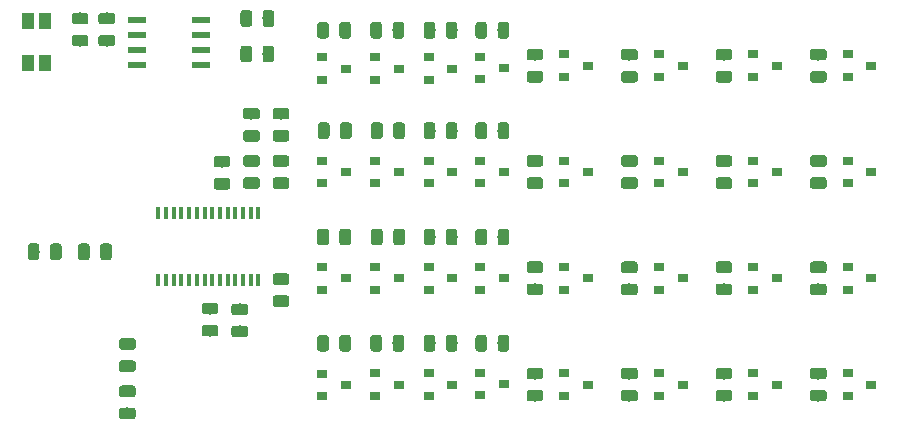
<source format=gbr>
G04 #@! TF.GenerationSoftware,KiCad,Pcbnew,5.0.0*
G04 #@! TF.CreationDate,2018-11-11T17:05:44-05:00*
G04 #@! TF.ProjectId,I2C_PWM_Driver,4932435F50574D5F4472697665722E6B,rev?*
G04 #@! TF.SameCoordinates,Original*
G04 #@! TF.FileFunction,Paste,Top*
G04 #@! TF.FilePolarity,Positive*
%FSLAX46Y46*%
G04 Gerber Fmt 4.6, Leading zero omitted, Abs format (unit mm)*
G04 Created by KiCad (PCBNEW 5.0.0) date Sun Nov 11 17:05:44 2018*
%MOMM*%
%LPD*%
G01*
G04 APERTURE LIST*
%ADD10C,0.100000*%
%ADD11C,0.975000*%
%ADD12R,1.050000X1.400000*%
%ADD13R,1.550000X0.600000*%
%ADD14R,0.400000X1.100000*%
%ADD15R,0.900000X0.800000*%
G04 APERTURE END LIST*
D10*
G04 #@! TO.C,D1*
G36*
X78205142Y-70051174D02*
X78228803Y-70054684D01*
X78252007Y-70060496D01*
X78274529Y-70068554D01*
X78296153Y-70078782D01*
X78316670Y-70091079D01*
X78335883Y-70105329D01*
X78353607Y-70121393D01*
X78369671Y-70139117D01*
X78383921Y-70158330D01*
X78396218Y-70178847D01*
X78406446Y-70200471D01*
X78414504Y-70222993D01*
X78420316Y-70246197D01*
X78423826Y-70269858D01*
X78425000Y-70293750D01*
X78425000Y-71206250D01*
X78423826Y-71230142D01*
X78420316Y-71253803D01*
X78414504Y-71277007D01*
X78406446Y-71299529D01*
X78396218Y-71321153D01*
X78383921Y-71341670D01*
X78369671Y-71360883D01*
X78353607Y-71378607D01*
X78335883Y-71394671D01*
X78316670Y-71408921D01*
X78296153Y-71421218D01*
X78274529Y-71431446D01*
X78252007Y-71439504D01*
X78228803Y-71445316D01*
X78205142Y-71448826D01*
X78181250Y-71450000D01*
X77693750Y-71450000D01*
X77669858Y-71448826D01*
X77646197Y-71445316D01*
X77622993Y-71439504D01*
X77600471Y-71431446D01*
X77578847Y-71421218D01*
X77558330Y-71408921D01*
X77539117Y-71394671D01*
X77521393Y-71378607D01*
X77505329Y-71360883D01*
X77491079Y-71341670D01*
X77478782Y-71321153D01*
X77468554Y-71299529D01*
X77460496Y-71277007D01*
X77454684Y-71253803D01*
X77451174Y-71230142D01*
X77450000Y-71206250D01*
X77450000Y-70293750D01*
X77451174Y-70269858D01*
X77454684Y-70246197D01*
X77460496Y-70222993D01*
X77468554Y-70200471D01*
X77478782Y-70178847D01*
X77491079Y-70158330D01*
X77505329Y-70139117D01*
X77521393Y-70121393D01*
X77539117Y-70105329D01*
X77558330Y-70091079D01*
X77578847Y-70078782D01*
X77600471Y-70068554D01*
X77622993Y-70060496D01*
X77646197Y-70054684D01*
X77669858Y-70051174D01*
X77693750Y-70050000D01*
X78181250Y-70050000D01*
X78205142Y-70051174D01*
X78205142Y-70051174D01*
G37*
D11*
X77937500Y-70750000D03*
D10*
G36*
X76330142Y-70051174D02*
X76353803Y-70054684D01*
X76377007Y-70060496D01*
X76399529Y-70068554D01*
X76421153Y-70078782D01*
X76441670Y-70091079D01*
X76460883Y-70105329D01*
X76478607Y-70121393D01*
X76494671Y-70139117D01*
X76508921Y-70158330D01*
X76521218Y-70178847D01*
X76531446Y-70200471D01*
X76539504Y-70222993D01*
X76545316Y-70246197D01*
X76548826Y-70269858D01*
X76550000Y-70293750D01*
X76550000Y-71206250D01*
X76548826Y-71230142D01*
X76545316Y-71253803D01*
X76539504Y-71277007D01*
X76531446Y-71299529D01*
X76521218Y-71321153D01*
X76508921Y-71341670D01*
X76494671Y-71360883D01*
X76478607Y-71378607D01*
X76460883Y-71394671D01*
X76441670Y-71408921D01*
X76421153Y-71421218D01*
X76399529Y-71431446D01*
X76377007Y-71439504D01*
X76353803Y-71445316D01*
X76330142Y-71448826D01*
X76306250Y-71450000D01*
X75818750Y-71450000D01*
X75794858Y-71448826D01*
X75771197Y-71445316D01*
X75747993Y-71439504D01*
X75725471Y-71431446D01*
X75703847Y-71421218D01*
X75683330Y-71408921D01*
X75664117Y-71394671D01*
X75646393Y-71378607D01*
X75630329Y-71360883D01*
X75616079Y-71341670D01*
X75603782Y-71321153D01*
X75593554Y-71299529D01*
X75585496Y-71277007D01*
X75579684Y-71253803D01*
X75576174Y-71230142D01*
X75575000Y-71206250D01*
X75575000Y-70293750D01*
X75576174Y-70269858D01*
X75579684Y-70246197D01*
X75585496Y-70222993D01*
X75593554Y-70200471D01*
X75603782Y-70178847D01*
X75616079Y-70158330D01*
X75630329Y-70139117D01*
X75646393Y-70121393D01*
X75664117Y-70105329D01*
X75683330Y-70091079D01*
X75703847Y-70078782D01*
X75725471Y-70068554D01*
X75747993Y-70060496D01*
X75771197Y-70054684D01*
X75794858Y-70051174D01*
X75818750Y-70050000D01*
X76306250Y-70050000D01*
X76330142Y-70051174D01*
X76330142Y-70051174D01*
G37*
D11*
X76062500Y-70750000D03*
G04 #@! TD*
D10*
G04 #@! TO.C,R45*
G36*
X80580142Y-70051174D02*
X80603803Y-70054684D01*
X80627007Y-70060496D01*
X80649529Y-70068554D01*
X80671153Y-70078782D01*
X80691670Y-70091079D01*
X80710883Y-70105329D01*
X80728607Y-70121393D01*
X80744671Y-70139117D01*
X80758921Y-70158330D01*
X80771218Y-70178847D01*
X80781446Y-70200471D01*
X80789504Y-70222993D01*
X80795316Y-70246197D01*
X80798826Y-70269858D01*
X80800000Y-70293750D01*
X80800000Y-71206250D01*
X80798826Y-71230142D01*
X80795316Y-71253803D01*
X80789504Y-71277007D01*
X80781446Y-71299529D01*
X80771218Y-71321153D01*
X80758921Y-71341670D01*
X80744671Y-71360883D01*
X80728607Y-71378607D01*
X80710883Y-71394671D01*
X80691670Y-71408921D01*
X80671153Y-71421218D01*
X80649529Y-71431446D01*
X80627007Y-71439504D01*
X80603803Y-71445316D01*
X80580142Y-71448826D01*
X80556250Y-71450000D01*
X80068750Y-71450000D01*
X80044858Y-71448826D01*
X80021197Y-71445316D01*
X79997993Y-71439504D01*
X79975471Y-71431446D01*
X79953847Y-71421218D01*
X79933330Y-71408921D01*
X79914117Y-71394671D01*
X79896393Y-71378607D01*
X79880329Y-71360883D01*
X79866079Y-71341670D01*
X79853782Y-71321153D01*
X79843554Y-71299529D01*
X79835496Y-71277007D01*
X79829684Y-71253803D01*
X79826174Y-71230142D01*
X79825000Y-71206250D01*
X79825000Y-70293750D01*
X79826174Y-70269858D01*
X79829684Y-70246197D01*
X79835496Y-70222993D01*
X79843554Y-70200471D01*
X79853782Y-70178847D01*
X79866079Y-70158330D01*
X79880329Y-70139117D01*
X79896393Y-70121393D01*
X79914117Y-70105329D01*
X79933330Y-70091079D01*
X79953847Y-70078782D01*
X79975471Y-70068554D01*
X79997993Y-70060496D01*
X80021197Y-70054684D01*
X80044858Y-70051174D01*
X80068750Y-70050000D01*
X80556250Y-70050000D01*
X80580142Y-70051174D01*
X80580142Y-70051174D01*
G37*
D11*
X80312500Y-70750000D03*
D10*
G36*
X82455142Y-70051174D02*
X82478803Y-70054684D01*
X82502007Y-70060496D01*
X82524529Y-70068554D01*
X82546153Y-70078782D01*
X82566670Y-70091079D01*
X82585883Y-70105329D01*
X82603607Y-70121393D01*
X82619671Y-70139117D01*
X82633921Y-70158330D01*
X82646218Y-70178847D01*
X82656446Y-70200471D01*
X82664504Y-70222993D01*
X82670316Y-70246197D01*
X82673826Y-70269858D01*
X82675000Y-70293750D01*
X82675000Y-71206250D01*
X82673826Y-71230142D01*
X82670316Y-71253803D01*
X82664504Y-71277007D01*
X82656446Y-71299529D01*
X82646218Y-71321153D01*
X82633921Y-71341670D01*
X82619671Y-71360883D01*
X82603607Y-71378607D01*
X82585883Y-71394671D01*
X82566670Y-71408921D01*
X82546153Y-71421218D01*
X82524529Y-71431446D01*
X82502007Y-71439504D01*
X82478803Y-71445316D01*
X82455142Y-71448826D01*
X82431250Y-71450000D01*
X81943750Y-71450000D01*
X81919858Y-71448826D01*
X81896197Y-71445316D01*
X81872993Y-71439504D01*
X81850471Y-71431446D01*
X81828847Y-71421218D01*
X81808330Y-71408921D01*
X81789117Y-71394671D01*
X81771393Y-71378607D01*
X81755329Y-71360883D01*
X81741079Y-71341670D01*
X81728782Y-71321153D01*
X81718554Y-71299529D01*
X81710496Y-71277007D01*
X81704684Y-71253803D01*
X81701174Y-71230142D01*
X81700000Y-71206250D01*
X81700000Y-70293750D01*
X81701174Y-70269858D01*
X81704684Y-70246197D01*
X81710496Y-70222993D01*
X81718554Y-70200471D01*
X81728782Y-70178847D01*
X81741079Y-70158330D01*
X81755329Y-70139117D01*
X81771393Y-70121393D01*
X81789117Y-70105329D01*
X81808330Y-70091079D01*
X81828847Y-70078782D01*
X81850471Y-70068554D01*
X81872993Y-70060496D01*
X81896197Y-70054684D01*
X81919858Y-70051174D01*
X81943750Y-70050000D01*
X82431250Y-70050000D01*
X82455142Y-70051174D01*
X82455142Y-70051174D01*
G37*
D11*
X82187500Y-70750000D03*
G04 #@! TD*
D12*
G04 #@! TO.C,SW1*
X75550000Y-54800000D03*
X75550000Y-51200000D03*
X77000000Y-54800000D03*
X77000000Y-51200000D03*
G04 #@! TD*
D13*
G04 #@! TO.C,U2*
X84800000Y-54905000D03*
X84800000Y-53635000D03*
X84800000Y-52365000D03*
X84800000Y-51095000D03*
X90200000Y-51095000D03*
X90200000Y-52365000D03*
X90200000Y-53635000D03*
X90200000Y-54905000D03*
G04 #@! TD*
D10*
G04 #@! TO.C,C1*
G36*
X97480142Y-74451174D02*
X97503803Y-74454684D01*
X97527007Y-74460496D01*
X97549529Y-74468554D01*
X97571153Y-74478782D01*
X97591670Y-74491079D01*
X97610883Y-74505329D01*
X97628607Y-74521393D01*
X97644671Y-74539117D01*
X97658921Y-74558330D01*
X97671218Y-74578847D01*
X97681446Y-74600471D01*
X97689504Y-74622993D01*
X97695316Y-74646197D01*
X97698826Y-74669858D01*
X97700000Y-74693750D01*
X97700000Y-75181250D01*
X97698826Y-75205142D01*
X97695316Y-75228803D01*
X97689504Y-75252007D01*
X97681446Y-75274529D01*
X97671218Y-75296153D01*
X97658921Y-75316670D01*
X97644671Y-75335883D01*
X97628607Y-75353607D01*
X97610883Y-75369671D01*
X97591670Y-75383921D01*
X97571153Y-75396218D01*
X97549529Y-75406446D01*
X97527007Y-75414504D01*
X97503803Y-75420316D01*
X97480142Y-75423826D01*
X97456250Y-75425000D01*
X96543750Y-75425000D01*
X96519858Y-75423826D01*
X96496197Y-75420316D01*
X96472993Y-75414504D01*
X96450471Y-75406446D01*
X96428847Y-75396218D01*
X96408330Y-75383921D01*
X96389117Y-75369671D01*
X96371393Y-75353607D01*
X96355329Y-75335883D01*
X96341079Y-75316670D01*
X96328782Y-75296153D01*
X96318554Y-75274529D01*
X96310496Y-75252007D01*
X96304684Y-75228803D01*
X96301174Y-75205142D01*
X96300000Y-75181250D01*
X96300000Y-74693750D01*
X96301174Y-74669858D01*
X96304684Y-74646197D01*
X96310496Y-74622993D01*
X96318554Y-74600471D01*
X96328782Y-74578847D01*
X96341079Y-74558330D01*
X96355329Y-74539117D01*
X96371393Y-74521393D01*
X96389117Y-74505329D01*
X96408330Y-74491079D01*
X96428847Y-74478782D01*
X96450471Y-74468554D01*
X96472993Y-74460496D01*
X96496197Y-74454684D01*
X96519858Y-74451174D01*
X96543750Y-74450000D01*
X97456250Y-74450000D01*
X97480142Y-74451174D01*
X97480142Y-74451174D01*
G37*
D11*
X97000000Y-74937500D03*
D10*
G36*
X97480142Y-72576174D02*
X97503803Y-72579684D01*
X97527007Y-72585496D01*
X97549529Y-72593554D01*
X97571153Y-72603782D01*
X97591670Y-72616079D01*
X97610883Y-72630329D01*
X97628607Y-72646393D01*
X97644671Y-72664117D01*
X97658921Y-72683330D01*
X97671218Y-72703847D01*
X97681446Y-72725471D01*
X97689504Y-72747993D01*
X97695316Y-72771197D01*
X97698826Y-72794858D01*
X97700000Y-72818750D01*
X97700000Y-73306250D01*
X97698826Y-73330142D01*
X97695316Y-73353803D01*
X97689504Y-73377007D01*
X97681446Y-73399529D01*
X97671218Y-73421153D01*
X97658921Y-73441670D01*
X97644671Y-73460883D01*
X97628607Y-73478607D01*
X97610883Y-73494671D01*
X97591670Y-73508921D01*
X97571153Y-73521218D01*
X97549529Y-73531446D01*
X97527007Y-73539504D01*
X97503803Y-73545316D01*
X97480142Y-73548826D01*
X97456250Y-73550000D01*
X96543750Y-73550000D01*
X96519858Y-73548826D01*
X96496197Y-73545316D01*
X96472993Y-73539504D01*
X96450471Y-73531446D01*
X96428847Y-73521218D01*
X96408330Y-73508921D01*
X96389117Y-73494671D01*
X96371393Y-73478607D01*
X96355329Y-73460883D01*
X96341079Y-73441670D01*
X96328782Y-73421153D01*
X96318554Y-73399529D01*
X96310496Y-73377007D01*
X96304684Y-73353803D01*
X96301174Y-73330142D01*
X96300000Y-73306250D01*
X96300000Y-72818750D01*
X96301174Y-72794858D01*
X96304684Y-72771197D01*
X96310496Y-72747993D01*
X96318554Y-72725471D01*
X96328782Y-72703847D01*
X96341079Y-72683330D01*
X96355329Y-72664117D01*
X96371393Y-72646393D01*
X96389117Y-72630329D01*
X96408330Y-72616079D01*
X96428847Y-72603782D01*
X96450471Y-72593554D01*
X96472993Y-72585496D01*
X96496197Y-72579684D01*
X96519858Y-72576174D01*
X96543750Y-72575000D01*
X97456250Y-72575000D01*
X97480142Y-72576174D01*
X97480142Y-72576174D01*
G37*
D11*
X97000000Y-73062500D03*
G04 #@! TD*
D10*
G04 #@! TO.C,C3*
G36*
X82730142Y-50513674D02*
X82753803Y-50517184D01*
X82777007Y-50522996D01*
X82799529Y-50531054D01*
X82821153Y-50541282D01*
X82841670Y-50553579D01*
X82860883Y-50567829D01*
X82878607Y-50583893D01*
X82894671Y-50601617D01*
X82908921Y-50620830D01*
X82921218Y-50641347D01*
X82931446Y-50662971D01*
X82939504Y-50685493D01*
X82945316Y-50708697D01*
X82948826Y-50732358D01*
X82950000Y-50756250D01*
X82950000Y-51243750D01*
X82948826Y-51267642D01*
X82945316Y-51291303D01*
X82939504Y-51314507D01*
X82931446Y-51337029D01*
X82921218Y-51358653D01*
X82908921Y-51379170D01*
X82894671Y-51398383D01*
X82878607Y-51416107D01*
X82860883Y-51432171D01*
X82841670Y-51446421D01*
X82821153Y-51458718D01*
X82799529Y-51468946D01*
X82777007Y-51477004D01*
X82753803Y-51482816D01*
X82730142Y-51486326D01*
X82706250Y-51487500D01*
X81793750Y-51487500D01*
X81769858Y-51486326D01*
X81746197Y-51482816D01*
X81722993Y-51477004D01*
X81700471Y-51468946D01*
X81678847Y-51458718D01*
X81658330Y-51446421D01*
X81639117Y-51432171D01*
X81621393Y-51416107D01*
X81605329Y-51398383D01*
X81591079Y-51379170D01*
X81578782Y-51358653D01*
X81568554Y-51337029D01*
X81560496Y-51314507D01*
X81554684Y-51291303D01*
X81551174Y-51267642D01*
X81550000Y-51243750D01*
X81550000Y-50756250D01*
X81551174Y-50732358D01*
X81554684Y-50708697D01*
X81560496Y-50685493D01*
X81568554Y-50662971D01*
X81578782Y-50641347D01*
X81591079Y-50620830D01*
X81605329Y-50601617D01*
X81621393Y-50583893D01*
X81639117Y-50567829D01*
X81658330Y-50553579D01*
X81678847Y-50541282D01*
X81700471Y-50531054D01*
X81722993Y-50522996D01*
X81746197Y-50517184D01*
X81769858Y-50513674D01*
X81793750Y-50512500D01*
X82706250Y-50512500D01*
X82730142Y-50513674D01*
X82730142Y-50513674D01*
G37*
D11*
X82250000Y-51000000D03*
D10*
G36*
X82730142Y-52388674D02*
X82753803Y-52392184D01*
X82777007Y-52397996D01*
X82799529Y-52406054D01*
X82821153Y-52416282D01*
X82841670Y-52428579D01*
X82860883Y-52442829D01*
X82878607Y-52458893D01*
X82894671Y-52476617D01*
X82908921Y-52495830D01*
X82921218Y-52516347D01*
X82931446Y-52537971D01*
X82939504Y-52560493D01*
X82945316Y-52583697D01*
X82948826Y-52607358D01*
X82950000Y-52631250D01*
X82950000Y-53118750D01*
X82948826Y-53142642D01*
X82945316Y-53166303D01*
X82939504Y-53189507D01*
X82931446Y-53212029D01*
X82921218Y-53233653D01*
X82908921Y-53254170D01*
X82894671Y-53273383D01*
X82878607Y-53291107D01*
X82860883Y-53307171D01*
X82841670Y-53321421D01*
X82821153Y-53333718D01*
X82799529Y-53343946D01*
X82777007Y-53352004D01*
X82753803Y-53357816D01*
X82730142Y-53361326D01*
X82706250Y-53362500D01*
X81793750Y-53362500D01*
X81769858Y-53361326D01*
X81746197Y-53357816D01*
X81722993Y-53352004D01*
X81700471Y-53343946D01*
X81678847Y-53333718D01*
X81658330Y-53321421D01*
X81639117Y-53307171D01*
X81621393Y-53291107D01*
X81605329Y-53273383D01*
X81591079Y-53254170D01*
X81578782Y-53233653D01*
X81568554Y-53212029D01*
X81560496Y-53189507D01*
X81554684Y-53166303D01*
X81551174Y-53142642D01*
X81550000Y-53118750D01*
X81550000Y-52631250D01*
X81551174Y-52607358D01*
X81554684Y-52583697D01*
X81560496Y-52560493D01*
X81568554Y-52537971D01*
X81578782Y-52516347D01*
X81591079Y-52495830D01*
X81605329Y-52476617D01*
X81621393Y-52458893D01*
X81639117Y-52442829D01*
X81658330Y-52428579D01*
X81678847Y-52416282D01*
X81700471Y-52406054D01*
X81722993Y-52397996D01*
X81746197Y-52392184D01*
X81769858Y-52388674D01*
X81793750Y-52387500D01*
X82706250Y-52387500D01*
X82730142Y-52388674D01*
X82730142Y-52388674D01*
G37*
D11*
X82250000Y-52875000D03*
G04 #@! TD*
D14*
G04 #@! TO.C,U1*
X95078957Y-67457857D03*
X94428957Y-67457857D03*
X93778957Y-67457857D03*
X93128957Y-67457857D03*
X92478957Y-67457857D03*
X91828957Y-67457857D03*
X91178957Y-67457857D03*
X90528957Y-67457857D03*
X89878957Y-67457857D03*
X89228957Y-67457857D03*
X88578957Y-67457857D03*
X87928957Y-67457857D03*
X87278957Y-67457857D03*
X86628957Y-67457857D03*
X86628957Y-73157857D03*
X87278957Y-73157857D03*
X87928957Y-73157857D03*
X88578957Y-73157857D03*
X89228957Y-73157857D03*
X89878957Y-73157857D03*
X90528957Y-73157857D03*
X91178957Y-73157857D03*
X91828957Y-73157857D03*
X92478957Y-73157857D03*
X93128957Y-73157857D03*
X93778957Y-73157857D03*
X94428957Y-73157857D03*
X95078957Y-73157857D03*
G04 #@! TD*
D15*
G04 #@! TO.C,Q20*
X107000000Y-73000000D03*
X105000000Y-73950000D03*
X105000000Y-72050000D03*
G04 #@! TD*
G04 #@! TO.C,Q7*
X113875000Y-54250000D03*
X113875000Y-56150000D03*
X115875000Y-55200000D03*
G04 #@! TD*
G04 #@! TO.C,Q6*
X147000000Y-55000000D03*
X145000000Y-55950000D03*
X145000000Y-54050000D03*
G04 #@! TD*
G04 #@! TO.C,Q5*
X121000000Y-54050000D03*
X121000000Y-55950000D03*
X123000000Y-55000000D03*
G04 #@! TD*
G04 #@! TO.C,Q4*
X107000000Y-55250000D03*
X105000000Y-56200000D03*
X105000000Y-54300000D03*
G04 #@! TD*
G04 #@! TO.C,Q3*
X109500000Y-54300000D03*
X109500000Y-56200000D03*
X111500000Y-55250000D03*
G04 #@! TD*
G04 #@! TO.C,Q2*
X139000000Y-55000000D03*
X137000000Y-55950000D03*
X137000000Y-54050000D03*
G04 #@! TD*
G04 #@! TO.C,Q8*
X100500000Y-54300000D03*
X100500000Y-56200000D03*
X102500000Y-55250000D03*
G04 #@! TD*
G04 #@! TO.C,Q1*
X131000000Y-55000000D03*
X129000000Y-55950000D03*
X129000000Y-54050000D03*
G04 #@! TD*
G04 #@! TO.C,Q17*
X139000000Y-73000000D03*
X137000000Y-73950000D03*
X137000000Y-72050000D03*
G04 #@! TD*
G04 #@! TO.C,Q19*
X111500000Y-73000000D03*
X109500000Y-73950000D03*
X109500000Y-72050000D03*
G04 #@! TD*
G04 #@! TO.C,Q24*
X102500000Y-73000000D03*
X100500000Y-73950000D03*
X100500000Y-72050000D03*
G04 #@! TD*
G04 #@! TO.C,Q23*
X115875000Y-72998551D03*
X113875000Y-73948551D03*
X113875000Y-72048551D03*
G04 #@! TD*
G04 #@! TO.C,Q22*
X147000000Y-73000000D03*
X145000000Y-73950000D03*
X145000000Y-72050000D03*
G04 #@! TD*
G04 #@! TO.C,Q18*
X131000000Y-73000000D03*
X129000000Y-73950000D03*
X129000000Y-72050000D03*
G04 #@! TD*
G04 #@! TO.C,Q21*
X123000000Y-73000000D03*
X121000000Y-73950000D03*
X121000000Y-72050000D03*
G04 #@! TD*
G04 #@! TO.C,Q16*
X102500000Y-63981049D03*
X100500000Y-64931049D03*
X100500000Y-63031049D03*
G04 #@! TD*
G04 #@! TO.C,Q10*
X129000000Y-63050000D03*
X129000000Y-64950000D03*
X131000000Y-64000000D03*
G04 #@! TD*
G04 #@! TO.C,Q9*
X139000000Y-64000000D03*
X137000000Y-64950000D03*
X137000000Y-63050000D03*
G04 #@! TD*
G04 #@! TO.C,Q11*
X109500000Y-63050000D03*
X109500000Y-64950000D03*
X111500000Y-64000000D03*
G04 #@! TD*
G04 #@! TO.C,Q12*
X107000000Y-64000000D03*
X105000000Y-64950000D03*
X105000000Y-63050000D03*
G04 #@! TD*
G04 #@! TO.C,Q13*
X121000000Y-63050000D03*
X121000000Y-64950000D03*
X123000000Y-64000000D03*
G04 #@! TD*
G04 #@! TO.C,Q14*
X147000000Y-64000000D03*
X145000000Y-64950000D03*
X145000000Y-63050000D03*
G04 #@! TD*
G04 #@! TO.C,Q15*
X115875000Y-64000000D03*
X113875000Y-64950000D03*
X113875000Y-63050000D03*
G04 #@! TD*
G04 #@! TO.C,Q32*
X102500000Y-82023426D03*
X100500000Y-82973426D03*
X100500000Y-81073426D03*
G04 #@! TD*
G04 #@! TO.C,Q31*
X113875000Y-81005372D03*
X113875000Y-82905372D03*
X115875000Y-81955372D03*
G04 #@! TD*
G04 #@! TO.C,Q30*
X147000000Y-82000000D03*
X145000000Y-82950000D03*
X145000000Y-81050000D03*
G04 #@! TD*
G04 #@! TO.C,Q29*
X121000000Y-81050000D03*
X121000000Y-82950000D03*
X123000000Y-82000000D03*
G04 #@! TD*
G04 #@! TO.C,Q27*
X111500000Y-82000000D03*
X109500000Y-82950000D03*
X109500000Y-81050000D03*
G04 #@! TD*
G04 #@! TO.C,Q26*
X129000000Y-81050000D03*
X129000000Y-82950000D03*
X131000000Y-82000000D03*
G04 #@! TD*
G04 #@! TO.C,Q25*
X139000000Y-82000000D03*
X137000000Y-82950000D03*
X137000000Y-81050000D03*
G04 #@! TD*
G04 #@! TO.C,Q28*
X105000000Y-81046835D03*
X105000000Y-82946835D03*
X107000000Y-81996835D03*
G04 #@! TD*
D10*
G04 #@! TO.C,R5*
G36*
X118980142Y-53576174D02*
X119003803Y-53579684D01*
X119027007Y-53585496D01*
X119049529Y-53593554D01*
X119071153Y-53603782D01*
X119091670Y-53616079D01*
X119110883Y-53630329D01*
X119128607Y-53646393D01*
X119144671Y-53664117D01*
X119158921Y-53683330D01*
X119171218Y-53703847D01*
X119181446Y-53725471D01*
X119189504Y-53747993D01*
X119195316Y-53771197D01*
X119198826Y-53794858D01*
X119200000Y-53818750D01*
X119200000Y-54306250D01*
X119198826Y-54330142D01*
X119195316Y-54353803D01*
X119189504Y-54377007D01*
X119181446Y-54399529D01*
X119171218Y-54421153D01*
X119158921Y-54441670D01*
X119144671Y-54460883D01*
X119128607Y-54478607D01*
X119110883Y-54494671D01*
X119091670Y-54508921D01*
X119071153Y-54521218D01*
X119049529Y-54531446D01*
X119027007Y-54539504D01*
X119003803Y-54545316D01*
X118980142Y-54548826D01*
X118956250Y-54550000D01*
X118043750Y-54550000D01*
X118019858Y-54548826D01*
X117996197Y-54545316D01*
X117972993Y-54539504D01*
X117950471Y-54531446D01*
X117928847Y-54521218D01*
X117908330Y-54508921D01*
X117889117Y-54494671D01*
X117871393Y-54478607D01*
X117855329Y-54460883D01*
X117841079Y-54441670D01*
X117828782Y-54421153D01*
X117818554Y-54399529D01*
X117810496Y-54377007D01*
X117804684Y-54353803D01*
X117801174Y-54330142D01*
X117800000Y-54306250D01*
X117800000Y-53818750D01*
X117801174Y-53794858D01*
X117804684Y-53771197D01*
X117810496Y-53747993D01*
X117818554Y-53725471D01*
X117828782Y-53703847D01*
X117841079Y-53683330D01*
X117855329Y-53664117D01*
X117871393Y-53646393D01*
X117889117Y-53630329D01*
X117908330Y-53616079D01*
X117928847Y-53603782D01*
X117950471Y-53593554D01*
X117972993Y-53585496D01*
X117996197Y-53579684D01*
X118019858Y-53576174D01*
X118043750Y-53575000D01*
X118956250Y-53575000D01*
X118980142Y-53576174D01*
X118980142Y-53576174D01*
G37*
D11*
X118500000Y-54062500D03*
D10*
G36*
X118980142Y-55451174D02*
X119003803Y-55454684D01*
X119027007Y-55460496D01*
X119049529Y-55468554D01*
X119071153Y-55478782D01*
X119091670Y-55491079D01*
X119110883Y-55505329D01*
X119128607Y-55521393D01*
X119144671Y-55539117D01*
X119158921Y-55558330D01*
X119171218Y-55578847D01*
X119181446Y-55600471D01*
X119189504Y-55622993D01*
X119195316Y-55646197D01*
X119198826Y-55669858D01*
X119200000Y-55693750D01*
X119200000Y-56181250D01*
X119198826Y-56205142D01*
X119195316Y-56228803D01*
X119189504Y-56252007D01*
X119181446Y-56274529D01*
X119171218Y-56296153D01*
X119158921Y-56316670D01*
X119144671Y-56335883D01*
X119128607Y-56353607D01*
X119110883Y-56369671D01*
X119091670Y-56383921D01*
X119071153Y-56396218D01*
X119049529Y-56406446D01*
X119027007Y-56414504D01*
X119003803Y-56420316D01*
X118980142Y-56423826D01*
X118956250Y-56425000D01*
X118043750Y-56425000D01*
X118019858Y-56423826D01*
X117996197Y-56420316D01*
X117972993Y-56414504D01*
X117950471Y-56406446D01*
X117928847Y-56396218D01*
X117908330Y-56383921D01*
X117889117Y-56369671D01*
X117871393Y-56353607D01*
X117855329Y-56335883D01*
X117841079Y-56316670D01*
X117828782Y-56296153D01*
X117818554Y-56274529D01*
X117810496Y-56252007D01*
X117804684Y-56228803D01*
X117801174Y-56205142D01*
X117800000Y-56181250D01*
X117800000Y-55693750D01*
X117801174Y-55669858D01*
X117804684Y-55646197D01*
X117810496Y-55622993D01*
X117818554Y-55600471D01*
X117828782Y-55578847D01*
X117841079Y-55558330D01*
X117855329Y-55539117D01*
X117871393Y-55521393D01*
X117889117Y-55505329D01*
X117908330Y-55491079D01*
X117928847Y-55478782D01*
X117950471Y-55468554D01*
X117972993Y-55460496D01*
X117996197Y-55454684D01*
X118019858Y-55451174D01*
X118043750Y-55450000D01*
X118956250Y-55450000D01*
X118980142Y-55451174D01*
X118980142Y-55451174D01*
G37*
D11*
X118500000Y-55937500D03*
G04 #@! TD*
D10*
G04 #@! TO.C,R3*
G36*
X109850142Y-51301174D02*
X109873803Y-51304684D01*
X109897007Y-51310496D01*
X109919529Y-51318554D01*
X109941153Y-51328782D01*
X109961670Y-51341079D01*
X109980883Y-51355329D01*
X109998607Y-51371393D01*
X110014671Y-51389117D01*
X110028921Y-51408330D01*
X110041218Y-51428847D01*
X110051446Y-51450471D01*
X110059504Y-51472993D01*
X110065316Y-51496197D01*
X110068826Y-51519858D01*
X110070000Y-51543750D01*
X110070000Y-52456250D01*
X110068826Y-52480142D01*
X110065316Y-52503803D01*
X110059504Y-52527007D01*
X110051446Y-52549529D01*
X110041218Y-52571153D01*
X110028921Y-52591670D01*
X110014671Y-52610883D01*
X109998607Y-52628607D01*
X109980883Y-52644671D01*
X109961670Y-52658921D01*
X109941153Y-52671218D01*
X109919529Y-52681446D01*
X109897007Y-52689504D01*
X109873803Y-52695316D01*
X109850142Y-52698826D01*
X109826250Y-52700000D01*
X109338750Y-52700000D01*
X109314858Y-52698826D01*
X109291197Y-52695316D01*
X109267993Y-52689504D01*
X109245471Y-52681446D01*
X109223847Y-52671218D01*
X109203330Y-52658921D01*
X109184117Y-52644671D01*
X109166393Y-52628607D01*
X109150329Y-52610883D01*
X109136079Y-52591670D01*
X109123782Y-52571153D01*
X109113554Y-52549529D01*
X109105496Y-52527007D01*
X109099684Y-52503803D01*
X109096174Y-52480142D01*
X109095000Y-52456250D01*
X109095000Y-51543750D01*
X109096174Y-51519858D01*
X109099684Y-51496197D01*
X109105496Y-51472993D01*
X109113554Y-51450471D01*
X109123782Y-51428847D01*
X109136079Y-51408330D01*
X109150329Y-51389117D01*
X109166393Y-51371393D01*
X109184117Y-51355329D01*
X109203330Y-51341079D01*
X109223847Y-51328782D01*
X109245471Y-51318554D01*
X109267993Y-51310496D01*
X109291197Y-51304684D01*
X109314858Y-51301174D01*
X109338750Y-51300000D01*
X109826250Y-51300000D01*
X109850142Y-51301174D01*
X109850142Y-51301174D01*
G37*
D11*
X109582500Y-52000000D03*
D10*
G36*
X111725142Y-51301174D02*
X111748803Y-51304684D01*
X111772007Y-51310496D01*
X111794529Y-51318554D01*
X111816153Y-51328782D01*
X111836670Y-51341079D01*
X111855883Y-51355329D01*
X111873607Y-51371393D01*
X111889671Y-51389117D01*
X111903921Y-51408330D01*
X111916218Y-51428847D01*
X111926446Y-51450471D01*
X111934504Y-51472993D01*
X111940316Y-51496197D01*
X111943826Y-51519858D01*
X111945000Y-51543750D01*
X111945000Y-52456250D01*
X111943826Y-52480142D01*
X111940316Y-52503803D01*
X111934504Y-52527007D01*
X111926446Y-52549529D01*
X111916218Y-52571153D01*
X111903921Y-52591670D01*
X111889671Y-52610883D01*
X111873607Y-52628607D01*
X111855883Y-52644671D01*
X111836670Y-52658921D01*
X111816153Y-52671218D01*
X111794529Y-52681446D01*
X111772007Y-52689504D01*
X111748803Y-52695316D01*
X111725142Y-52698826D01*
X111701250Y-52700000D01*
X111213750Y-52700000D01*
X111189858Y-52698826D01*
X111166197Y-52695316D01*
X111142993Y-52689504D01*
X111120471Y-52681446D01*
X111098847Y-52671218D01*
X111078330Y-52658921D01*
X111059117Y-52644671D01*
X111041393Y-52628607D01*
X111025329Y-52610883D01*
X111011079Y-52591670D01*
X110998782Y-52571153D01*
X110988554Y-52549529D01*
X110980496Y-52527007D01*
X110974684Y-52503803D01*
X110971174Y-52480142D01*
X110970000Y-52456250D01*
X110970000Y-51543750D01*
X110971174Y-51519858D01*
X110974684Y-51496197D01*
X110980496Y-51472993D01*
X110988554Y-51450471D01*
X110998782Y-51428847D01*
X111011079Y-51408330D01*
X111025329Y-51389117D01*
X111041393Y-51371393D01*
X111059117Y-51355329D01*
X111078330Y-51341079D01*
X111098847Y-51328782D01*
X111120471Y-51318554D01*
X111142993Y-51310496D01*
X111166197Y-51304684D01*
X111189858Y-51301174D01*
X111213750Y-51300000D01*
X111701250Y-51300000D01*
X111725142Y-51301174D01*
X111725142Y-51301174D01*
G37*
D11*
X111457500Y-52000000D03*
G04 #@! TD*
D10*
G04 #@! TO.C,R2*
G36*
X134980142Y-53576174D02*
X135003803Y-53579684D01*
X135027007Y-53585496D01*
X135049529Y-53593554D01*
X135071153Y-53603782D01*
X135091670Y-53616079D01*
X135110883Y-53630329D01*
X135128607Y-53646393D01*
X135144671Y-53664117D01*
X135158921Y-53683330D01*
X135171218Y-53703847D01*
X135181446Y-53725471D01*
X135189504Y-53747993D01*
X135195316Y-53771197D01*
X135198826Y-53794858D01*
X135200000Y-53818750D01*
X135200000Y-54306250D01*
X135198826Y-54330142D01*
X135195316Y-54353803D01*
X135189504Y-54377007D01*
X135181446Y-54399529D01*
X135171218Y-54421153D01*
X135158921Y-54441670D01*
X135144671Y-54460883D01*
X135128607Y-54478607D01*
X135110883Y-54494671D01*
X135091670Y-54508921D01*
X135071153Y-54521218D01*
X135049529Y-54531446D01*
X135027007Y-54539504D01*
X135003803Y-54545316D01*
X134980142Y-54548826D01*
X134956250Y-54550000D01*
X134043750Y-54550000D01*
X134019858Y-54548826D01*
X133996197Y-54545316D01*
X133972993Y-54539504D01*
X133950471Y-54531446D01*
X133928847Y-54521218D01*
X133908330Y-54508921D01*
X133889117Y-54494671D01*
X133871393Y-54478607D01*
X133855329Y-54460883D01*
X133841079Y-54441670D01*
X133828782Y-54421153D01*
X133818554Y-54399529D01*
X133810496Y-54377007D01*
X133804684Y-54353803D01*
X133801174Y-54330142D01*
X133800000Y-54306250D01*
X133800000Y-53818750D01*
X133801174Y-53794858D01*
X133804684Y-53771197D01*
X133810496Y-53747993D01*
X133818554Y-53725471D01*
X133828782Y-53703847D01*
X133841079Y-53683330D01*
X133855329Y-53664117D01*
X133871393Y-53646393D01*
X133889117Y-53630329D01*
X133908330Y-53616079D01*
X133928847Y-53603782D01*
X133950471Y-53593554D01*
X133972993Y-53585496D01*
X133996197Y-53579684D01*
X134019858Y-53576174D01*
X134043750Y-53575000D01*
X134956250Y-53575000D01*
X134980142Y-53576174D01*
X134980142Y-53576174D01*
G37*
D11*
X134500000Y-54062500D03*
D10*
G36*
X134980142Y-55451174D02*
X135003803Y-55454684D01*
X135027007Y-55460496D01*
X135049529Y-55468554D01*
X135071153Y-55478782D01*
X135091670Y-55491079D01*
X135110883Y-55505329D01*
X135128607Y-55521393D01*
X135144671Y-55539117D01*
X135158921Y-55558330D01*
X135171218Y-55578847D01*
X135181446Y-55600471D01*
X135189504Y-55622993D01*
X135195316Y-55646197D01*
X135198826Y-55669858D01*
X135200000Y-55693750D01*
X135200000Y-56181250D01*
X135198826Y-56205142D01*
X135195316Y-56228803D01*
X135189504Y-56252007D01*
X135181446Y-56274529D01*
X135171218Y-56296153D01*
X135158921Y-56316670D01*
X135144671Y-56335883D01*
X135128607Y-56353607D01*
X135110883Y-56369671D01*
X135091670Y-56383921D01*
X135071153Y-56396218D01*
X135049529Y-56406446D01*
X135027007Y-56414504D01*
X135003803Y-56420316D01*
X134980142Y-56423826D01*
X134956250Y-56425000D01*
X134043750Y-56425000D01*
X134019858Y-56423826D01*
X133996197Y-56420316D01*
X133972993Y-56414504D01*
X133950471Y-56406446D01*
X133928847Y-56396218D01*
X133908330Y-56383921D01*
X133889117Y-56369671D01*
X133871393Y-56353607D01*
X133855329Y-56335883D01*
X133841079Y-56316670D01*
X133828782Y-56296153D01*
X133818554Y-56274529D01*
X133810496Y-56252007D01*
X133804684Y-56228803D01*
X133801174Y-56205142D01*
X133800000Y-56181250D01*
X133800000Y-55693750D01*
X133801174Y-55669858D01*
X133804684Y-55646197D01*
X133810496Y-55622993D01*
X133818554Y-55600471D01*
X133828782Y-55578847D01*
X133841079Y-55558330D01*
X133855329Y-55539117D01*
X133871393Y-55521393D01*
X133889117Y-55505329D01*
X133908330Y-55491079D01*
X133928847Y-55478782D01*
X133950471Y-55468554D01*
X133972993Y-55460496D01*
X133996197Y-55454684D01*
X134019858Y-55451174D01*
X134043750Y-55450000D01*
X134956250Y-55450000D01*
X134980142Y-55451174D01*
X134980142Y-55451174D01*
G37*
D11*
X134500000Y-55937500D03*
G04 #@! TD*
D10*
G04 #@! TO.C,R32*
G36*
X93980142Y-75138674D02*
X94003803Y-75142184D01*
X94027007Y-75147996D01*
X94049529Y-75156054D01*
X94071153Y-75166282D01*
X94091670Y-75178579D01*
X94110883Y-75192829D01*
X94128607Y-75208893D01*
X94144671Y-75226617D01*
X94158921Y-75245830D01*
X94171218Y-75266347D01*
X94181446Y-75287971D01*
X94189504Y-75310493D01*
X94195316Y-75333697D01*
X94198826Y-75357358D01*
X94200000Y-75381250D01*
X94200000Y-75868750D01*
X94198826Y-75892642D01*
X94195316Y-75916303D01*
X94189504Y-75939507D01*
X94181446Y-75962029D01*
X94171218Y-75983653D01*
X94158921Y-76004170D01*
X94144671Y-76023383D01*
X94128607Y-76041107D01*
X94110883Y-76057171D01*
X94091670Y-76071421D01*
X94071153Y-76083718D01*
X94049529Y-76093946D01*
X94027007Y-76102004D01*
X94003803Y-76107816D01*
X93980142Y-76111326D01*
X93956250Y-76112500D01*
X93043750Y-76112500D01*
X93019858Y-76111326D01*
X92996197Y-76107816D01*
X92972993Y-76102004D01*
X92950471Y-76093946D01*
X92928847Y-76083718D01*
X92908330Y-76071421D01*
X92889117Y-76057171D01*
X92871393Y-76041107D01*
X92855329Y-76023383D01*
X92841079Y-76004170D01*
X92828782Y-75983653D01*
X92818554Y-75962029D01*
X92810496Y-75939507D01*
X92804684Y-75916303D01*
X92801174Y-75892642D01*
X92800000Y-75868750D01*
X92800000Y-75381250D01*
X92801174Y-75357358D01*
X92804684Y-75333697D01*
X92810496Y-75310493D01*
X92818554Y-75287971D01*
X92828782Y-75266347D01*
X92841079Y-75245830D01*
X92855329Y-75226617D01*
X92871393Y-75208893D01*
X92889117Y-75192829D01*
X92908330Y-75178579D01*
X92928847Y-75166282D01*
X92950471Y-75156054D01*
X92972993Y-75147996D01*
X92996197Y-75142184D01*
X93019858Y-75138674D01*
X93043750Y-75137500D01*
X93956250Y-75137500D01*
X93980142Y-75138674D01*
X93980142Y-75138674D01*
G37*
D11*
X93500000Y-75625000D03*
D10*
G36*
X93980142Y-77013674D02*
X94003803Y-77017184D01*
X94027007Y-77022996D01*
X94049529Y-77031054D01*
X94071153Y-77041282D01*
X94091670Y-77053579D01*
X94110883Y-77067829D01*
X94128607Y-77083893D01*
X94144671Y-77101617D01*
X94158921Y-77120830D01*
X94171218Y-77141347D01*
X94181446Y-77162971D01*
X94189504Y-77185493D01*
X94195316Y-77208697D01*
X94198826Y-77232358D01*
X94200000Y-77256250D01*
X94200000Y-77743750D01*
X94198826Y-77767642D01*
X94195316Y-77791303D01*
X94189504Y-77814507D01*
X94181446Y-77837029D01*
X94171218Y-77858653D01*
X94158921Y-77879170D01*
X94144671Y-77898383D01*
X94128607Y-77916107D01*
X94110883Y-77932171D01*
X94091670Y-77946421D01*
X94071153Y-77958718D01*
X94049529Y-77968946D01*
X94027007Y-77977004D01*
X94003803Y-77982816D01*
X93980142Y-77986326D01*
X93956250Y-77987500D01*
X93043750Y-77987500D01*
X93019858Y-77986326D01*
X92996197Y-77982816D01*
X92972993Y-77977004D01*
X92950471Y-77968946D01*
X92928847Y-77958718D01*
X92908330Y-77946421D01*
X92889117Y-77932171D01*
X92871393Y-77916107D01*
X92855329Y-77898383D01*
X92841079Y-77879170D01*
X92828782Y-77858653D01*
X92818554Y-77837029D01*
X92810496Y-77814507D01*
X92804684Y-77791303D01*
X92801174Y-77767642D01*
X92800000Y-77743750D01*
X92800000Y-77256250D01*
X92801174Y-77232358D01*
X92804684Y-77208697D01*
X92810496Y-77185493D01*
X92818554Y-77162971D01*
X92828782Y-77141347D01*
X92841079Y-77120830D01*
X92855329Y-77101617D01*
X92871393Y-77083893D01*
X92889117Y-77067829D01*
X92908330Y-77053579D01*
X92928847Y-77041282D01*
X92950471Y-77031054D01*
X92972993Y-77022996D01*
X92996197Y-77017184D01*
X93019858Y-77013674D01*
X93043750Y-77012500D01*
X93956250Y-77012500D01*
X93980142Y-77013674D01*
X93980142Y-77013674D01*
G37*
D11*
X93500000Y-77500000D03*
G04 #@! TD*
D10*
G04 #@! TO.C,R16*
G36*
X118980142Y-62576174D02*
X119003803Y-62579684D01*
X119027007Y-62585496D01*
X119049529Y-62593554D01*
X119071153Y-62603782D01*
X119091670Y-62616079D01*
X119110883Y-62630329D01*
X119128607Y-62646393D01*
X119144671Y-62664117D01*
X119158921Y-62683330D01*
X119171218Y-62703847D01*
X119181446Y-62725471D01*
X119189504Y-62747993D01*
X119195316Y-62771197D01*
X119198826Y-62794858D01*
X119200000Y-62818750D01*
X119200000Y-63306250D01*
X119198826Y-63330142D01*
X119195316Y-63353803D01*
X119189504Y-63377007D01*
X119181446Y-63399529D01*
X119171218Y-63421153D01*
X119158921Y-63441670D01*
X119144671Y-63460883D01*
X119128607Y-63478607D01*
X119110883Y-63494671D01*
X119091670Y-63508921D01*
X119071153Y-63521218D01*
X119049529Y-63531446D01*
X119027007Y-63539504D01*
X119003803Y-63545316D01*
X118980142Y-63548826D01*
X118956250Y-63550000D01*
X118043750Y-63550000D01*
X118019858Y-63548826D01*
X117996197Y-63545316D01*
X117972993Y-63539504D01*
X117950471Y-63531446D01*
X117928847Y-63521218D01*
X117908330Y-63508921D01*
X117889117Y-63494671D01*
X117871393Y-63478607D01*
X117855329Y-63460883D01*
X117841079Y-63441670D01*
X117828782Y-63421153D01*
X117818554Y-63399529D01*
X117810496Y-63377007D01*
X117804684Y-63353803D01*
X117801174Y-63330142D01*
X117800000Y-63306250D01*
X117800000Y-62818750D01*
X117801174Y-62794858D01*
X117804684Y-62771197D01*
X117810496Y-62747993D01*
X117818554Y-62725471D01*
X117828782Y-62703847D01*
X117841079Y-62683330D01*
X117855329Y-62664117D01*
X117871393Y-62646393D01*
X117889117Y-62630329D01*
X117908330Y-62616079D01*
X117928847Y-62603782D01*
X117950471Y-62593554D01*
X117972993Y-62585496D01*
X117996197Y-62579684D01*
X118019858Y-62576174D01*
X118043750Y-62575000D01*
X118956250Y-62575000D01*
X118980142Y-62576174D01*
X118980142Y-62576174D01*
G37*
D11*
X118500000Y-63062500D03*
D10*
G36*
X118980142Y-64451174D02*
X119003803Y-64454684D01*
X119027007Y-64460496D01*
X119049529Y-64468554D01*
X119071153Y-64478782D01*
X119091670Y-64491079D01*
X119110883Y-64505329D01*
X119128607Y-64521393D01*
X119144671Y-64539117D01*
X119158921Y-64558330D01*
X119171218Y-64578847D01*
X119181446Y-64600471D01*
X119189504Y-64622993D01*
X119195316Y-64646197D01*
X119198826Y-64669858D01*
X119200000Y-64693750D01*
X119200000Y-65181250D01*
X119198826Y-65205142D01*
X119195316Y-65228803D01*
X119189504Y-65252007D01*
X119181446Y-65274529D01*
X119171218Y-65296153D01*
X119158921Y-65316670D01*
X119144671Y-65335883D01*
X119128607Y-65353607D01*
X119110883Y-65369671D01*
X119091670Y-65383921D01*
X119071153Y-65396218D01*
X119049529Y-65406446D01*
X119027007Y-65414504D01*
X119003803Y-65420316D01*
X118980142Y-65423826D01*
X118956250Y-65425000D01*
X118043750Y-65425000D01*
X118019858Y-65423826D01*
X117996197Y-65420316D01*
X117972993Y-65414504D01*
X117950471Y-65406446D01*
X117928847Y-65396218D01*
X117908330Y-65383921D01*
X117889117Y-65369671D01*
X117871393Y-65353607D01*
X117855329Y-65335883D01*
X117841079Y-65316670D01*
X117828782Y-65296153D01*
X117818554Y-65274529D01*
X117810496Y-65252007D01*
X117804684Y-65228803D01*
X117801174Y-65205142D01*
X117800000Y-65181250D01*
X117800000Y-64693750D01*
X117801174Y-64669858D01*
X117804684Y-64646197D01*
X117810496Y-64622993D01*
X117818554Y-64600471D01*
X117828782Y-64578847D01*
X117841079Y-64558330D01*
X117855329Y-64539117D01*
X117871393Y-64521393D01*
X117889117Y-64505329D01*
X117908330Y-64491079D01*
X117928847Y-64478782D01*
X117950471Y-64468554D01*
X117972993Y-64460496D01*
X117996197Y-64454684D01*
X118019858Y-64451174D01*
X118043750Y-64450000D01*
X118956250Y-64450000D01*
X118980142Y-64451174D01*
X118980142Y-64451174D01*
G37*
D11*
X118500000Y-64937500D03*
G04 #@! TD*
D10*
G04 #@! TO.C,R17*
G36*
X142980142Y-64451174D02*
X143003803Y-64454684D01*
X143027007Y-64460496D01*
X143049529Y-64468554D01*
X143071153Y-64478782D01*
X143091670Y-64491079D01*
X143110883Y-64505329D01*
X143128607Y-64521393D01*
X143144671Y-64539117D01*
X143158921Y-64558330D01*
X143171218Y-64578847D01*
X143181446Y-64600471D01*
X143189504Y-64622993D01*
X143195316Y-64646197D01*
X143198826Y-64669858D01*
X143200000Y-64693750D01*
X143200000Y-65181250D01*
X143198826Y-65205142D01*
X143195316Y-65228803D01*
X143189504Y-65252007D01*
X143181446Y-65274529D01*
X143171218Y-65296153D01*
X143158921Y-65316670D01*
X143144671Y-65335883D01*
X143128607Y-65353607D01*
X143110883Y-65369671D01*
X143091670Y-65383921D01*
X143071153Y-65396218D01*
X143049529Y-65406446D01*
X143027007Y-65414504D01*
X143003803Y-65420316D01*
X142980142Y-65423826D01*
X142956250Y-65425000D01*
X142043750Y-65425000D01*
X142019858Y-65423826D01*
X141996197Y-65420316D01*
X141972993Y-65414504D01*
X141950471Y-65406446D01*
X141928847Y-65396218D01*
X141908330Y-65383921D01*
X141889117Y-65369671D01*
X141871393Y-65353607D01*
X141855329Y-65335883D01*
X141841079Y-65316670D01*
X141828782Y-65296153D01*
X141818554Y-65274529D01*
X141810496Y-65252007D01*
X141804684Y-65228803D01*
X141801174Y-65205142D01*
X141800000Y-65181250D01*
X141800000Y-64693750D01*
X141801174Y-64669858D01*
X141804684Y-64646197D01*
X141810496Y-64622993D01*
X141818554Y-64600471D01*
X141828782Y-64578847D01*
X141841079Y-64558330D01*
X141855329Y-64539117D01*
X141871393Y-64521393D01*
X141889117Y-64505329D01*
X141908330Y-64491079D01*
X141928847Y-64478782D01*
X141950471Y-64468554D01*
X141972993Y-64460496D01*
X141996197Y-64454684D01*
X142019858Y-64451174D01*
X142043750Y-64450000D01*
X142956250Y-64450000D01*
X142980142Y-64451174D01*
X142980142Y-64451174D01*
G37*
D11*
X142500000Y-64937500D03*
D10*
G36*
X142980142Y-62576174D02*
X143003803Y-62579684D01*
X143027007Y-62585496D01*
X143049529Y-62593554D01*
X143071153Y-62603782D01*
X143091670Y-62616079D01*
X143110883Y-62630329D01*
X143128607Y-62646393D01*
X143144671Y-62664117D01*
X143158921Y-62683330D01*
X143171218Y-62703847D01*
X143181446Y-62725471D01*
X143189504Y-62747993D01*
X143195316Y-62771197D01*
X143198826Y-62794858D01*
X143200000Y-62818750D01*
X143200000Y-63306250D01*
X143198826Y-63330142D01*
X143195316Y-63353803D01*
X143189504Y-63377007D01*
X143181446Y-63399529D01*
X143171218Y-63421153D01*
X143158921Y-63441670D01*
X143144671Y-63460883D01*
X143128607Y-63478607D01*
X143110883Y-63494671D01*
X143091670Y-63508921D01*
X143071153Y-63521218D01*
X143049529Y-63531446D01*
X143027007Y-63539504D01*
X143003803Y-63545316D01*
X142980142Y-63548826D01*
X142956250Y-63550000D01*
X142043750Y-63550000D01*
X142019858Y-63548826D01*
X141996197Y-63545316D01*
X141972993Y-63539504D01*
X141950471Y-63531446D01*
X141928847Y-63521218D01*
X141908330Y-63508921D01*
X141889117Y-63494671D01*
X141871393Y-63478607D01*
X141855329Y-63460883D01*
X141841079Y-63441670D01*
X141828782Y-63421153D01*
X141818554Y-63399529D01*
X141810496Y-63377007D01*
X141804684Y-63353803D01*
X141801174Y-63330142D01*
X141800000Y-63306250D01*
X141800000Y-62818750D01*
X141801174Y-62794858D01*
X141804684Y-62771197D01*
X141810496Y-62747993D01*
X141818554Y-62725471D01*
X141828782Y-62703847D01*
X141841079Y-62683330D01*
X141855329Y-62664117D01*
X141871393Y-62646393D01*
X141889117Y-62630329D01*
X141908330Y-62616079D01*
X141928847Y-62603782D01*
X141950471Y-62593554D01*
X141972993Y-62585496D01*
X141996197Y-62579684D01*
X142019858Y-62576174D01*
X142043750Y-62575000D01*
X142956250Y-62575000D01*
X142980142Y-62576174D01*
X142980142Y-62576174D01*
G37*
D11*
X142500000Y-63062500D03*
G04 #@! TD*
D10*
G04 #@! TO.C,R18*
G36*
X114225142Y-59801174D02*
X114248803Y-59804684D01*
X114272007Y-59810496D01*
X114294529Y-59818554D01*
X114316153Y-59828782D01*
X114336670Y-59841079D01*
X114355883Y-59855329D01*
X114373607Y-59871393D01*
X114389671Y-59889117D01*
X114403921Y-59908330D01*
X114416218Y-59928847D01*
X114426446Y-59950471D01*
X114434504Y-59972993D01*
X114440316Y-59996197D01*
X114443826Y-60019858D01*
X114445000Y-60043750D01*
X114445000Y-60956250D01*
X114443826Y-60980142D01*
X114440316Y-61003803D01*
X114434504Y-61027007D01*
X114426446Y-61049529D01*
X114416218Y-61071153D01*
X114403921Y-61091670D01*
X114389671Y-61110883D01*
X114373607Y-61128607D01*
X114355883Y-61144671D01*
X114336670Y-61158921D01*
X114316153Y-61171218D01*
X114294529Y-61181446D01*
X114272007Y-61189504D01*
X114248803Y-61195316D01*
X114225142Y-61198826D01*
X114201250Y-61200000D01*
X113713750Y-61200000D01*
X113689858Y-61198826D01*
X113666197Y-61195316D01*
X113642993Y-61189504D01*
X113620471Y-61181446D01*
X113598847Y-61171218D01*
X113578330Y-61158921D01*
X113559117Y-61144671D01*
X113541393Y-61128607D01*
X113525329Y-61110883D01*
X113511079Y-61091670D01*
X113498782Y-61071153D01*
X113488554Y-61049529D01*
X113480496Y-61027007D01*
X113474684Y-61003803D01*
X113471174Y-60980142D01*
X113470000Y-60956250D01*
X113470000Y-60043750D01*
X113471174Y-60019858D01*
X113474684Y-59996197D01*
X113480496Y-59972993D01*
X113488554Y-59950471D01*
X113498782Y-59928847D01*
X113511079Y-59908330D01*
X113525329Y-59889117D01*
X113541393Y-59871393D01*
X113559117Y-59855329D01*
X113578330Y-59841079D01*
X113598847Y-59828782D01*
X113620471Y-59818554D01*
X113642993Y-59810496D01*
X113666197Y-59804684D01*
X113689858Y-59801174D01*
X113713750Y-59800000D01*
X114201250Y-59800000D01*
X114225142Y-59801174D01*
X114225142Y-59801174D01*
G37*
D11*
X113957500Y-60500000D03*
D10*
G36*
X116100142Y-59801174D02*
X116123803Y-59804684D01*
X116147007Y-59810496D01*
X116169529Y-59818554D01*
X116191153Y-59828782D01*
X116211670Y-59841079D01*
X116230883Y-59855329D01*
X116248607Y-59871393D01*
X116264671Y-59889117D01*
X116278921Y-59908330D01*
X116291218Y-59928847D01*
X116301446Y-59950471D01*
X116309504Y-59972993D01*
X116315316Y-59996197D01*
X116318826Y-60019858D01*
X116320000Y-60043750D01*
X116320000Y-60956250D01*
X116318826Y-60980142D01*
X116315316Y-61003803D01*
X116309504Y-61027007D01*
X116301446Y-61049529D01*
X116291218Y-61071153D01*
X116278921Y-61091670D01*
X116264671Y-61110883D01*
X116248607Y-61128607D01*
X116230883Y-61144671D01*
X116211670Y-61158921D01*
X116191153Y-61171218D01*
X116169529Y-61181446D01*
X116147007Y-61189504D01*
X116123803Y-61195316D01*
X116100142Y-61198826D01*
X116076250Y-61200000D01*
X115588750Y-61200000D01*
X115564858Y-61198826D01*
X115541197Y-61195316D01*
X115517993Y-61189504D01*
X115495471Y-61181446D01*
X115473847Y-61171218D01*
X115453330Y-61158921D01*
X115434117Y-61144671D01*
X115416393Y-61128607D01*
X115400329Y-61110883D01*
X115386079Y-61091670D01*
X115373782Y-61071153D01*
X115363554Y-61049529D01*
X115355496Y-61027007D01*
X115349684Y-61003803D01*
X115346174Y-60980142D01*
X115345000Y-60956250D01*
X115345000Y-60043750D01*
X115346174Y-60019858D01*
X115349684Y-59996197D01*
X115355496Y-59972993D01*
X115363554Y-59950471D01*
X115373782Y-59928847D01*
X115386079Y-59908330D01*
X115400329Y-59889117D01*
X115416393Y-59871393D01*
X115434117Y-59855329D01*
X115453330Y-59841079D01*
X115473847Y-59828782D01*
X115495471Y-59818554D01*
X115517993Y-59810496D01*
X115541197Y-59804684D01*
X115564858Y-59801174D01*
X115588750Y-59800000D01*
X116076250Y-59800000D01*
X116100142Y-59801174D01*
X116100142Y-59801174D01*
G37*
D11*
X115832500Y-60500000D03*
G04 #@! TD*
D10*
G04 #@! TO.C,R19*
G36*
X102767642Y-59801174D02*
X102791303Y-59804684D01*
X102814507Y-59810496D01*
X102837029Y-59818554D01*
X102858653Y-59828782D01*
X102879170Y-59841079D01*
X102898383Y-59855329D01*
X102916107Y-59871393D01*
X102932171Y-59889117D01*
X102946421Y-59908330D01*
X102958718Y-59928847D01*
X102968946Y-59950471D01*
X102977004Y-59972993D01*
X102982816Y-59996197D01*
X102986326Y-60019858D01*
X102987500Y-60043750D01*
X102987500Y-60956250D01*
X102986326Y-60980142D01*
X102982816Y-61003803D01*
X102977004Y-61027007D01*
X102968946Y-61049529D01*
X102958718Y-61071153D01*
X102946421Y-61091670D01*
X102932171Y-61110883D01*
X102916107Y-61128607D01*
X102898383Y-61144671D01*
X102879170Y-61158921D01*
X102858653Y-61171218D01*
X102837029Y-61181446D01*
X102814507Y-61189504D01*
X102791303Y-61195316D01*
X102767642Y-61198826D01*
X102743750Y-61200000D01*
X102256250Y-61200000D01*
X102232358Y-61198826D01*
X102208697Y-61195316D01*
X102185493Y-61189504D01*
X102162971Y-61181446D01*
X102141347Y-61171218D01*
X102120830Y-61158921D01*
X102101617Y-61144671D01*
X102083893Y-61128607D01*
X102067829Y-61110883D01*
X102053579Y-61091670D01*
X102041282Y-61071153D01*
X102031054Y-61049529D01*
X102022996Y-61027007D01*
X102017184Y-61003803D01*
X102013674Y-60980142D01*
X102012500Y-60956250D01*
X102012500Y-60043750D01*
X102013674Y-60019858D01*
X102017184Y-59996197D01*
X102022996Y-59972993D01*
X102031054Y-59950471D01*
X102041282Y-59928847D01*
X102053579Y-59908330D01*
X102067829Y-59889117D01*
X102083893Y-59871393D01*
X102101617Y-59855329D01*
X102120830Y-59841079D01*
X102141347Y-59828782D01*
X102162971Y-59818554D01*
X102185493Y-59810496D01*
X102208697Y-59804684D01*
X102232358Y-59801174D01*
X102256250Y-59800000D01*
X102743750Y-59800000D01*
X102767642Y-59801174D01*
X102767642Y-59801174D01*
G37*
D11*
X102500000Y-60500000D03*
D10*
G36*
X100892642Y-59801174D02*
X100916303Y-59804684D01*
X100939507Y-59810496D01*
X100962029Y-59818554D01*
X100983653Y-59828782D01*
X101004170Y-59841079D01*
X101023383Y-59855329D01*
X101041107Y-59871393D01*
X101057171Y-59889117D01*
X101071421Y-59908330D01*
X101083718Y-59928847D01*
X101093946Y-59950471D01*
X101102004Y-59972993D01*
X101107816Y-59996197D01*
X101111326Y-60019858D01*
X101112500Y-60043750D01*
X101112500Y-60956250D01*
X101111326Y-60980142D01*
X101107816Y-61003803D01*
X101102004Y-61027007D01*
X101093946Y-61049529D01*
X101083718Y-61071153D01*
X101071421Y-61091670D01*
X101057171Y-61110883D01*
X101041107Y-61128607D01*
X101023383Y-61144671D01*
X101004170Y-61158921D01*
X100983653Y-61171218D01*
X100962029Y-61181446D01*
X100939507Y-61189504D01*
X100916303Y-61195316D01*
X100892642Y-61198826D01*
X100868750Y-61200000D01*
X100381250Y-61200000D01*
X100357358Y-61198826D01*
X100333697Y-61195316D01*
X100310493Y-61189504D01*
X100287971Y-61181446D01*
X100266347Y-61171218D01*
X100245830Y-61158921D01*
X100226617Y-61144671D01*
X100208893Y-61128607D01*
X100192829Y-61110883D01*
X100178579Y-61091670D01*
X100166282Y-61071153D01*
X100156054Y-61049529D01*
X100147996Y-61027007D01*
X100142184Y-61003803D01*
X100138674Y-60980142D01*
X100137500Y-60956250D01*
X100137500Y-60043750D01*
X100138674Y-60019858D01*
X100142184Y-59996197D01*
X100147996Y-59972993D01*
X100156054Y-59950471D01*
X100166282Y-59928847D01*
X100178579Y-59908330D01*
X100192829Y-59889117D01*
X100208893Y-59871393D01*
X100226617Y-59855329D01*
X100245830Y-59841079D01*
X100266347Y-59828782D01*
X100287971Y-59818554D01*
X100310493Y-59810496D01*
X100333697Y-59804684D01*
X100357358Y-59801174D01*
X100381250Y-59800000D01*
X100868750Y-59800000D01*
X100892642Y-59801174D01*
X100892642Y-59801174D01*
G37*
D11*
X100625000Y-60500000D03*
G04 #@! TD*
D10*
G04 #@! TO.C,R20*
G36*
X134980142Y-71576174D02*
X135003803Y-71579684D01*
X135027007Y-71585496D01*
X135049529Y-71593554D01*
X135071153Y-71603782D01*
X135091670Y-71616079D01*
X135110883Y-71630329D01*
X135128607Y-71646393D01*
X135144671Y-71664117D01*
X135158921Y-71683330D01*
X135171218Y-71703847D01*
X135181446Y-71725471D01*
X135189504Y-71747993D01*
X135195316Y-71771197D01*
X135198826Y-71794858D01*
X135200000Y-71818750D01*
X135200000Y-72306250D01*
X135198826Y-72330142D01*
X135195316Y-72353803D01*
X135189504Y-72377007D01*
X135181446Y-72399529D01*
X135171218Y-72421153D01*
X135158921Y-72441670D01*
X135144671Y-72460883D01*
X135128607Y-72478607D01*
X135110883Y-72494671D01*
X135091670Y-72508921D01*
X135071153Y-72521218D01*
X135049529Y-72531446D01*
X135027007Y-72539504D01*
X135003803Y-72545316D01*
X134980142Y-72548826D01*
X134956250Y-72550000D01*
X134043750Y-72550000D01*
X134019858Y-72548826D01*
X133996197Y-72545316D01*
X133972993Y-72539504D01*
X133950471Y-72531446D01*
X133928847Y-72521218D01*
X133908330Y-72508921D01*
X133889117Y-72494671D01*
X133871393Y-72478607D01*
X133855329Y-72460883D01*
X133841079Y-72441670D01*
X133828782Y-72421153D01*
X133818554Y-72399529D01*
X133810496Y-72377007D01*
X133804684Y-72353803D01*
X133801174Y-72330142D01*
X133800000Y-72306250D01*
X133800000Y-71818750D01*
X133801174Y-71794858D01*
X133804684Y-71771197D01*
X133810496Y-71747993D01*
X133818554Y-71725471D01*
X133828782Y-71703847D01*
X133841079Y-71683330D01*
X133855329Y-71664117D01*
X133871393Y-71646393D01*
X133889117Y-71630329D01*
X133908330Y-71616079D01*
X133928847Y-71603782D01*
X133950471Y-71593554D01*
X133972993Y-71585496D01*
X133996197Y-71579684D01*
X134019858Y-71576174D01*
X134043750Y-71575000D01*
X134956250Y-71575000D01*
X134980142Y-71576174D01*
X134980142Y-71576174D01*
G37*
D11*
X134500000Y-72062500D03*
D10*
G36*
X134980142Y-73451174D02*
X135003803Y-73454684D01*
X135027007Y-73460496D01*
X135049529Y-73468554D01*
X135071153Y-73478782D01*
X135091670Y-73491079D01*
X135110883Y-73505329D01*
X135128607Y-73521393D01*
X135144671Y-73539117D01*
X135158921Y-73558330D01*
X135171218Y-73578847D01*
X135181446Y-73600471D01*
X135189504Y-73622993D01*
X135195316Y-73646197D01*
X135198826Y-73669858D01*
X135200000Y-73693750D01*
X135200000Y-74181250D01*
X135198826Y-74205142D01*
X135195316Y-74228803D01*
X135189504Y-74252007D01*
X135181446Y-74274529D01*
X135171218Y-74296153D01*
X135158921Y-74316670D01*
X135144671Y-74335883D01*
X135128607Y-74353607D01*
X135110883Y-74369671D01*
X135091670Y-74383921D01*
X135071153Y-74396218D01*
X135049529Y-74406446D01*
X135027007Y-74414504D01*
X135003803Y-74420316D01*
X134980142Y-74423826D01*
X134956250Y-74425000D01*
X134043750Y-74425000D01*
X134019858Y-74423826D01*
X133996197Y-74420316D01*
X133972993Y-74414504D01*
X133950471Y-74406446D01*
X133928847Y-74396218D01*
X133908330Y-74383921D01*
X133889117Y-74369671D01*
X133871393Y-74353607D01*
X133855329Y-74335883D01*
X133841079Y-74316670D01*
X133828782Y-74296153D01*
X133818554Y-74274529D01*
X133810496Y-74252007D01*
X133804684Y-74228803D01*
X133801174Y-74205142D01*
X133800000Y-74181250D01*
X133800000Y-73693750D01*
X133801174Y-73669858D01*
X133804684Y-73646197D01*
X133810496Y-73622993D01*
X133818554Y-73600471D01*
X133828782Y-73578847D01*
X133841079Y-73558330D01*
X133855329Y-73539117D01*
X133871393Y-73521393D01*
X133889117Y-73505329D01*
X133908330Y-73491079D01*
X133928847Y-73478782D01*
X133950471Y-73468554D01*
X133972993Y-73460496D01*
X133996197Y-73454684D01*
X134019858Y-73451174D01*
X134043750Y-73450000D01*
X134956250Y-73450000D01*
X134980142Y-73451174D01*
X134980142Y-73451174D01*
G37*
D11*
X134500000Y-73937500D03*
G04 #@! TD*
D10*
G04 #@! TO.C,R22*
G36*
X111725142Y-68801174D02*
X111748803Y-68804684D01*
X111772007Y-68810496D01*
X111794529Y-68818554D01*
X111816153Y-68828782D01*
X111836670Y-68841079D01*
X111855883Y-68855329D01*
X111873607Y-68871393D01*
X111889671Y-68889117D01*
X111903921Y-68908330D01*
X111916218Y-68928847D01*
X111926446Y-68950471D01*
X111934504Y-68972993D01*
X111940316Y-68996197D01*
X111943826Y-69019858D01*
X111945000Y-69043750D01*
X111945000Y-69956250D01*
X111943826Y-69980142D01*
X111940316Y-70003803D01*
X111934504Y-70027007D01*
X111926446Y-70049529D01*
X111916218Y-70071153D01*
X111903921Y-70091670D01*
X111889671Y-70110883D01*
X111873607Y-70128607D01*
X111855883Y-70144671D01*
X111836670Y-70158921D01*
X111816153Y-70171218D01*
X111794529Y-70181446D01*
X111772007Y-70189504D01*
X111748803Y-70195316D01*
X111725142Y-70198826D01*
X111701250Y-70200000D01*
X111213750Y-70200000D01*
X111189858Y-70198826D01*
X111166197Y-70195316D01*
X111142993Y-70189504D01*
X111120471Y-70181446D01*
X111098847Y-70171218D01*
X111078330Y-70158921D01*
X111059117Y-70144671D01*
X111041393Y-70128607D01*
X111025329Y-70110883D01*
X111011079Y-70091670D01*
X110998782Y-70071153D01*
X110988554Y-70049529D01*
X110980496Y-70027007D01*
X110974684Y-70003803D01*
X110971174Y-69980142D01*
X110970000Y-69956250D01*
X110970000Y-69043750D01*
X110971174Y-69019858D01*
X110974684Y-68996197D01*
X110980496Y-68972993D01*
X110988554Y-68950471D01*
X110998782Y-68928847D01*
X111011079Y-68908330D01*
X111025329Y-68889117D01*
X111041393Y-68871393D01*
X111059117Y-68855329D01*
X111078330Y-68841079D01*
X111098847Y-68828782D01*
X111120471Y-68818554D01*
X111142993Y-68810496D01*
X111166197Y-68804684D01*
X111189858Y-68801174D01*
X111213750Y-68800000D01*
X111701250Y-68800000D01*
X111725142Y-68801174D01*
X111725142Y-68801174D01*
G37*
D11*
X111457500Y-69500000D03*
D10*
G36*
X109850142Y-68801174D02*
X109873803Y-68804684D01*
X109897007Y-68810496D01*
X109919529Y-68818554D01*
X109941153Y-68828782D01*
X109961670Y-68841079D01*
X109980883Y-68855329D01*
X109998607Y-68871393D01*
X110014671Y-68889117D01*
X110028921Y-68908330D01*
X110041218Y-68928847D01*
X110051446Y-68950471D01*
X110059504Y-68972993D01*
X110065316Y-68996197D01*
X110068826Y-69019858D01*
X110070000Y-69043750D01*
X110070000Y-69956250D01*
X110068826Y-69980142D01*
X110065316Y-70003803D01*
X110059504Y-70027007D01*
X110051446Y-70049529D01*
X110041218Y-70071153D01*
X110028921Y-70091670D01*
X110014671Y-70110883D01*
X109998607Y-70128607D01*
X109980883Y-70144671D01*
X109961670Y-70158921D01*
X109941153Y-70171218D01*
X109919529Y-70181446D01*
X109897007Y-70189504D01*
X109873803Y-70195316D01*
X109850142Y-70198826D01*
X109826250Y-70200000D01*
X109338750Y-70200000D01*
X109314858Y-70198826D01*
X109291197Y-70195316D01*
X109267993Y-70189504D01*
X109245471Y-70181446D01*
X109223847Y-70171218D01*
X109203330Y-70158921D01*
X109184117Y-70144671D01*
X109166393Y-70128607D01*
X109150329Y-70110883D01*
X109136079Y-70091670D01*
X109123782Y-70071153D01*
X109113554Y-70049529D01*
X109105496Y-70027007D01*
X109099684Y-70003803D01*
X109096174Y-69980142D01*
X109095000Y-69956250D01*
X109095000Y-69043750D01*
X109096174Y-69019858D01*
X109099684Y-68996197D01*
X109105496Y-68972993D01*
X109113554Y-68950471D01*
X109123782Y-68928847D01*
X109136079Y-68908330D01*
X109150329Y-68889117D01*
X109166393Y-68871393D01*
X109184117Y-68855329D01*
X109203330Y-68841079D01*
X109223847Y-68828782D01*
X109245471Y-68818554D01*
X109267993Y-68810496D01*
X109291197Y-68804684D01*
X109314858Y-68801174D01*
X109338750Y-68800000D01*
X109826250Y-68800000D01*
X109850142Y-68801174D01*
X109850142Y-68801174D01*
G37*
D11*
X109582500Y-69500000D03*
G04 #@! TD*
D10*
G04 #@! TO.C,R4*
G36*
X107205142Y-51301174D02*
X107228803Y-51304684D01*
X107252007Y-51310496D01*
X107274529Y-51318554D01*
X107296153Y-51328782D01*
X107316670Y-51341079D01*
X107335883Y-51355329D01*
X107353607Y-51371393D01*
X107369671Y-51389117D01*
X107383921Y-51408330D01*
X107396218Y-51428847D01*
X107406446Y-51450471D01*
X107414504Y-51472993D01*
X107420316Y-51496197D01*
X107423826Y-51519858D01*
X107425000Y-51543750D01*
X107425000Y-52456250D01*
X107423826Y-52480142D01*
X107420316Y-52503803D01*
X107414504Y-52527007D01*
X107406446Y-52549529D01*
X107396218Y-52571153D01*
X107383921Y-52591670D01*
X107369671Y-52610883D01*
X107353607Y-52628607D01*
X107335883Y-52644671D01*
X107316670Y-52658921D01*
X107296153Y-52671218D01*
X107274529Y-52681446D01*
X107252007Y-52689504D01*
X107228803Y-52695316D01*
X107205142Y-52698826D01*
X107181250Y-52700000D01*
X106693750Y-52700000D01*
X106669858Y-52698826D01*
X106646197Y-52695316D01*
X106622993Y-52689504D01*
X106600471Y-52681446D01*
X106578847Y-52671218D01*
X106558330Y-52658921D01*
X106539117Y-52644671D01*
X106521393Y-52628607D01*
X106505329Y-52610883D01*
X106491079Y-52591670D01*
X106478782Y-52571153D01*
X106468554Y-52549529D01*
X106460496Y-52527007D01*
X106454684Y-52503803D01*
X106451174Y-52480142D01*
X106450000Y-52456250D01*
X106450000Y-51543750D01*
X106451174Y-51519858D01*
X106454684Y-51496197D01*
X106460496Y-51472993D01*
X106468554Y-51450471D01*
X106478782Y-51428847D01*
X106491079Y-51408330D01*
X106505329Y-51389117D01*
X106521393Y-51371393D01*
X106539117Y-51355329D01*
X106558330Y-51341079D01*
X106578847Y-51328782D01*
X106600471Y-51318554D01*
X106622993Y-51310496D01*
X106646197Y-51304684D01*
X106669858Y-51301174D01*
X106693750Y-51300000D01*
X107181250Y-51300000D01*
X107205142Y-51301174D01*
X107205142Y-51301174D01*
G37*
D11*
X106937500Y-52000000D03*
D10*
G36*
X105330142Y-51301174D02*
X105353803Y-51304684D01*
X105377007Y-51310496D01*
X105399529Y-51318554D01*
X105421153Y-51328782D01*
X105441670Y-51341079D01*
X105460883Y-51355329D01*
X105478607Y-51371393D01*
X105494671Y-51389117D01*
X105508921Y-51408330D01*
X105521218Y-51428847D01*
X105531446Y-51450471D01*
X105539504Y-51472993D01*
X105545316Y-51496197D01*
X105548826Y-51519858D01*
X105550000Y-51543750D01*
X105550000Y-52456250D01*
X105548826Y-52480142D01*
X105545316Y-52503803D01*
X105539504Y-52527007D01*
X105531446Y-52549529D01*
X105521218Y-52571153D01*
X105508921Y-52591670D01*
X105494671Y-52610883D01*
X105478607Y-52628607D01*
X105460883Y-52644671D01*
X105441670Y-52658921D01*
X105421153Y-52671218D01*
X105399529Y-52681446D01*
X105377007Y-52689504D01*
X105353803Y-52695316D01*
X105330142Y-52698826D01*
X105306250Y-52700000D01*
X104818750Y-52700000D01*
X104794858Y-52698826D01*
X104771197Y-52695316D01*
X104747993Y-52689504D01*
X104725471Y-52681446D01*
X104703847Y-52671218D01*
X104683330Y-52658921D01*
X104664117Y-52644671D01*
X104646393Y-52628607D01*
X104630329Y-52610883D01*
X104616079Y-52591670D01*
X104603782Y-52571153D01*
X104593554Y-52549529D01*
X104585496Y-52527007D01*
X104579684Y-52503803D01*
X104576174Y-52480142D01*
X104575000Y-52456250D01*
X104575000Y-51543750D01*
X104576174Y-51519858D01*
X104579684Y-51496197D01*
X104585496Y-51472993D01*
X104593554Y-51450471D01*
X104603782Y-51428847D01*
X104616079Y-51408330D01*
X104630329Y-51389117D01*
X104646393Y-51371393D01*
X104664117Y-51355329D01*
X104683330Y-51341079D01*
X104703847Y-51328782D01*
X104725471Y-51318554D01*
X104747993Y-51310496D01*
X104771197Y-51304684D01*
X104794858Y-51301174D01*
X104818750Y-51300000D01*
X105306250Y-51300000D01*
X105330142Y-51301174D01*
X105330142Y-51301174D01*
G37*
D11*
X105062500Y-52000000D03*
G04 #@! TD*
D10*
G04 #@! TO.C,R6*
G36*
X142980142Y-55451174D02*
X143003803Y-55454684D01*
X143027007Y-55460496D01*
X143049529Y-55468554D01*
X143071153Y-55478782D01*
X143091670Y-55491079D01*
X143110883Y-55505329D01*
X143128607Y-55521393D01*
X143144671Y-55539117D01*
X143158921Y-55558330D01*
X143171218Y-55578847D01*
X143181446Y-55600471D01*
X143189504Y-55622993D01*
X143195316Y-55646197D01*
X143198826Y-55669858D01*
X143200000Y-55693750D01*
X143200000Y-56181250D01*
X143198826Y-56205142D01*
X143195316Y-56228803D01*
X143189504Y-56252007D01*
X143181446Y-56274529D01*
X143171218Y-56296153D01*
X143158921Y-56316670D01*
X143144671Y-56335883D01*
X143128607Y-56353607D01*
X143110883Y-56369671D01*
X143091670Y-56383921D01*
X143071153Y-56396218D01*
X143049529Y-56406446D01*
X143027007Y-56414504D01*
X143003803Y-56420316D01*
X142980142Y-56423826D01*
X142956250Y-56425000D01*
X142043750Y-56425000D01*
X142019858Y-56423826D01*
X141996197Y-56420316D01*
X141972993Y-56414504D01*
X141950471Y-56406446D01*
X141928847Y-56396218D01*
X141908330Y-56383921D01*
X141889117Y-56369671D01*
X141871393Y-56353607D01*
X141855329Y-56335883D01*
X141841079Y-56316670D01*
X141828782Y-56296153D01*
X141818554Y-56274529D01*
X141810496Y-56252007D01*
X141804684Y-56228803D01*
X141801174Y-56205142D01*
X141800000Y-56181250D01*
X141800000Y-55693750D01*
X141801174Y-55669858D01*
X141804684Y-55646197D01*
X141810496Y-55622993D01*
X141818554Y-55600471D01*
X141828782Y-55578847D01*
X141841079Y-55558330D01*
X141855329Y-55539117D01*
X141871393Y-55521393D01*
X141889117Y-55505329D01*
X141908330Y-55491079D01*
X141928847Y-55478782D01*
X141950471Y-55468554D01*
X141972993Y-55460496D01*
X141996197Y-55454684D01*
X142019858Y-55451174D01*
X142043750Y-55450000D01*
X142956250Y-55450000D01*
X142980142Y-55451174D01*
X142980142Y-55451174D01*
G37*
D11*
X142500000Y-55937500D03*
D10*
G36*
X142980142Y-53576174D02*
X143003803Y-53579684D01*
X143027007Y-53585496D01*
X143049529Y-53593554D01*
X143071153Y-53603782D01*
X143091670Y-53616079D01*
X143110883Y-53630329D01*
X143128607Y-53646393D01*
X143144671Y-53664117D01*
X143158921Y-53683330D01*
X143171218Y-53703847D01*
X143181446Y-53725471D01*
X143189504Y-53747993D01*
X143195316Y-53771197D01*
X143198826Y-53794858D01*
X143200000Y-53818750D01*
X143200000Y-54306250D01*
X143198826Y-54330142D01*
X143195316Y-54353803D01*
X143189504Y-54377007D01*
X143181446Y-54399529D01*
X143171218Y-54421153D01*
X143158921Y-54441670D01*
X143144671Y-54460883D01*
X143128607Y-54478607D01*
X143110883Y-54494671D01*
X143091670Y-54508921D01*
X143071153Y-54521218D01*
X143049529Y-54531446D01*
X143027007Y-54539504D01*
X143003803Y-54545316D01*
X142980142Y-54548826D01*
X142956250Y-54550000D01*
X142043750Y-54550000D01*
X142019858Y-54548826D01*
X141996197Y-54545316D01*
X141972993Y-54539504D01*
X141950471Y-54531446D01*
X141928847Y-54521218D01*
X141908330Y-54508921D01*
X141889117Y-54494671D01*
X141871393Y-54478607D01*
X141855329Y-54460883D01*
X141841079Y-54441670D01*
X141828782Y-54421153D01*
X141818554Y-54399529D01*
X141810496Y-54377007D01*
X141804684Y-54353803D01*
X141801174Y-54330142D01*
X141800000Y-54306250D01*
X141800000Y-53818750D01*
X141801174Y-53794858D01*
X141804684Y-53771197D01*
X141810496Y-53747993D01*
X141818554Y-53725471D01*
X141828782Y-53703847D01*
X141841079Y-53683330D01*
X141855329Y-53664117D01*
X141871393Y-53646393D01*
X141889117Y-53630329D01*
X141908330Y-53616079D01*
X141928847Y-53603782D01*
X141950471Y-53593554D01*
X141972993Y-53585496D01*
X141996197Y-53579684D01*
X142019858Y-53576174D01*
X142043750Y-53575000D01*
X142956250Y-53575000D01*
X142980142Y-53576174D01*
X142980142Y-53576174D01*
G37*
D11*
X142500000Y-54062500D03*
G04 #@! TD*
D10*
G04 #@! TO.C,R7*
G36*
X114225142Y-51301174D02*
X114248803Y-51304684D01*
X114272007Y-51310496D01*
X114294529Y-51318554D01*
X114316153Y-51328782D01*
X114336670Y-51341079D01*
X114355883Y-51355329D01*
X114373607Y-51371393D01*
X114389671Y-51389117D01*
X114403921Y-51408330D01*
X114416218Y-51428847D01*
X114426446Y-51450471D01*
X114434504Y-51472993D01*
X114440316Y-51496197D01*
X114443826Y-51519858D01*
X114445000Y-51543750D01*
X114445000Y-52456250D01*
X114443826Y-52480142D01*
X114440316Y-52503803D01*
X114434504Y-52527007D01*
X114426446Y-52549529D01*
X114416218Y-52571153D01*
X114403921Y-52591670D01*
X114389671Y-52610883D01*
X114373607Y-52628607D01*
X114355883Y-52644671D01*
X114336670Y-52658921D01*
X114316153Y-52671218D01*
X114294529Y-52681446D01*
X114272007Y-52689504D01*
X114248803Y-52695316D01*
X114225142Y-52698826D01*
X114201250Y-52700000D01*
X113713750Y-52700000D01*
X113689858Y-52698826D01*
X113666197Y-52695316D01*
X113642993Y-52689504D01*
X113620471Y-52681446D01*
X113598847Y-52671218D01*
X113578330Y-52658921D01*
X113559117Y-52644671D01*
X113541393Y-52628607D01*
X113525329Y-52610883D01*
X113511079Y-52591670D01*
X113498782Y-52571153D01*
X113488554Y-52549529D01*
X113480496Y-52527007D01*
X113474684Y-52503803D01*
X113471174Y-52480142D01*
X113470000Y-52456250D01*
X113470000Y-51543750D01*
X113471174Y-51519858D01*
X113474684Y-51496197D01*
X113480496Y-51472993D01*
X113488554Y-51450471D01*
X113498782Y-51428847D01*
X113511079Y-51408330D01*
X113525329Y-51389117D01*
X113541393Y-51371393D01*
X113559117Y-51355329D01*
X113578330Y-51341079D01*
X113598847Y-51328782D01*
X113620471Y-51318554D01*
X113642993Y-51310496D01*
X113666197Y-51304684D01*
X113689858Y-51301174D01*
X113713750Y-51300000D01*
X114201250Y-51300000D01*
X114225142Y-51301174D01*
X114225142Y-51301174D01*
G37*
D11*
X113957500Y-52000000D03*
D10*
G36*
X116100142Y-51301174D02*
X116123803Y-51304684D01*
X116147007Y-51310496D01*
X116169529Y-51318554D01*
X116191153Y-51328782D01*
X116211670Y-51341079D01*
X116230883Y-51355329D01*
X116248607Y-51371393D01*
X116264671Y-51389117D01*
X116278921Y-51408330D01*
X116291218Y-51428847D01*
X116301446Y-51450471D01*
X116309504Y-51472993D01*
X116315316Y-51496197D01*
X116318826Y-51519858D01*
X116320000Y-51543750D01*
X116320000Y-52456250D01*
X116318826Y-52480142D01*
X116315316Y-52503803D01*
X116309504Y-52527007D01*
X116301446Y-52549529D01*
X116291218Y-52571153D01*
X116278921Y-52591670D01*
X116264671Y-52610883D01*
X116248607Y-52628607D01*
X116230883Y-52644671D01*
X116211670Y-52658921D01*
X116191153Y-52671218D01*
X116169529Y-52681446D01*
X116147007Y-52689504D01*
X116123803Y-52695316D01*
X116100142Y-52698826D01*
X116076250Y-52700000D01*
X115588750Y-52700000D01*
X115564858Y-52698826D01*
X115541197Y-52695316D01*
X115517993Y-52689504D01*
X115495471Y-52681446D01*
X115473847Y-52671218D01*
X115453330Y-52658921D01*
X115434117Y-52644671D01*
X115416393Y-52628607D01*
X115400329Y-52610883D01*
X115386079Y-52591670D01*
X115373782Y-52571153D01*
X115363554Y-52549529D01*
X115355496Y-52527007D01*
X115349684Y-52503803D01*
X115346174Y-52480142D01*
X115345000Y-52456250D01*
X115345000Y-51543750D01*
X115346174Y-51519858D01*
X115349684Y-51496197D01*
X115355496Y-51472993D01*
X115363554Y-51450471D01*
X115373782Y-51428847D01*
X115386079Y-51408330D01*
X115400329Y-51389117D01*
X115416393Y-51371393D01*
X115434117Y-51355329D01*
X115453330Y-51341079D01*
X115473847Y-51328782D01*
X115495471Y-51318554D01*
X115517993Y-51310496D01*
X115541197Y-51304684D01*
X115564858Y-51301174D01*
X115588750Y-51300000D01*
X116076250Y-51300000D01*
X116100142Y-51301174D01*
X116100142Y-51301174D01*
G37*
D11*
X115832500Y-52000000D03*
G04 #@! TD*
D10*
G04 #@! TO.C,R8*
G36*
X100830142Y-51301174D02*
X100853803Y-51304684D01*
X100877007Y-51310496D01*
X100899529Y-51318554D01*
X100921153Y-51328782D01*
X100941670Y-51341079D01*
X100960883Y-51355329D01*
X100978607Y-51371393D01*
X100994671Y-51389117D01*
X101008921Y-51408330D01*
X101021218Y-51428847D01*
X101031446Y-51450471D01*
X101039504Y-51472993D01*
X101045316Y-51496197D01*
X101048826Y-51519858D01*
X101050000Y-51543750D01*
X101050000Y-52456250D01*
X101048826Y-52480142D01*
X101045316Y-52503803D01*
X101039504Y-52527007D01*
X101031446Y-52549529D01*
X101021218Y-52571153D01*
X101008921Y-52591670D01*
X100994671Y-52610883D01*
X100978607Y-52628607D01*
X100960883Y-52644671D01*
X100941670Y-52658921D01*
X100921153Y-52671218D01*
X100899529Y-52681446D01*
X100877007Y-52689504D01*
X100853803Y-52695316D01*
X100830142Y-52698826D01*
X100806250Y-52700000D01*
X100318750Y-52700000D01*
X100294858Y-52698826D01*
X100271197Y-52695316D01*
X100247993Y-52689504D01*
X100225471Y-52681446D01*
X100203847Y-52671218D01*
X100183330Y-52658921D01*
X100164117Y-52644671D01*
X100146393Y-52628607D01*
X100130329Y-52610883D01*
X100116079Y-52591670D01*
X100103782Y-52571153D01*
X100093554Y-52549529D01*
X100085496Y-52527007D01*
X100079684Y-52503803D01*
X100076174Y-52480142D01*
X100075000Y-52456250D01*
X100075000Y-51543750D01*
X100076174Y-51519858D01*
X100079684Y-51496197D01*
X100085496Y-51472993D01*
X100093554Y-51450471D01*
X100103782Y-51428847D01*
X100116079Y-51408330D01*
X100130329Y-51389117D01*
X100146393Y-51371393D01*
X100164117Y-51355329D01*
X100183330Y-51341079D01*
X100203847Y-51328782D01*
X100225471Y-51318554D01*
X100247993Y-51310496D01*
X100271197Y-51304684D01*
X100294858Y-51301174D01*
X100318750Y-51300000D01*
X100806250Y-51300000D01*
X100830142Y-51301174D01*
X100830142Y-51301174D01*
G37*
D11*
X100562500Y-52000000D03*
D10*
G36*
X102705142Y-51301174D02*
X102728803Y-51304684D01*
X102752007Y-51310496D01*
X102774529Y-51318554D01*
X102796153Y-51328782D01*
X102816670Y-51341079D01*
X102835883Y-51355329D01*
X102853607Y-51371393D01*
X102869671Y-51389117D01*
X102883921Y-51408330D01*
X102896218Y-51428847D01*
X102906446Y-51450471D01*
X102914504Y-51472993D01*
X102920316Y-51496197D01*
X102923826Y-51519858D01*
X102925000Y-51543750D01*
X102925000Y-52456250D01*
X102923826Y-52480142D01*
X102920316Y-52503803D01*
X102914504Y-52527007D01*
X102906446Y-52549529D01*
X102896218Y-52571153D01*
X102883921Y-52591670D01*
X102869671Y-52610883D01*
X102853607Y-52628607D01*
X102835883Y-52644671D01*
X102816670Y-52658921D01*
X102796153Y-52671218D01*
X102774529Y-52681446D01*
X102752007Y-52689504D01*
X102728803Y-52695316D01*
X102705142Y-52698826D01*
X102681250Y-52700000D01*
X102193750Y-52700000D01*
X102169858Y-52698826D01*
X102146197Y-52695316D01*
X102122993Y-52689504D01*
X102100471Y-52681446D01*
X102078847Y-52671218D01*
X102058330Y-52658921D01*
X102039117Y-52644671D01*
X102021393Y-52628607D01*
X102005329Y-52610883D01*
X101991079Y-52591670D01*
X101978782Y-52571153D01*
X101968554Y-52549529D01*
X101960496Y-52527007D01*
X101954684Y-52503803D01*
X101951174Y-52480142D01*
X101950000Y-52456250D01*
X101950000Y-51543750D01*
X101951174Y-51519858D01*
X101954684Y-51496197D01*
X101960496Y-51472993D01*
X101968554Y-51450471D01*
X101978782Y-51428847D01*
X101991079Y-51408330D01*
X102005329Y-51389117D01*
X102021393Y-51371393D01*
X102039117Y-51355329D01*
X102058330Y-51341079D01*
X102078847Y-51328782D01*
X102100471Y-51318554D01*
X102122993Y-51310496D01*
X102146197Y-51304684D01*
X102169858Y-51301174D01*
X102193750Y-51300000D01*
X102681250Y-51300000D01*
X102705142Y-51301174D01*
X102705142Y-51301174D01*
G37*
D11*
X102437500Y-52000000D03*
G04 #@! TD*
D10*
G04 #@! TO.C,R9*
G36*
X91480142Y-76951174D02*
X91503803Y-76954684D01*
X91527007Y-76960496D01*
X91549529Y-76968554D01*
X91571153Y-76978782D01*
X91591670Y-76991079D01*
X91610883Y-77005329D01*
X91628607Y-77021393D01*
X91644671Y-77039117D01*
X91658921Y-77058330D01*
X91671218Y-77078847D01*
X91681446Y-77100471D01*
X91689504Y-77122993D01*
X91695316Y-77146197D01*
X91698826Y-77169858D01*
X91700000Y-77193750D01*
X91700000Y-77681250D01*
X91698826Y-77705142D01*
X91695316Y-77728803D01*
X91689504Y-77752007D01*
X91681446Y-77774529D01*
X91671218Y-77796153D01*
X91658921Y-77816670D01*
X91644671Y-77835883D01*
X91628607Y-77853607D01*
X91610883Y-77869671D01*
X91591670Y-77883921D01*
X91571153Y-77896218D01*
X91549529Y-77906446D01*
X91527007Y-77914504D01*
X91503803Y-77920316D01*
X91480142Y-77923826D01*
X91456250Y-77925000D01*
X90543750Y-77925000D01*
X90519858Y-77923826D01*
X90496197Y-77920316D01*
X90472993Y-77914504D01*
X90450471Y-77906446D01*
X90428847Y-77896218D01*
X90408330Y-77883921D01*
X90389117Y-77869671D01*
X90371393Y-77853607D01*
X90355329Y-77835883D01*
X90341079Y-77816670D01*
X90328782Y-77796153D01*
X90318554Y-77774529D01*
X90310496Y-77752007D01*
X90304684Y-77728803D01*
X90301174Y-77705142D01*
X90300000Y-77681250D01*
X90300000Y-77193750D01*
X90301174Y-77169858D01*
X90304684Y-77146197D01*
X90310496Y-77122993D01*
X90318554Y-77100471D01*
X90328782Y-77078847D01*
X90341079Y-77058330D01*
X90355329Y-77039117D01*
X90371393Y-77021393D01*
X90389117Y-77005329D01*
X90408330Y-76991079D01*
X90428847Y-76978782D01*
X90450471Y-76968554D01*
X90472993Y-76960496D01*
X90496197Y-76954684D01*
X90519858Y-76951174D01*
X90543750Y-76950000D01*
X91456250Y-76950000D01*
X91480142Y-76951174D01*
X91480142Y-76951174D01*
G37*
D11*
X91000000Y-77437500D03*
D10*
G36*
X91480142Y-75076174D02*
X91503803Y-75079684D01*
X91527007Y-75085496D01*
X91549529Y-75093554D01*
X91571153Y-75103782D01*
X91591670Y-75116079D01*
X91610883Y-75130329D01*
X91628607Y-75146393D01*
X91644671Y-75164117D01*
X91658921Y-75183330D01*
X91671218Y-75203847D01*
X91681446Y-75225471D01*
X91689504Y-75247993D01*
X91695316Y-75271197D01*
X91698826Y-75294858D01*
X91700000Y-75318750D01*
X91700000Y-75806250D01*
X91698826Y-75830142D01*
X91695316Y-75853803D01*
X91689504Y-75877007D01*
X91681446Y-75899529D01*
X91671218Y-75921153D01*
X91658921Y-75941670D01*
X91644671Y-75960883D01*
X91628607Y-75978607D01*
X91610883Y-75994671D01*
X91591670Y-76008921D01*
X91571153Y-76021218D01*
X91549529Y-76031446D01*
X91527007Y-76039504D01*
X91503803Y-76045316D01*
X91480142Y-76048826D01*
X91456250Y-76050000D01*
X90543750Y-76050000D01*
X90519858Y-76048826D01*
X90496197Y-76045316D01*
X90472993Y-76039504D01*
X90450471Y-76031446D01*
X90428847Y-76021218D01*
X90408330Y-76008921D01*
X90389117Y-75994671D01*
X90371393Y-75978607D01*
X90355329Y-75960883D01*
X90341079Y-75941670D01*
X90328782Y-75921153D01*
X90318554Y-75899529D01*
X90310496Y-75877007D01*
X90304684Y-75853803D01*
X90301174Y-75830142D01*
X90300000Y-75806250D01*
X90300000Y-75318750D01*
X90301174Y-75294858D01*
X90304684Y-75271197D01*
X90310496Y-75247993D01*
X90318554Y-75225471D01*
X90328782Y-75203847D01*
X90341079Y-75183330D01*
X90355329Y-75164117D01*
X90371393Y-75146393D01*
X90389117Y-75130329D01*
X90408330Y-75116079D01*
X90428847Y-75103782D01*
X90450471Y-75093554D01*
X90472993Y-75085496D01*
X90496197Y-75079684D01*
X90519858Y-75076174D01*
X90543750Y-75075000D01*
X91456250Y-75075000D01*
X91480142Y-75076174D01*
X91480142Y-75076174D01*
G37*
D11*
X91000000Y-75562500D03*
G04 #@! TD*
D10*
G04 #@! TO.C,R10*
G36*
X134980142Y-64451174D02*
X135003803Y-64454684D01*
X135027007Y-64460496D01*
X135049529Y-64468554D01*
X135071153Y-64478782D01*
X135091670Y-64491079D01*
X135110883Y-64505329D01*
X135128607Y-64521393D01*
X135144671Y-64539117D01*
X135158921Y-64558330D01*
X135171218Y-64578847D01*
X135181446Y-64600471D01*
X135189504Y-64622993D01*
X135195316Y-64646197D01*
X135198826Y-64669858D01*
X135200000Y-64693750D01*
X135200000Y-65181250D01*
X135198826Y-65205142D01*
X135195316Y-65228803D01*
X135189504Y-65252007D01*
X135181446Y-65274529D01*
X135171218Y-65296153D01*
X135158921Y-65316670D01*
X135144671Y-65335883D01*
X135128607Y-65353607D01*
X135110883Y-65369671D01*
X135091670Y-65383921D01*
X135071153Y-65396218D01*
X135049529Y-65406446D01*
X135027007Y-65414504D01*
X135003803Y-65420316D01*
X134980142Y-65423826D01*
X134956250Y-65425000D01*
X134043750Y-65425000D01*
X134019858Y-65423826D01*
X133996197Y-65420316D01*
X133972993Y-65414504D01*
X133950471Y-65406446D01*
X133928847Y-65396218D01*
X133908330Y-65383921D01*
X133889117Y-65369671D01*
X133871393Y-65353607D01*
X133855329Y-65335883D01*
X133841079Y-65316670D01*
X133828782Y-65296153D01*
X133818554Y-65274529D01*
X133810496Y-65252007D01*
X133804684Y-65228803D01*
X133801174Y-65205142D01*
X133800000Y-65181250D01*
X133800000Y-64693750D01*
X133801174Y-64669858D01*
X133804684Y-64646197D01*
X133810496Y-64622993D01*
X133818554Y-64600471D01*
X133828782Y-64578847D01*
X133841079Y-64558330D01*
X133855329Y-64539117D01*
X133871393Y-64521393D01*
X133889117Y-64505329D01*
X133908330Y-64491079D01*
X133928847Y-64478782D01*
X133950471Y-64468554D01*
X133972993Y-64460496D01*
X133996197Y-64454684D01*
X134019858Y-64451174D01*
X134043750Y-64450000D01*
X134956250Y-64450000D01*
X134980142Y-64451174D01*
X134980142Y-64451174D01*
G37*
D11*
X134500000Y-64937500D03*
D10*
G36*
X134980142Y-62576174D02*
X135003803Y-62579684D01*
X135027007Y-62585496D01*
X135049529Y-62593554D01*
X135071153Y-62603782D01*
X135091670Y-62616079D01*
X135110883Y-62630329D01*
X135128607Y-62646393D01*
X135144671Y-62664117D01*
X135158921Y-62683330D01*
X135171218Y-62703847D01*
X135181446Y-62725471D01*
X135189504Y-62747993D01*
X135195316Y-62771197D01*
X135198826Y-62794858D01*
X135200000Y-62818750D01*
X135200000Y-63306250D01*
X135198826Y-63330142D01*
X135195316Y-63353803D01*
X135189504Y-63377007D01*
X135181446Y-63399529D01*
X135171218Y-63421153D01*
X135158921Y-63441670D01*
X135144671Y-63460883D01*
X135128607Y-63478607D01*
X135110883Y-63494671D01*
X135091670Y-63508921D01*
X135071153Y-63521218D01*
X135049529Y-63531446D01*
X135027007Y-63539504D01*
X135003803Y-63545316D01*
X134980142Y-63548826D01*
X134956250Y-63550000D01*
X134043750Y-63550000D01*
X134019858Y-63548826D01*
X133996197Y-63545316D01*
X133972993Y-63539504D01*
X133950471Y-63531446D01*
X133928847Y-63521218D01*
X133908330Y-63508921D01*
X133889117Y-63494671D01*
X133871393Y-63478607D01*
X133855329Y-63460883D01*
X133841079Y-63441670D01*
X133828782Y-63421153D01*
X133818554Y-63399529D01*
X133810496Y-63377007D01*
X133804684Y-63353803D01*
X133801174Y-63330142D01*
X133800000Y-63306250D01*
X133800000Y-62818750D01*
X133801174Y-62794858D01*
X133804684Y-62771197D01*
X133810496Y-62747993D01*
X133818554Y-62725471D01*
X133828782Y-62703847D01*
X133841079Y-62683330D01*
X133855329Y-62664117D01*
X133871393Y-62646393D01*
X133889117Y-62630329D01*
X133908330Y-62616079D01*
X133928847Y-62603782D01*
X133950471Y-62593554D01*
X133972993Y-62585496D01*
X133996197Y-62579684D01*
X134019858Y-62576174D01*
X134043750Y-62575000D01*
X134956250Y-62575000D01*
X134980142Y-62576174D01*
X134980142Y-62576174D01*
G37*
D11*
X134500000Y-63062500D03*
G04 #@! TD*
D10*
G04 #@! TO.C,R11*
G36*
X126980142Y-62576174D02*
X127003803Y-62579684D01*
X127027007Y-62585496D01*
X127049529Y-62593554D01*
X127071153Y-62603782D01*
X127091670Y-62616079D01*
X127110883Y-62630329D01*
X127128607Y-62646393D01*
X127144671Y-62664117D01*
X127158921Y-62683330D01*
X127171218Y-62703847D01*
X127181446Y-62725471D01*
X127189504Y-62747993D01*
X127195316Y-62771197D01*
X127198826Y-62794858D01*
X127200000Y-62818750D01*
X127200000Y-63306250D01*
X127198826Y-63330142D01*
X127195316Y-63353803D01*
X127189504Y-63377007D01*
X127181446Y-63399529D01*
X127171218Y-63421153D01*
X127158921Y-63441670D01*
X127144671Y-63460883D01*
X127128607Y-63478607D01*
X127110883Y-63494671D01*
X127091670Y-63508921D01*
X127071153Y-63521218D01*
X127049529Y-63531446D01*
X127027007Y-63539504D01*
X127003803Y-63545316D01*
X126980142Y-63548826D01*
X126956250Y-63550000D01*
X126043750Y-63550000D01*
X126019858Y-63548826D01*
X125996197Y-63545316D01*
X125972993Y-63539504D01*
X125950471Y-63531446D01*
X125928847Y-63521218D01*
X125908330Y-63508921D01*
X125889117Y-63494671D01*
X125871393Y-63478607D01*
X125855329Y-63460883D01*
X125841079Y-63441670D01*
X125828782Y-63421153D01*
X125818554Y-63399529D01*
X125810496Y-63377007D01*
X125804684Y-63353803D01*
X125801174Y-63330142D01*
X125800000Y-63306250D01*
X125800000Y-62818750D01*
X125801174Y-62794858D01*
X125804684Y-62771197D01*
X125810496Y-62747993D01*
X125818554Y-62725471D01*
X125828782Y-62703847D01*
X125841079Y-62683330D01*
X125855329Y-62664117D01*
X125871393Y-62646393D01*
X125889117Y-62630329D01*
X125908330Y-62616079D01*
X125928847Y-62603782D01*
X125950471Y-62593554D01*
X125972993Y-62585496D01*
X125996197Y-62579684D01*
X126019858Y-62576174D01*
X126043750Y-62575000D01*
X126956250Y-62575000D01*
X126980142Y-62576174D01*
X126980142Y-62576174D01*
G37*
D11*
X126500000Y-63062500D03*
D10*
G36*
X126980142Y-64451174D02*
X127003803Y-64454684D01*
X127027007Y-64460496D01*
X127049529Y-64468554D01*
X127071153Y-64478782D01*
X127091670Y-64491079D01*
X127110883Y-64505329D01*
X127128607Y-64521393D01*
X127144671Y-64539117D01*
X127158921Y-64558330D01*
X127171218Y-64578847D01*
X127181446Y-64600471D01*
X127189504Y-64622993D01*
X127195316Y-64646197D01*
X127198826Y-64669858D01*
X127200000Y-64693750D01*
X127200000Y-65181250D01*
X127198826Y-65205142D01*
X127195316Y-65228803D01*
X127189504Y-65252007D01*
X127181446Y-65274529D01*
X127171218Y-65296153D01*
X127158921Y-65316670D01*
X127144671Y-65335883D01*
X127128607Y-65353607D01*
X127110883Y-65369671D01*
X127091670Y-65383921D01*
X127071153Y-65396218D01*
X127049529Y-65406446D01*
X127027007Y-65414504D01*
X127003803Y-65420316D01*
X126980142Y-65423826D01*
X126956250Y-65425000D01*
X126043750Y-65425000D01*
X126019858Y-65423826D01*
X125996197Y-65420316D01*
X125972993Y-65414504D01*
X125950471Y-65406446D01*
X125928847Y-65396218D01*
X125908330Y-65383921D01*
X125889117Y-65369671D01*
X125871393Y-65353607D01*
X125855329Y-65335883D01*
X125841079Y-65316670D01*
X125828782Y-65296153D01*
X125818554Y-65274529D01*
X125810496Y-65252007D01*
X125804684Y-65228803D01*
X125801174Y-65205142D01*
X125800000Y-65181250D01*
X125800000Y-64693750D01*
X125801174Y-64669858D01*
X125804684Y-64646197D01*
X125810496Y-64622993D01*
X125818554Y-64600471D01*
X125828782Y-64578847D01*
X125841079Y-64558330D01*
X125855329Y-64539117D01*
X125871393Y-64521393D01*
X125889117Y-64505329D01*
X125908330Y-64491079D01*
X125928847Y-64478782D01*
X125950471Y-64468554D01*
X125972993Y-64460496D01*
X125996197Y-64454684D01*
X126019858Y-64451174D01*
X126043750Y-64450000D01*
X126956250Y-64450000D01*
X126980142Y-64451174D01*
X126980142Y-64451174D01*
G37*
D11*
X126500000Y-64937500D03*
G04 #@! TD*
D10*
G04 #@! TO.C,R12*
G36*
X84480142Y-78076174D02*
X84503803Y-78079684D01*
X84527007Y-78085496D01*
X84549529Y-78093554D01*
X84571153Y-78103782D01*
X84591670Y-78116079D01*
X84610883Y-78130329D01*
X84628607Y-78146393D01*
X84644671Y-78164117D01*
X84658921Y-78183330D01*
X84671218Y-78203847D01*
X84681446Y-78225471D01*
X84689504Y-78247993D01*
X84695316Y-78271197D01*
X84698826Y-78294858D01*
X84700000Y-78318750D01*
X84700000Y-78806250D01*
X84698826Y-78830142D01*
X84695316Y-78853803D01*
X84689504Y-78877007D01*
X84681446Y-78899529D01*
X84671218Y-78921153D01*
X84658921Y-78941670D01*
X84644671Y-78960883D01*
X84628607Y-78978607D01*
X84610883Y-78994671D01*
X84591670Y-79008921D01*
X84571153Y-79021218D01*
X84549529Y-79031446D01*
X84527007Y-79039504D01*
X84503803Y-79045316D01*
X84480142Y-79048826D01*
X84456250Y-79050000D01*
X83543750Y-79050000D01*
X83519858Y-79048826D01*
X83496197Y-79045316D01*
X83472993Y-79039504D01*
X83450471Y-79031446D01*
X83428847Y-79021218D01*
X83408330Y-79008921D01*
X83389117Y-78994671D01*
X83371393Y-78978607D01*
X83355329Y-78960883D01*
X83341079Y-78941670D01*
X83328782Y-78921153D01*
X83318554Y-78899529D01*
X83310496Y-78877007D01*
X83304684Y-78853803D01*
X83301174Y-78830142D01*
X83300000Y-78806250D01*
X83300000Y-78318750D01*
X83301174Y-78294858D01*
X83304684Y-78271197D01*
X83310496Y-78247993D01*
X83318554Y-78225471D01*
X83328782Y-78203847D01*
X83341079Y-78183330D01*
X83355329Y-78164117D01*
X83371393Y-78146393D01*
X83389117Y-78130329D01*
X83408330Y-78116079D01*
X83428847Y-78103782D01*
X83450471Y-78093554D01*
X83472993Y-78085496D01*
X83496197Y-78079684D01*
X83519858Y-78076174D01*
X83543750Y-78075000D01*
X84456250Y-78075000D01*
X84480142Y-78076174D01*
X84480142Y-78076174D01*
G37*
D11*
X84000000Y-78562500D03*
D10*
G36*
X84480142Y-79951174D02*
X84503803Y-79954684D01*
X84527007Y-79960496D01*
X84549529Y-79968554D01*
X84571153Y-79978782D01*
X84591670Y-79991079D01*
X84610883Y-80005329D01*
X84628607Y-80021393D01*
X84644671Y-80039117D01*
X84658921Y-80058330D01*
X84671218Y-80078847D01*
X84681446Y-80100471D01*
X84689504Y-80122993D01*
X84695316Y-80146197D01*
X84698826Y-80169858D01*
X84700000Y-80193750D01*
X84700000Y-80681250D01*
X84698826Y-80705142D01*
X84695316Y-80728803D01*
X84689504Y-80752007D01*
X84681446Y-80774529D01*
X84671218Y-80796153D01*
X84658921Y-80816670D01*
X84644671Y-80835883D01*
X84628607Y-80853607D01*
X84610883Y-80869671D01*
X84591670Y-80883921D01*
X84571153Y-80896218D01*
X84549529Y-80906446D01*
X84527007Y-80914504D01*
X84503803Y-80920316D01*
X84480142Y-80923826D01*
X84456250Y-80925000D01*
X83543750Y-80925000D01*
X83519858Y-80923826D01*
X83496197Y-80920316D01*
X83472993Y-80914504D01*
X83450471Y-80906446D01*
X83428847Y-80896218D01*
X83408330Y-80883921D01*
X83389117Y-80869671D01*
X83371393Y-80853607D01*
X83355329Y-80835883D01*
X83341079Y-80816670D01*
X83328782Y-80796153D01*
X83318554Y-80774529D01*
X83310496Y-80752007D01*
X83304684Y-80728803D01*
X83301174Y-80705142D01*
X83300000Y-80681250D01*
X83300000Y-80193750D01*
X83301174Y-80169858D01*
X83304684Y-80146197D01*
X83310496Y-80122993D01*
X83318554Y-80100471D01*
X83328782Y-80078847D01*
X83341079Y-80058330D01*
X83355329Y-80039117D01*
X83371393Y-80021393D01*
X83389117Y-80005329D01*
X83408330Y-79991079D01*
X83428847Y-79978782D01*
X83450471Y-79968554D01*
X83472993Y-79960496D01*
X83496197Y-79954684D01*
X83519858Y-79951174D01*
X83543750Y-79950000D01*
X84456250Y-79950000D01*
X84480142Y-79951174D01*
X84480142Y-79951174D01*
G37*
D11*
X84000000Y-80437500D03*
G04 #@! TD*
D10*
G04 #@! TO.C,R13*
G36*
X84480142Y-82076174D02*
X84503803Y-82079684D01*
X84527007Y-82085496D01*
X84549529Y-82093554D01*
X84571153Y-82103782D01*
X84591670Y-82116079D01*
X84610883Y-82130329D01*
X84628607Y-82146393D01*
X84644671Y-82164117D01*
X84658921Y-82183330D01*
X84671218Y-82203847D01*
X84681446Y-82225471D01*
X84689504Y-82247993D01*
X84695316Y-82271197D01*
X84698826Y-82294858D01*
X84700000Y-82318750D01*
X84700000Y-82806250D01*
X84698826Y-82830142D01*
X84695316Y-82853803D01*
X84689504Y-82877007D01*
X84681446Y-82899529D01*
X84671218Y-82921153D01*
X84658921Y-82941670D01*
X84644671Y-82960883D01*
X84628607Y-82978607D01*
X84610883Y-82994671D01*
X84591670Y-83008921D01*
X84571153Y-83021218D01*
X84549529Y-83031446D01*
X84527007Y-83039504D01*
X84503803Y-83045316D01*
X84480142Y-83048826D01*
X84456250Y-83050000D01*
X83543750Y-83050000D01*
X83519858Y-83048826D01*
X83496197Y-83045316D01*
X83472993Y-83039504D01*
X83450471Y-83031446D01*
X83428847Y-83021218D01*
X83408330Y-83008921D01*
X83389117Y-82994671D01*
X83371393Y-82978607D01*
X83355329Y-82960883D01*
X83341079Y-82941670D01*
X83328782Y-82921153D01*
X83318554Y-82899529D01*
X83310496Y-82877007D01*
X83304684Y-82853803D01*
X83301174Y-82830142D01*
X83300000Y-82806250D01*
X83300000Y-82318750D01*
X83301174Y-82294858D01*
X83304684Y-82271197D01*
X83310496Y-82247993D01*
X83318554Y-82225471D01*
X83328782Y-82203847D01*
X83341079Y-82183330D01*
X83355329Y-82164117D01*
X83371393Y-82146393D01*
X83389117Y-82130329D01*
X83408330Y-82116079D01*
X83428847Y-82103782D01*
X83450471Y-82093554D01*
X83472993Y-82085496D01*
X83496197Y-82079684D01*
X83519858Y-82076174D01*
X83543750Y-82075000D01*
X84456250Y-82075000D01*
X84480142Y-82076174D01*
X84480142Y-82076174D01*
G37*
D11*
X84000000Y-82562500D03*
D10*
G36*
X84480142Y-83951174D02*
X84503803Y-83954684D01*
X84527007Y-83960496D01*
X84549529Y-83968554D01*
X84571153Y-83978782D01*
X84591670Y-83991079D01*
X84610883Y-84005329D01*
X84628607Y-84021393D01*
X84644671Y-84039117D01*
X84658921Y-84058330D01*
X84671218Y-84078847D01*
X84681446Y-84100471D01*
X84689504Y-84122993D01*
X84695316Y-84146197D01*
X84698826Y-84169858D01*
X84700000Y-84193750D01*
X84700000Y-84681250D01*
X84698826Y-84705142D01*
X84695316Y-84728803D01*
X84689504Y-84752007D01*
X84681446Y-84774529D01*
X84671218Y-84796153D01*
X84658921Y-84816670D01*
X84644671Y-84835883D01*
X84628607Y-84853607D01*
X84610883Y-84869671D01*
X84591670Y-84883921D01*
X84571153Y-84896218D01*
X84549529Y-84906446D01*
X84527007Y-84914504D01*
X84503803Y-84920316D01*
X84480142Y-84923826D01*
X84456250Y-84925000D01*
X83543750Y-84925000D01*
X83519858Y-84923826D01*
X83496197Y-84920316D01*
X83472993Y-84914504D01*
X83450471Y-84906446D01*
X83428847Y-84896218D01*
X83408330Y-84883921D01*
X83389117Y-84869671D01*
X83371393Y-84853607D01*
X83355329Y-84835883D01*
X83341079Y-84816670D01*
X83328782Y-84796153D01*
X83318554Y-84774529D01*
X83310496Y-84752007D01*
X83304684Y-84728803D01*
X83301174Y-84705142D01*
X83300000Y-84681250D01*
X83300000Y-84193750D01*
X83301174Y-84169858D01*
X83304684Y-84146197D01*
X83310496Y-84122993D01*
X83318554Y-84100471D01*
X83328782Y-84078847D01*
X83341079Y-84058330D01*
X83355329Y-84039117D01*
X83371393Y-84021393D01*
X83389117Y-84005329D01*
X83408330Y-83991079D01*
X83428847Y-83978782D01*
X83450471Y-83968554D01*
X83472993Y-83960496D01*
X83496197Y-83954684D01*
X83519858Y-83951174D01*
X83543750Y-83950000D01*
X84456250Y-83950000D01*
X84480142Y-83951174D01*
X84480142Y-83951174D01*
G37*
D11*
X84000000Y-84437500D03*
G04 #@! TD*
D10*
G04 #@! TO.C,R14*
G36*
X111725142Y-59801174D02*
X111748803Y-59804684D01*
X111772007Y-59810496D01*
X111794529Y-59818554D01*
X111816153Y-59828782D01*
X111836670Y-59841079D01*
X111855883Y-59855329D01*
X111873607Y-59871393D01*
X111889671Y-59889117D01*
X111903921Y-59908330D01*
X111916218Y-59928847D01*
X111926446Y-59950471D01*
X111934504Y-59972993D01*
X111940316Y-59996197D01*
X111943826Y-60019858D01*
X111945000Y-60043750D01*
X111945000Y-60956250D01*
X111943826Y-60980142D01*
X111940316Y-61003803D01*
X111934504Y-61027007D01*
X111926446Y-61049529D01*
X111916218Y-61071153D01*
X111903921Y-61091670D01*
X111889671Y-61110883D01*
X111873607Y-61128607D01*
X111855883Y-61144671D01*
X111836670Y-61158921D01*
X111816153Y-61171218D01*
X111794529Y-61181446D01*
X111772007Y-61189504D01*
X111748803Y-61195316D01*
X111725142Y-61198826D01*
X111701250Y-61200000D01*
X111213750Y-61200000D01*
X111189858Y-61198826D01*
X111166197Y-61195316D01*
X111142993Y-61189504D01*
X111120471Y-61181446D01*
X111098847Y-61171218D01*
X111078330Y-61158921D01*
X111059117Y-61144671D01*
X111041393Y-61128607D01*
X111025329Y-61110883D01*
X111011079Y-61091670D01*
X110998782Y-61071153D01*
X110988554Y-61049529D01*
X110980496Y-61027007D01*
X110974684Y-61003803D01*
X110971174Y-60980142D01*
X110970000Y-60956250D01*
X110970000Y-60043750D01*
X110971174Y-60019858D01*
X110974684Y-59996197D01*
X110980496Y-59972993D01*
X110988554Y-59950471D01*
X110998782Y-59928847D01*
X111011079Y-59908330D01*
X111025329Y-59889117D01*
X111041393Y-59871393D01*
X111059117Y-59855329D01*
X111078330Y-59841079D01*
X111098847Y-59828782D01*
X111120471Y-59818554D01*
X111142993Y-59810496D01*
X111166197Y-59804684D01*
X111189858Y-59801174D01*
X111213750Y-59800000D01*
X111701250Y-59800000D01*
X111725142Y-59801174D01*
X111725142Y-59801174D01*
G37*
D11*
X111457500Y-60500000D03*
D10*
G36*
X109850142Y-59801174D02*
X109873803Y-59804684D01*
X109897007Y-59810496D01*
X109919529Y-59818554D01*
X109941153Y-59828782D01*
X109961670Y-59841079D01*
X109980883Y-59855329D01*
X109998607Y-59871393D01*
X110014671Y-59889117D01*
X110028921Y-59908330D01*
X110041218Y-59928847D01*
X110051446Y-59950471D01*
X110059504Y-59972993D01*
X110065316Y-59996197D01*
X110068826Y-60019858D01*
X110070000Y-60043750D01*
X110070000Y-60956250D01*
X110068826Y-60980142D01*
X110065316Y-61003803D01*
X110059504Y-61027007D01*
X110051446Y-61049529D01*
X110041218Y-61071153D01*
X110028921Y-61091670D01*
X110014671Y-61110883D01*
X109998607Y-61128607D01*
X109980883Y-61144671D01*
X109961670Y-61158921D01*
X109941153Y-61171218D01*
X109919529Y-61181446D01*
X109897007Y-61189504D01*
X109873803Y-61195316D01*
X109850142Y-61198826D01*
X109826250Y-61200000D01*
X109338750Y-61200000D01*
X109314858Y-61198826D01*
X109291197Y-61195316D01*
X109267993Y-61189504D01*
X109245471Y-61181446D01*
X109223847Y-61171218D01*
X109203330Y-61158921D01*
X109184117Y-61144671D01*
X109166393Y-61128607D01*
X109150329Y-61110883D01*
X109136079Y-61091670D01*
X109123782Y-61071153D01*
X109113554Y-61049529D01*
X109105496Y-61027007D01*
X109099684Y-61003803D01*
X109096174Y-60980142D01*
X109095000Y-60956250D01*
X109095000Y-60043750D01*
X109096174Y-60019858D01*
X109099684Y-59996197D01*
X109105496Y-59972993D01*
X109113554Y-59950471D01*
X109123782Y-59928847D01*
X109136079Y-59908330D01*
X109150329Y-59889117D01*
X109166393Y-59871393D01*
X109184117Y-59855329D01*
X109203330Y-59841079D01*
X109223847Y-59828782D01*
X109245471Y-59818554D01*
X109267993Y-59810496D01*
X109291197Y-59804684D01*
X109314858Y-59801174D01*
X109338750Y-59800000D01*
X109826250Y-59800000D01*
X109850142Y-59801174D01*
X109850142Y-59801174D01*
G37*
D11*
X109582500Y-60500000D03*
G04 #@! TD*
D10*
G04 #@! TO.C,R1*
G36*
X126980142Y-53576174D02*
X127003803Y-53579684D01*
X127027007Y-53585496D01*
X127049529Y-53593554D01*
X127071153Y-53603782D01*
X127091670Y-53616079D01*
X127110883Y-53630329D01*
X127128607Y-53646393D01*
X127144671Y-53664117D01*
X127158921Y-53683330D01*
X127171218Y-53703847D01*
X127181446Y-53725471D01*
X127189504Y-53747993D01*
X127195316Y-53771197D01*
X127198826Y-53794858D01*
X127200000Y-53818750D01*
X127200000Y-54306250D01*
X127198826Y-54330142D01*
X127195316Y-54353803D01*
X127189504Y-54377007D01*
X127181446Y-54399529D01*
X127171218Y-54421153D01*
X127158921Y-54441670D01*
X127144671Y-54460883D01*
X127128607Y-54478607D01*
X127110883Y-54494671D01*
X127091670Y-54508921D01*
X127071153Y-54521218D01*
X127049529Y-54531446D01*
X127027007Y-54539504D01*
X127003803Y-54545316D01*
X126980142Y-54548826D01*
X126956250Y-54550000D01*
X126043750Y-54550000D01*
X126019858Y-54548826D01*
X125996197Y-54545316D01*
X125972993Y-54539504D01*
X125950471Y-54531446D01*
X125928847Y-54521218D01*
X125908330Y-54508921D01*
X125889117Y-54494671D01*
X125871393Y-54478607D01*
X125855329Y-54460883D01*
X125841079Y-54441670D01*
X125828782Y-54421153D01*
X125818554Y-54399529D01*
X125810496Y-54377007D01*
X125804684Y-54353803D01*
X125801174Y-54330142D01*
X125800000Y-54306250D01*
X125800000Y-53818750D01*
X125801174Y-53794858D01*
X125804684Y-53771197D01*
X125810496Y-53747993D01*
X125818554Y-53725471D01*
X125828782Y-53703847D01*
X125841079Y-53683330D01*
X125855329Y-53664117D01*
X125871393Y-53646393D01*
X125889117Y-53630329D01*
X125908330Y-53616079D01*
X125928847Y-53603782D01*
X125950471Y-53593554D01*
X125972993Y-53585496D01*
X125996197Y-53579684D01*
X126019858Y-53576174D01*
X126043750Y-53575000D01*
X126956250Y-53575000D01*
X126980142Y-53576174D01*
X126980142Y-53576174D01*
G37*
D11*
X126500000Y-54062500D03*
D10*
G36*
X126980142Y-55451174D02*
X127003803Y-55454684D01*
X127027007Y-55460496D01*
X127049529Y-55468554D01*
X127071153Y-55478782D01*
X127091670Y-55491079D01*
X127110883Y-55505329D01*
X127128607Y-55521393D01*
X127144671Y-55539117D01*
X127158921Y-55558330D01*
X127171218Y-55578847D01*
X127181446Y-55600471D01*
X127189504Y-55622993D01*
X127195316Y-55646197D01*
X127198826Y-55669858D01*
X127200000Y-55693750D01*
X127200000Y-56181250D01*
X127198826Y-56205142D01*
X127195316Y-56228803D01*
X127189504Y-56252007D01*
X127181446Y-56274529D01*
X127171218Y-56296153D01*
X127158921Y-56316670D01*
X127144671Y-56335883D01*
X127128607Y-56353607D01*
X127110883Y-56369671D01*
X127091670Y-56383921D01*
X127071153Y-56396218D01*
X127049529Y-56406446D01*
X127027007Y-56414504D01*
X127003803Y-56420316D01*
X126980142Y-56423826D01*
X126956250Y-56425000D01*
X126043750Y-56425000D01*
X126019858Y-56423826D01*
X125996197Y-56420316D01*
X125972993Y-56414504D01*
X125950471Y-56406446D01*
X125928847Y-56396218D01*
X125908330Y-56383921D01*
X125889117Y-56369671D01*
X125871393Y-56353607D01*
X125855329Y-56335883D01*
X125841079Y-56316670D01*
X125828782Y-56296153D01*
X125818554Y-56274529D01*
X125810496Y-56252007D01*
X125804684Y-56228803D01*
X125801174Y-56205142D01*
X125800000Y-56181250D01*
X125800000Y-55693750D01*
X125801174Y-55669858D01*
X125804684Y-55646197D01*
X125810496Y-55622993D01*
X125818554Y-55600471D01*
X125828782Y-55578847D01*
X125841079Y-55558330D01*
X125855329Y-55539117D01*
X125871393Y-55521393D01*
X125889117Y-55505329D01*
X125908330Y-55491079D01*
X125928847Y-55478782D01*
X125950471Y-55468554D01*
X125972993Y-55460496D01*
X125996197Y-55454684D01*
X126019858Y-55451174D01*
X126043750Y-55450000D01*
X126956250Y-55450000D01*
X126980142Y-55451174D01*
X126980142Y-55451174D01*
G37*
D11*
X126500000Y-55937500D03*
G04 #@! TD*
D10*
G04 #@! TO.C,R21*
G36*
X126980142Y-73451174D02*
X127003803Y-73454684D01*
X127027007Y-73460496D01*
X127049529Y-73468554D01*
X127071153Y-73478782D01*
X127091670Y-73491079D01*
X127110883Y-73505329D01*
X127128607Y-73521393D01*
X127144671Y-73539117D01*
X127158921Y-73558330D01*
X127171218Y-73578847D01*
X127181446Y-73600471D01*
X127189504Y-73622993D01*
X127195316Y-73646197D01*
X127198826Y-73669858D01*
X127200000Y-73693750D01*
X127200000Y-74181250D01*
X127198826Y-74205142D01*
X127195316Y-74228803D01*
X127189504Y-74252007D01*
X127181446Y-74274529D01*
X127171218Y-74296153D01*
X127158921Y-74316670D01*
X127144671Y-74335883D01*
X127128607Y-74353607D01*
X127110883Y-74369671D01*
X127091670Y-74383921D01*
X127071153Y-74396218D01*
X127049529Y-74406446D01*
X127027007Y-74414504D01*
X127003803Y-74420316D01*
X126980142Y-74423826D01*
X126956250Y-74425000D01*
X126043750Y-74425000D01*
X126019858Y-74423826D01*
X125996197Y-74420316D01*
X125972993Y-74414504D01*
X125950471Y-74406446D01*
X125928847Y-74396218D01*
X125908330Y-74383921D01*
X125889117Y-74369671D01*
X125871393Y-74353607D01*
X125855329Y-74335883D01*
X125841079Y-74316670D01*
X125828782Y-74296153D01*
X125818554Y-74274529D01*
X125810496Y-74252007D01*
X125804684Y-74228803D01*
X125801174Y-74205142D01*
X125800000Y-74181250D01*
X125800000Y-73693750D01*
X125801174Y-73669858D01*
X125804684Y-73646197D01*
X125810496Y-73622993D01*
X125818554Y-73600471D01*
X125828782Y-73578847D01*
X125841079Y-73558330D01*
X125855329Y-73539117D01*
X125871393Y-73521393D01*
X125889117Y-73505329D01*
X125908330Y-73491079D01*
X125928847Y-73478782D01*
X125950471Y-73468554D01*
X125972993Y-73460496D01*
X125996197Y-73454684D01*
X126019858Y-73451174D01*
X126043750Y-73450000D01*
X126956250Y-73450000D01*
X126980142Y-73451174D01*
X126980142Y-73451174D01*
G37*
D11*
X126500000Y-73937500D03*
D10*
G36*
X126980142Y-71576174D02*
X127003803Y-71579684D01*
X127027007Y-71585496D01*
X127049529Y-71593554D01*
X127071153Y-71603782D01*
X127091670Y-71616079D01*
X127110883Y-71630329D01*
X127128607Y-71646393D01*
X127144671Y-71664117D01*
X127158921Y-71683330D01*
X127171218Y-71703847D01*
X127181446Y-71725471D01*
X127189504Y-71747993D01*
X127195316Y-71771197D01*
X127198826Y-71794858D01*
X127200000Y-71818750D01*
X127200000Y-72306250D01*
X127198826Y-72330142D01*
X127195316Y-72353803D01*
X127189504Y-72377007D01*
X127181446Y-72399529D01*
X127171218Y-72421153D01*
X127158921Y-72441670D01*
X127144671Y-72460883D01*
X127128607Y-72478607D01*
X127110883Y-72494671D01*
X127091670Y-72508921D01*
X127071153Y-72521218D01*
X127049529Y-72531446D01*
X127027007Y-72539504D01*
X127003803Y-72545316D01*
X126980142Y-72548826D01*
X126956250Y-72550000D01*
X126043750Y-72550000D01*
X126019858Y-72548826D01*
X125996197Y-72545316D01*
X125972993Y-72539504D01*
X125950471Y-72531446D01*
X125928847Y-72521218D01*
X125908330Y-72508921D01*
X125889117Y-72494671D01*
X125871393Y-72478607D01*
X125855329Y-72460883D01*
X125841079Y-72441670D01*
X125828782Y-72421153D01*
X125818554Y-72399529D01*
X125810496Y-72377007D01*
X125804684Y-72353803D01*
X125801174Y-72330142D01*
X125800000Y-72306250D01*
X125800000Y-71818750D01*
X125801174Y-71794858D01*
X125804684Y-71771197D01*
X125810496Y-71747993D01*
X125818554Y-71725471D01*
X125828782Y-71703847D01*
X125841079Y-71683330D01*
X125855329Y-71664117D01*
X125871393Y-71646393D01*
X125889117Y-71630329D01*
X125908330Y-71616079D01*
X125928847Y-71603782D01*
X125950471Y-71593554D01*
X125972993Y-71585496D01*
X125996197Y-71579684D01*
X126019858Y-71576174D01*
X126043750Y-71575000D01*
X126956250Y-71575000D01*
X126980142Y-71576174D01*
X126980142Y-71576174D01*
G37*
D11*
X126500000Y-72062500D03*
G04 #@! TD*
D10*
G04 #@! TO.C,R36*
G36*
X134980142Y-80576174D02*
X135003803Y-80579684D01*
X135027007Y-80585496D01*
X135049529Y-80593554D01*
X135071153Y-80603782D01*
X135091670Y-80616079D01*
X135110883Y-80630329D01*
X135128607Y-80646393D01*
X135144671Y-80664117D01*
X135158921Y-80683330D01*
X135171218Y-80703847D01*
X135181446Y-80725471D01*
X135189504Y-80747993D01*
X135195316Y-80771197D01*
X135198826Y-80794858D01*
X135200000Y-80818750D01*
X135200000Y-81306250D01*
X135198826Y-81330142D01*
X135195316Y-81353803D01*
X135189504Y-81377007D01*
X135181446Y-81399529D01*
X135171218Y-81421153D01*
X135158921Y-81441670D01*
X135144671Y-81460883D01*
X135128607Y-81478607D01*
X135110883Y-81494671D01*
X135091670Y-81508921D01*
X135071153Y-81521218D01*
X135049529Y-81531446D01*
X135027007Y-81539504D01*
X135003803Y-81545316D01*
X134980142Y-81548826D01*
X134956250Y-81550000D01*
X134043750Y-81550000D01*
X134019858Y-81548826D01*
X133996197Y-81545316D01*
X133972993Y-81539504D01*
X133950471Y-81531446D01*
X133928847Y-81521218D01*
X133908330Y-81508921D01*
X133889117Y-81494671D01*
X133871393Y-81478607D01*
X133855329Y-81460883D01*
X133841079Y-81441670D01*
X133828782Y-81421153D01*
X133818554Y-81399529D01*
X133810496Y-81377007D01*
X133804684Y-81353803D01*
X133801174Y-81330142D01*
X133800000Y-81306250D01*
X133800000Y-80818750D01*
X133801174Y-80794858D01*
X133804684Y-80771197D01*
X133810496Y-80747993D01*
X133818554Y-80725471D01*
X133828782Y-80703847D01*
X133841079Y-80683330D01*
X133855329Y-80664117D01*
X133871393Y-80646393D01*
X133889117Y-80630329D01*
X133908330Y-80616079D01*
X133928847Y-80603782D01*
X133950471Y-80593554D01*
X133972993Y-80585496D01*
X133996197Y-80579684D01*
X134019858Y-80576174D01*
X134043750Y-80575000D01*
X134956250Y-80575000D01*
X134980142Y-80576174D01*
X134980142Y-80576174D01*
G37*
D11*
X134500000Y-81062500D03*
D10*
G36*
X134980142Y-82451174D02*
X135003803Y-82454684D01*
X135027007Y-82460496D01*
X135049529Y-82468554D01*
X135071153Y-82478782D01*
X135091670Y-82491079D01*
X135110883Y-82505329D01*
X135128607Y-82521393D01*
X135144671Y-82539117D01*
X135158921Y-82558330D01*
X135171218Y-82578847D01*
X135181446Y-82600471D01*
X135189504Y-82622993D01*
X135195316Y-82646197D01*
X135198826Y-82669858D01*
X135200000Y-82693750D01*
X135200000Y-83181250D01*
X135198826Y-83205142D01*
X135195316Y-83228803D01*
X135189504Y-83252007D01*
X135181446Y-83274529D01*
X135171218Y-83296153D01*
X135158921Y-83316670D01*
X135144671Y-83335883D01*
X135128607Y-83353607D01*
X135110883Y-83369671D01*
X135091670Y-83383921D01*
X135071153Y-83396218D01*
X135049529Y-83406446D01*
X135027007Y-83414504D01*
X135003803Y-83420316D01*
X134980142Y-83423826D01*
X134956250Y-83425000D01*
X134043750Y-83425000D01*
X134019858Y-83423826D01*
X133996197Y-83420316D01*
X133972993Y-83414504D01*
X133950471Y-83406446D01*
X133928847Y-83396218D01*
X133908330Y-83383921D01*
X133889117Y-83369671D01*
X133871393Y-83353607D01*
X133855329Y-83335883D01*
X133841079Y-83316670D01*
X133828782Y-83296153D01*
X133818554Y-83274529D01*
X133810496Y-83252007D01*
X133804684Y-83228803D01*
X133801174Y-83205142D01*
X133800000Y-83181250D01*
X133800000Y-82693750D01*
X133801174Y-82669858D01*
X133804684Y-82646197D01*
X133810496Y-82622993D01*
X133818554Y-82600471D01*
X133828782Y-82578847D01*
X133841079Y-82558330D01*
X133855329Y-82539117D01*
X133871393Y-82521393D01*
X133889117Y-82505329D01*
X133908330Y-82491079D01*
X133928847Y-82478782D01*
X133950471Y-82468554D01*
X133972993Y-82460496D01*
X133996197Y-82454684D01*
X134019858Y-82451174D01*
X134043750Y-82450000D01*
X134956250Y-82450000D01*
X134980142Y-82451174D01*
X134980142Y-82451174D01*
G37*
D11*
X134500000Y-82937500D03*
G04 #@! TD*
D10*
G04 #@! TO.C,R37*
G36*
X126980142Y-82451174D02*
X127003803Y-82454684D01*
X127027007Y-82460496D01*
X127049529Y-82468554D01*
X127071153Y-82478782D01*
X127091670Y-82491079D01*
X127110883Y-82505329D01*
X127128607Y-82521393D01*
X127144671Y-82539117D01*
X127158921Y-82558330D01*
X127171218Y-82578847D01*
X127181446Y-82600471D01*
X127189504Y-82622993D01*
X127195316Y-82646197D01*
X127198826Y-82669858D01*
X127200000Y-82693750D01*
X127200000Y-83181250D01*
X127198826Y-83205142D01*
X127195316Y-83228803D01*
X127189504Y-83252007D01*
X127181446Y-83274529D01*
X127171218Y-83296153D01*
X127158921Y-83316670D01*
X127144671Y-83335883D01*
X127128607Y-83353607D01*
X127110883Y-83369671D01*
X127091670Y-83383921D01*
X127071153Y-83396218D01*
X127049529Y-83406446D01*
X127027007Y-83414504D01*
X127003803Y-83420316D01*
X126980142Y-83423826D01*
X126956250Y-83425000D01*
X126043750Y-83425000D01*
X126019858Y-83423826D01*
X125996197Y-83420316D01*
X125972993Y-83414504D01*
X125950471Y-83406446D01*
X125928847Y-83396218D01*
X125908330Y-83383921D01*
X125889117Y-83369671D01*
X125871393Y-83353607D01*
X125855329Y-83335883D01*
X125841079Y-83316670D01*
X125828782Y-83296153D01*
X125818554Y-83274529D01*
X125810496Y-83252007D01*
X125804684Y-83228803D01*
X125801174Y-83205142D01*
X125800000Y-83181250D01*
X125800000Y-82693750D01*
X125801174Y-82669858D01*
X125804684Y-82646197D01*
X125810496Y-82622993D01*
X125818554Y-82600471D01*
X125828782Y-82578847D01*
X125841079Y-82558330D01*
X125855329Y-82539117D01*
X125871393Y-82521393D01*
X125889117Y-82505329D01*
X125908330Y-82491079D01*
X125928847Y-82478782D01*
X125950471Y-82468554D01*
X125972993Y-82460496D01*
X125996197Y-82454684D01*
X126019858Y-82451174D01*
X126043750Y-82450000D01*
X126956250Y-82450000D01*
X126980142Y-82451174D01*
X126980142Y-82451174D01*
G37*
D11*
X126500000Y-82937500D03*
D10*
G36*
X126980142Y-80576174D02*
X127003803Y-80579684D01*
X127027007Y-80585496D01*
X127049529Y-80593554D01*
X127071153Y-80603782D01*
X127091670Y-80616079D01*
X127110883Y-80630329D01*
X127128607Y-80646393D01*
X127144671Y-80664117D01*
X127158921Y-80683330D01*
X127171218Y-80703847D01*
X127181446Y-80725471D01*
X127189504Y-80747993D01*
X127195316Y-80771197D01*
X127198826Y-80794858D01*
X127200000Y-80818750D01*
X127200000Y-81306250D01*
X127198826Y-81330142D01*
X127195316Y-81353803D01*
X127189504Y-81377007D01*
X127181446Y-81399529D01*
X127171218Y-81421153D01*
X127158921Y-81441670D01*
X127144671Y-81460883D01*
X127128607Y-81478607D01*
X127110883Y-81494671D01*
X127091670Y-81508921D01*
X127071153Y-81521218D01*
X127049529Y-81531446D01*
X127027007Y-81539504D01*
X127003803Y-81545316D01*
X126980142Y-81548826D01*
X126956250Y-81550000D01*
X126043750Y-81550000D01*
X126019858Y-81548826D01*
X125996197Y-81545316D01*
X125972993Y-81539504D01*
X125950471Y-81531446D01*
X125928847Y-81521218D01*
X125908330Y-81508921D01*
X125889117Y-81494671D01*
X125871393Y-81478607D01*
X125855329Y-81460883D01*
X125841079Y-81441670D01*
X125828782Y-81421153D01*
X125818554Y-81399529D01*
X125810496Y-81377007D01*
X125804684Y-81353803D01*
X125801174Y-81330142D01*
X125800000Y-81306250D01*
X125800000Y-80818750D01*
X125801174Y-80794858D01*
X125804684Y-80771197D01*
X125810496Y-80747993D01*
X125818554Y-80725471D01*
X125828782Y-80703847D01*
X125841079Y-80683330D01*
X125855329Y-80664117D01*
X125871393Y-80646393D01*
X125889117Y-80630329D01*
X125908330Y-80616079D01*
X125928847Y-80603782D01*
X125950471Y-80593554D01*
X125972993Y-80585496D01*
X125996197Y-80579684D01*
X126019858Y-80576174D01*
X126043750Y-80575000D01*
X126956250Y-80575000D01*
X126980142Y-80576174D01*
X126980142Y-80576174D01*
G37*
D11*
X126500000Y-81062500D03*
G04 #@! TD*
D10*
G04 #@! TO.C,R38*
G36*
X94330142Y-53301174D02*
X94353803Y-53304684D01*
X94377007Y-53310496D01*
X94399529Y-53318554D01*
X94421153Y-53328782D01*
X94441670Y-53341079D01*
X94460883Y-53355329D01*
X94478607Y-53371393D01*
X94494671Y-53389117D01*
X94508921Y-53408330D01*
X94521218Y-53428847D01*
X94531446Y-53450471D01*
X94539504Y-53472993D01*
X94545316Y-53496197D01*
X94548826Y-53519858D01*
X94550000Y-53543750D01*
X94550000Y-54456250D01*
X94548826Y-54480142D01*
X94545316Y-54503803D01*
X94539504Y-54527007D01*
X94531446Y-54549529D01*
X94521218Y-54571153D01*
X94508921Y-54591670D01*
X94494671Y-54610883D01*
X94478607Y-54628607D01*
X94460883Y-54644671D01*
X94441670Y-54658921D01*
X94421153Y-54671218D01*
X94399529Y-54681446D01*
X94377007Y-54689504D01*
X94353803Y-54695316D01*
X94330142Y-54698826D01*
X94306250Y-54700000D01*
X93818750Y-54700000D01*
X93794858Y-54698826D01*
X93771197Y-54695316D01*
X93747993Y-54689504D01*
X93725471Y-54681446D01*
X93703847Y-54671218D01*
X93683330Y-54658921D01*
X93664117Y-54644671D01*
X93646393Y-54628607D01*
X93630329Y-54610883D01*
X93616079Y-54591670D01*
X93603782Y-54571153D01*
X93593554Y-54549529D01*
X93585496Y-54527007D01*
X93579684Y-54503803D01*
X93576174Y-54480142D01*
X93575000Y-54456250D01*
X93575000Y-53543750D01*
X93576174Y-53519858D01*
X93579684Y-53496197D01*
X93585496Y-53472993D01*
X93593554Y-53450471D01*
X93603782Y-53428847D01*
X93616079Y-53408330D01*
X93630329Y-53389117D01*
X93646393Y-53371393D01*
X93664117Y-53355329D01*
X93683330Y-53341079D01*
X93703847Y-53328782D01*
X93725471Y-53318554D01*
X93747993Y-53310496D01*
X93771197Y-53304684D01*
X93794858Y-53301174D01*
X93818750Y-53300000D01*
X94306250Y-53300000D01*
X94330142Y-53301174D01*
X94330142Y-53301174D01*
G37*
D11*
X94062500Y-54000000D03*
D10*
G36*
X96205142Y-53301174D02*
X96228803Y-53304684D01*
X96252007Y-53310496D01*
X96274529Y-53318554D01*
X96296153Y-53328782D01*
X96316670Y-53341079D01*
X96335883Y-53355329D01*
X96353607Y-53371393D01*
X96369671Y-53389117D01*
X96383921Y-53408330D01*
X96396218Y-53428847D01*
X96406446Y-53450471D01*
X96414504Y-53472993D01*
X96420316Y-53496197D01*
X96423826Y-53519858D01*
X96425000Y-53543750D01*
X96425000Y-54456250D01*
X96423826Y-54480142D01*
X96420316Y-54503803D01*
X96414504Y-54527007D01*
X96406446Y-54549529D01*
X96396218Y-54571153D01*
X96383921Y-54591670D01*
X96369671Y-54610883D01*
X96353607Y-54628607D01*
X96335883Y-54644671D01*
X96316670Y-54658921D01*
X96296153Y-54671218D01*
X96274529Y-54681446D01*
X96252007Y-54689504D01*
X96228803Y-54695316D01*
X96205142Y-54698826D01*
X96181250Y-54700000D01*
X95693750Y-54700000D01*
X95669858Y-54698826D01*
X95646197Y-54695316D01*
X95622993Y-54689504D01*
X95600471Y-54681446D01*
X95578847Y-54671218D01*
X95558330Y-54658921D01*
X95539117Y-54644671D01*
X95521393Y-54628607D01*
X95505329Y-54610883D01*
X95491079Y-54591670D01*
X95478782Y-54571153D01*
X95468554Y-54549529D01*
X95460496Y-54527007D01*
X95454684Y-54503803D01*
X95451174Y-54480142D01*
X95450000Y-54456250D01*
X95450000Y-53543750D01*
X95451174Y-53519858D01*
X95454684Y-53496197D01*
X95460496Y-53472993D01*
X95468554Y-53450471D01*
X95478782Y-53428847D01*
X95491079Y-53408330D01*
X95505329Y-53389117D01*
X95521393Y-53371393D01*
X95539117Y-53355329D01*
X95558330Y-53341079D01*
X95578847Y-53328782D01*
X95600471Y-53318554D01*
X95622993Y-53310496D01*
X95646197Y-53304684D01*
X95669858Y-53301174D01*
X95693750Y-53300000D01*
X96181250Y-53300000D01*
X96205142Y-53301174D01*
X96205142Y-53301174D01*
G37*
D11*
X95937500Y-54000000D03*
G04 #@! TD*
D10*
G04 #@! TO.C,R39*
G36*
X109850142Y-77801174D02*
X109873803Y-77804684D01*
X109897007Y-77810496D01*
X109919529Y-77818554D01*
X109941153Y-77828782D01*
X109961670Y-77841079D01*
X109980883Y-77855329D01*
X109998607Y-77871393D01*
X110014671Y-77889117D01*
X110028921Y-77908330D01*
X110041218Y-77928847D01*
X110051446Y-77950471D01*
X110059504Y-77972993D01*
X110065316Y-77996197D01*
X110068826Y-78019858D01*
X110070000Y-78043750D01*
X110070000Y-78956250D01*
X110068826Y-78980142D01*
X110065316Y-79003803D01*
X110059504Y-79027007D01*
X110051446Y-79049529D01*
X110041218Y-79071153D01*
X110028921Y-79091670D01*
X110014671Y-79110883D01*
X109998607Y-79128607D01*
X109980883Y-79144671D01*
X109961670Y-79158921D01*
X109941153Y-79171218D01*
X109919529Y-79181446D01*
X109897007Y-79189504D01*
X109873803Y-79195316D01*
X109850142Y-79198826D01*
X109826250Y-79200000D01*
X109338750Y-79200000D01*
X109314858Y-79198826D01*
X109291197Y-79195316D01*
X109267993Y-79189504D01*
X109245471Y-79181446D01*
X109223847Y-79171218D01*
X109203330Y-79158921D01*
X109184117Y-79144671D01*
X109166393Y-79128607D01*
X109150329Y-79110883D01*
X109136079Y-79091670D01*
X109123782Y-79071153D01*
X109113554Y-79049529D01*
X109105496Y-79027007D01*
X109099684Y-79003803D01*
X109096174Y-78980142D01*
X109095000Y-78956250D01*
X109095000Y-78043750D01*
X109096174Y-78019858D01*
X109099684Y-77996197D01*
X109105496Y-77972993D01*
X109113554Y-77950471D01*
X109123782Y-77928847D01*
X109136079Y-77908330D01*
X109150329Y-77889117D01*
X109166393Y-77871393D01*
X109184117Y-77855329D01*
X109203330Y-77841079D01*
X109223847Y-77828782D01*
X109245471Y-77818554D01*
X109267993Y-77810496D01*
X109291197Y-77804684D01*
X109314858Y-77801174D01*
X109338750Y-77800000D01*
X109826250Y-77800000D01*
X109850142Y-77801174D01*
X109850142Y-77801174D01*
G37*
D11*
X109582500Y-78500000D03*
D10*
G36*
X111725142Y-77801174D02*
X111748803Y-77804684D01*
X111772007Y-77810496D01*
X111794529Y-77818554D01*
X111816153Y-77828782D01*
X111836670Y-77841079D01*
X111855883Y-77855329D01*
X111873607Y-77871393D01*
X111889671Y-77889117D01*
X111903921Y-77908330D01*
X111916218Y-77928847D01*
X111926446Y-77950471D01*
X111934504Y-77972993D01*
X111940316Y-77996197D01*
X111943826Y-78019858D01*
X111945000Y-78043750D01*
X111945000Y-78956250D01*
X111943826Y-78980142D01*
X111940316Y-79003803D01*
X111934504Y-79027007D01*
X111926446Y-79049529D01*
X111916218Y-79071153D01*
X111903921Y-79091670D01*
X111889671Y-79110883D01*
X111873607Y-79128607D01*
X111855883Y-79144671D01*
X111836670Y-79158921D01*
X111816153Y-79171218D01*
X111794529Y-79181446D01*
X111772007Y-79189504D01*
X111748803Y-79195316D01*
X111725142Y-79198826D01*
X111701250Y-79200000D01*
X111213750Y-79200000D01*
X111189858Y-79198826D01*
X111166197Y-79195316D01*
X111142993Y-79189504D01*
X111120471Y-79181446D01*
X111098847Y-79171218D01*
X111078330Y-79158921D01*
X111059117Y-79144671D01*
X111041393Y-79128607D01*
X111025329Y-79110883D01*
X111011079Y-79091670D01*
X110998782Y-79071153D01*
X110988554Y-79049529D01*
X110980496Y-79027007D01*
X110974684Y-79003803D01*
X110971174Y-78980142D01*
X110970000Y-78956250D01*
X110970000Y-78043750D01*
X110971174Y-78019858D01*
X110974684Y-77996197D01*
X110980496Y-77972993D01*
X110988554Y-77950471D01*
X110998782Y-77928847D01*
X111011079Y-77908330D01*
X111025329Y-77889117D01*
X111041393Y-77871393D01*
X111059117Y-77855329D01*
X111078330Y-77841079D01*
X111098847Y-77828782D01*
X111120471Y-77818554D01*
X111142993Y-77810496D01*
X111166197Y-77804684D01*
X111189858Y-77801174D01*
X111213750Y-77800000D01*
X111701250Y-77800000D01*
X111725142Y-77801174D01*
X111725142Y-77801174D01*
G37*
D11*
X111457500Y-78500000D03*
G04 #@! TD*
D10*
G04 #@! TO.C,R40*
G36*
X107205142Y-77801174D02*
X107228803Y-77804684D01*
X107252007Y-77810496D01*
X107274529Y-77818554D01*
X107296153Y-77828782D01*
X107316670Y-77841079D01*
X107335883Y-77855329D01*
X107353607Y-77871393D01*
X107369671Y-77889117D01*
X107383921Y-77908330D01*
X107396218Y-77928847D01*
X107406446Y-77950471D01*
X107414504Y-77972993D01*
X107420316Y-77996197D01*
X107423826Y-78019858D01*
X107425000Y-78043750D01*
X107425000Y-78956250D01*
X107423826Y-78980142D01*
X107420316Y-79003803D01*
X107414504Y-79027007D01*
X107406446Y-79049529D01*
X107396218Y-79071153D01*
X107383921Y-79091670D01*
X107369671Y-79110883D01*
X107353607Y-79128607D01*
X107335883Y-79144671D01*
X107316670Y-79158921D01*
X107296153Y-79171218D01*
X107274529Y-79181446D01*
X107252007Y-79189504D01*
X107228803Y-79195316D01*
X107205142Y-79198826D01*
X107181250Y-79200000D01*
X106693750Y-79200000D01*
X106669858Y-79198826D01*
X106646197Y-79195316D01*
X106622993Y-79189504D01*
X106600471Y-79181446D01*
X106578847Y-79171218D01*
X106558330Y-79158921D01*
X106539117Y-79144671D01*
X106521393Y-79128607D01*
X106505329Y-79110883D01*
X106491079Y-79091670D01*
X106478782Y-79071153D01*
X106468554Y-79049529D01*
X106460496Y-79027007D01*
X106454684Y-79003803D01*
X106451174Y-78980142D01*
X106450000Y-78956250D01*
X106450000Y-78043750D01*
X106451174Y-78019858D01*
X106454684Y-77996197D01*
X106460496Y-77972993D01*
X106468554Y-77950471D01*
X106478782Y-77928847D01*
X106491079Y-77908330D01*
X106505329Y-77889117D01*
X106521393Y-77871393D01*
X106539117Y-77855329D01*
X106558330Y-77841079D01*
X106578847Y-77828782D01*
X106600471Y-77818554D01*
X106622993Y-77810496D01*
X106646197Y-77804684D01*
X106669858Y-77801174D01*
X106693750Y-77800000D01*
X107181250Y-77800000D01*
X107205142Y-77801174D01*
X107205142Y-77801174D01*
G37*
D11*
X106937500Y-78500000D03*
D10*
G36*
X105330142Y-77801174D02*
X105353803Y-77804684D01*
X105377007Y-77810496D01*
X105399529Y-77818554D01*
X105421153Y-77828782D01*
X105441670Y-77841079D01*
X105460883Y-77855329D01*
X105478607Y-77871393D01*
X105494671Y-77889117D01*
X105508921Y-77908330D01*
X105521218Y-77928847D01*
X105531446Y-77950471D01*
X105539504Y-77972993D01*
X105545316Y-77996197D01*
X105548826Y-78019858D01*
X105550000Y-78043750D01*
X105550000Y-78956250D01*
X105548826Y-78980142D01*
X105545316Y-79003803D01*
X105539504Y-79027007D01*
X105531446Y-79049529D01*
X105521218Y-79071153D01*
X105508921Y-79091670D01*
X105494671Y-79110883D01*
X105478607Y-79128607D01*
X105460883Y-79144671D01*
X105441670Y-79158921D01*
X105421153Y-79171218D01*
X105399529Y-79181446D01*
X105377007Y-79189504D01*
X105353803Y-79195316D01*
X105330142Y-79198826D01*
X105306250Y-79200000D01*
X104818750Y-79200000D01*
X104794858Y-79198826D01*
X104771197Y-79195316D01*
X104747993Y-79189504D01*
X104725471Y-79181446D01*
X104703847Y-79171218D01*
X104683330Y-79158921D01*
X104664117Y-79144671D01*
X104646393Y-79128607D01*
X104630329Y-79110883D01*
X104616079Y-79091670D01*
X104603782Y-79071153D01*
X104593554Y-79049529D01*
X104585496Y-79027007D01*
X104579684Y-79003803D01*
X104576174Y-78980142D01*
X104575000Y-78956250D01*
X104575000Y-78043750D01*
X104576174Y-78019858D01*
X104579684Y-77996197D01*
X104585496Y-77972993D01*
X104593554Y-77950471D01*
X104603782Y-77928847D01*
X104616079Y-77908330D01*
X104630329Y-77889117D01*
X104646393Y-77871393D01*
X104664117Y-77855329D01*
X104683330Y-77841079D01*
X104703847Y-77828782D01*
X104725471Y-77818554D01*
X104747993Y-77810496D01*
X104771197Y-77804684D01*
X104794858Y-77801174D01*
X104818750Y-77800000D01*
X105306250Y-77800000D01*
X105330142Y-77801174D01*
X105330142Y-77801174D01*
G37*
D11*
X105062500Y-78500000D03*
G04 #@! TD*
D10*
G04 #@! TO.C,R41*
G36*
X118980142Y-82451174D02*
X119003803Y-82454684D01*
X119027007Y-82460496D01*
X119049529Y-82468554D01*
X119071153Y-82478782D01*
X119091670Y-82491079D01*
X119110883Y-82505329D01*
X119128607Y-82521393D01*
X119144671Y-82539117D01*
X119158921Y-82558330D01*
X119171218Y-82578847D01*
X119181446Y-82600471D01*
X119189504Y-82622993D01*
X119195316Y-82646197D01*
X119198826Y-82669858D01*
X119200000Y-82693750D01*
X119200000Y-83181250D01*
X119198826Y-83205142D01*
X119195316Y-83228803D01*
X119189504Y-83252007D01*
X119181446Y-83274529D01*
X119171218Y-83296153D01*
X119158921Y-83316670D01*
X119144671Y-83335883D01*
X119128607Y-83353607D01*
X119110883Y-83369671D01*
X119091670Y-83383921D01*
X119071153Y-83396218D01*
X119049529Y-83406446D01*
X119027007Y-83414504D01*
X119003803Y-83420316D01*
X118980142Y-83423826D01*
X118956250Y-83425000D01*
X118043750Y-83425000D01*
X118019858Y-83423826D01*
X117996197Y-83420316D01*
X117972993Y-83414504D01*
X117950471Y-83406446D01*
X117928847Y-83396218D01*
X117908330Y-83383921D01*
X117889117Y-83369671D01*
X117871393Y-83353607D01*
X117855329Y-83335883D01*
X117841079Y-83316670D01*
X117828782Y-83296153D01*
X117818554Y-83274529D01*
X117810496Y-83252007D01*
X117804684Y-83228803D01*
X117801174Y-83205142D01*
X117800000Y-83181250D01*
X117800000Y-82693750D01*
X117801174Y-82669858D01*
X117804684Y-82646197D01*
X117810496Y-82622993D01*
X117818554Y-82600471D01*
X117828782Y-82578847D01*
X117841079Y-82558330D01*
X117855329Y-82539117D01*
X117871393Y-82521393D01*
X117889117Y-82505329D01*
X117908330Y-82491079D01*
X117928847Y-82478782D01*
X117950471Y-82468554D01*
X117972993Y-82460496D01*
X117996197Y-82454684D01*
X118019858Y-82451174D01*
X118043750Y-82450000D01*
X118956250Y-82450000D01*
X118980142Y-82451174D01*
X118980142Y-82451174D01*
G37*
D11*
X118500000Y-82937500D03*
D10*
G36*
X118980142Y-80576174D02*
X119003803Y-80579684D01*
X119027007Y-80585496D01*
X119049529Y-80593554D01*
X119071153Y-80603782D01*
X119091670Y-80616079D01*
X119110883Y-80630329D01*
X119128607Y-80646393D01*
X119144671Y-80664117D01*
X119158921Y-80683330D01*
X119171218Y-80703847D01*
X119181446Y-80725471D01*
X119189504Y-80747993D01*
X119195316Y-80771197D01*
X119198826Y-80794858D01*
X119200000Y-80818750D01*
X119200000Y-81306250D01*
X119198826Y-81330142D01*
X119195316Y-81353803D01*
X119189504Y-81377007D01*
X119181446Y-81399529D01*
X119171218Y-81421153D01*
X119158921Y-81441670D01*
X119144671Y-81460883D01*
X119128607Y-81478607D01*
X119110883Y-81494671D01*
X119091670Y-81508921D01*
X119071153Y-81521218D01*
X119049529Y-81531446D01*
X119027007Y-81539504D01*
X119003803Y-81545316D01*
X118980142Y-81548826D01*
X118956250Y-81550000D01*
X118043750Y-81550000D01*
X118019858Y-81548826D01*
X117996197Y-81545316D01*
X117972993Y-81539504D01*
X117950471Y-81531446D01*
X117928847Y-81521218D01*
X117908330Y-81508921D01*
X117889117Y-81494671D01*
X117871393Y-81478607D01*
X117855329Y-81460883D01*
X117841079Y-81441670D01*
X117828782Y-81421153D01*
X117818554Y-81399529D01*
X117810496Y-81377007D01*
X117804684Y-81353803D01*
X117801174Y-81330142D01*
X117800000Y-81306250D01*
X117800000Y-80818750D01*
X117801174Y-80794858D01*
X117804684Y-80771197D01*
X117810496Y-80747993D01*
X117818554Y-80725471D01*
X117828782Y-80703847D01*
X117841079Y-80683330D01*
X117855329Y-80664117D01*
X117871393Y-80646393D01*
X117889117Y-80630329D01*
X117908330Y-80616079D01*
X117928847Y-80603782D01*
X117950471Y-80593554D01*
X117972993Y-80585496D01*
X117996197Y-80579684D01*
X118019858Y-80576174D01*
X118043750Y-80575000D01*
X118956250Y-80575000D01*
X118980142Y-80576174D01*
X118980142Y-80576174D01*
G37*
D11*
X118500000Y-81062500D03*
G04 #@! TD*
D10*
G04 #@! TO.C,R42*
G36*
X142980142Y-80576174D02*
X143003803Y-80579684D01*
X143027007Y-80585496D01*
X143049529Y-80593554D01*
X143071153Y-80603782D01*
X143091670Y-80616079D01*
X143110883Y-80630329D01*
X143128607Y-80646393D01*
X143144671Y-80664117D01*
X143158921Y-80683330D01*
X143171218Y-80703847D01*
X143181446Y-80725471D01*
X143189504Y-80747993D01*
X143195316Y-80771197D01*
X143198826Y-80794858D01*
X143200000Y-80818750D01*
X143200000Y-81306250D01*
X143198826Y-81330142D01*
X143195316Y-81353803D01*
X143189504Y-81377007D01*
X143181446Y-81399529D01*
X143171218Y-81421153D01*
X143158921Y-81441670D01*
X143144671Y-81460883D01*
X143128607Y-81478607D01*
X143110883Y-81494671D01*
X143091670Y-81508921D01*
X143071153Y-81521218D01*
X143049529Y-81531446D01*
X143027007Y-81539504D01*
X143003803Y-81545316D01*
X142980142Y-81548826D01*
X142956250Y-81550000D01*
X142043750Y-81550000D01*
X142019858Y-81548826D01*
X141996197Y-81545316D01*
X141972993Y-81539504D01*
X141950471Y-81531446D01*
X141928847Y-81521218D01*
X141908330Y-81508921D01*
X141889117Y-81494671D01*
X141871393Y-81478607D01*
X141855329Y-81460883D01*
X141841079Y-81441670D01*
X141828782Y-81421153D01*
X141818554Y-81399529D01*
X141810496Y-81377007D01*
X141804684Y-81353803D01*
X141801174Y-81330142D01*
X141800000Y-81306250D01*
X141800000Y-80818750D01*
X141801174Y-80794858D01*
X141804684Y-80771197D01*
X141810496Y-80747993D01*
X141818554Y-80725471D01*
X141828782Y-80703847D01*
X141841079Y-80683330D01*
X141855329Y-80664117D01*
X141871393Y-80646393D01*
X141889117Y-80630329D01*
X141908330Y-80616079D01*
X141928847Y-80603782D01*
X141950471Y-80593554D01*
X141972993Y-80585496D01*
X141996197Y-80579684D01*
X142019858Y-80576174D01*
X142043750Y-80575000D01*
X142956250Y-80575000D01*
X142980142Y-80576174D01*
X142980142Y-80576174D01*
G37*
D11*
X142500000Y-81062500D03*
D10*
G36*
X142980142Y-82451174D02*
X143003803Y-82454684D01*
X143027007Y-82460496D01*
X143049529Y-82468554D01*
X143071153Y-82478782D01*
X143091670Y-82491079D01*
X143110883Y-82505329D01*
X143128607Y-82521393D01*
X143144671Y-82539117D01*
X143158921Y-82558330D01*
X143171218Y-82578847D01*
X143181446Y-82600471D01*
X143189504Y-82622993D01*
X143195316Y-82646197D01*
X143198826Y-82669858D01*
X143200000Y-82693750D01*
X143200000Y-83181250D01*
X143198826Y-83205142D01*
X143195316Y-83228803D01*
X143189504Y-83252007D01*
X143181446Y-83274529D01*
X143171218Y-83296153D01*
X143158921Y-83316670D01*
X143144671Y-83335883D01*
X143128607Y-83353607D01*
X143110883Y-83369671D01*
X143091670Y-83383921D01*
X143071153Y-83396218D01*
X143049529Y-83406446D01*
X143027007Y-83414504D01*
X143003803Y-83420316D01*
X142980142Y-83423826D01*
X142956250Y-83425000D01*
X142043750Y-83425000D01*
X142019858Y-83423826D01*
X141996197Y-83420316D01*
X141972993Y-83414504D01*
X141950471Y-83406446D01*
X141928847Y-83396218D01*
X141908330Y-83383921D01*
X141889117Y-83369671D01*
X141871393Y-83353607D01*
X141855329Y-83335883D01*
X141841079Y-83316670D01*
X141828782Y-83296153D01*
X141818554Y-83274529D01*
X141810496Y-83252007D01*
X141804684Y-83228803D01*
X141801174Y-83205142D01*
X141800000Y-83181250D01*
X141800000Y-82693750D01*
X141801174Y-82669858D01*
X141804684Y-82646197D01*
X141810496Y-82622993D01*
X141818554Y-82600471D01*
X141828782Y-82578847D01*
X141841079Y-82558330D01*
X141855329Y-82539117D01*
X141871393Y-82521393D01*
X141889117Y-82505329D01*
X141908330Y-82491079D01*
X141928847Y-82478782D01*
X141950471Y-82468554D01*
X141972993Y-82460496D01*
X141996197Y-82454684D01*
X142019858Y-82451174D01*
X142043750Y-82450000D01*
X142956250Y-82450000D01*
X142980142Y-82451174D01*
X142980142Y-82451174D01*
G37*
D11*
X142500000Y-82937500D03*
G04 #@! TD*
D10*
G04 #@! TO.C,R43*
G36*
X116100142Y-77801174D02*
X116123803Y-77804684D01*
X116147007Y-77810496D01*
X116169529Y-77818554D01*
X116191153Y-77828782D01*
X116211670Y-77841079D01*
X116230883Y-77855329D01*
X116248607Y-77871393D01*
X116264671Y-77889117D01*
X116278921Y-77908330D01*
X116291218Y-77928847D01*
X116301446Y-77950471D01*
X116309504Y-77972993D01*
X116315316Y-77996197D01*
X116318826Y-78019858D01*
X116320000Y-78043750D01*
X116320000Y-78956250D01*
X116318826Y-78980142D01*
X116315316Y-79003803D01*
X116309504Y-79027007D01*
X116301446Y-79049529D01*
X116291218Y-79071153D01*
X116278921Y-79091670D01*
X116264671Y-79110883D01*
X116248607Y-79128607D01*
X116230883Y-79144671D01*
X116211670Y-79158921D01*
X116191153Y-79171218D01*
X116169529Y-79181446D01*
X116147007Y-79189504D01*
X116123803Y-79195316D01*
X116100142Y-79198826D01*
X116076250Y-79200000D01*
X115588750Y-79200000D01*
X115564858Y-79198826D01*
X115541197Y-79195316D01*
X115517993Y-79189504D01*
X115495471Y-79181446D01*
X115473847Y-79171218D01*
X115453330Y-79158921D01*
X115434117Y-79144671D01*
X115416393Y-79128607D01*
X115400329Y-79110883D01*
X115386079Y-79091670D01*
X115373782Y-79071153D01*
X115363554Y-79049529D01*
X115355496Y-79027007D01*
X115349684Y-79003803D01*
X115346174Y-78980142D01*
X115345000Y-78956250D01*
X115345000Y-78043750D01*
X115346174Y-78019858D01*
X115349684Y-77996197D01*
X115355496Y-77972993D01*
X115363554Y-77950471D01*
X115373782Y-77928847D01*
X115386079Y-77908330D01*
X115400329Y-77889117D01*
X115416393Y-77871393D01*
X115434117Y-77855329D01*
X115453330Y-77841079D01*
X115473847Y-77828782D01*
X115495471Y-77818554D01*
X115517993Y-77810496D01*
X115541197Y-77804684D01*
X115564858Y-77801174D01*
X115588750Y-77800000D01*
X116076250Y-77800000D01*
X116100142Y-77801174D01*
X116100142Y-77801174D01*
G37*
D11*
X115832500Y-78500000D03*
D10*
G36*
X114225142Y-77801174D02*
X114248803Y-77804684D01*
X114272007Y-77810496D01*
X114294529Y-77818554D01*
X114316153Y-77828782D01*
X114336670Y-77841079D01*
X114355883Y-77855329D01*
X114373607Y-77871393D01*
X114389671Y-77889117D01*
X114403921Y-77908330D01*
X114416218Y-77928847D01*
X114426446Y-77950471D01*
X114434504Y-77972993D01*
X114440316Y-77996197D01*
X114443826Y-78019858D01*
X114445000Y-78043750D01*
X114445000Y-78956250D01*
X114443826Y-78980142D01*
X114440316Y-79003803D01*
X114434504Y-79027007D01*
X114426446Y-79049529D01*
X114416218Y-79071153D01*
X114403921Y-79091670D01*
X114389671Y-79110883D01*
X114373607Y-79128607D01*
X114355883Y-79144671D01*
X114336670Y-79158921D01*
X114316153Y-79171218D01*
X114294529Y-79181446D01*
X114272007Y-79189504D01*
X114248803Y-79195316D01*
X114225142Y-79198826D01*
X114201250Y-79200000D01*
X113713750Y-79200000D01*
X113689858Y-79198826D01*
X113666197Y-79195316D01*
X113642993Y-79189504D01*
X113620471Y-79181446D01*
X113598847Y-79171218D01*
X113578330Y-79158921D01*
X113559117Y-79144671D01*
X113541393Y-79128607D01*
X113525329Y-79110883D01*
X113511079Y-79091670D01*
X113498782Y-79071153D01*
X113488554Y-79049529D01*
X113480496Y-79027007D01*
X113474684Y-79003803D01*
X113471174Y-78980142D01*
X113470000Y-78956250D01*
X113470000Y-78043750D01*
X113471174Y-78019858D01*
X113474684Y-77996197D01*
X113480496Y-77972993D01*
X113488554Y-77950471D01*
X113498782Y-77928847D01*
X113511079Y-77908330D01*
X113525329Y-77889117D01*
X113541393Y-77871393D01*
X113559117Y-77855329D01*
X113578330Y-77841079D01*
X113598847Y-77828782D01*
X113620471Y-77818554D01*
X113642993Y-77810496D01*
X113666197Y-77804684D01*
X113689858Y-77801174D01*
X113713750Y-77800000D01*
X114201250Y-77800000D01*
X114225142Y-77801174D01*
X114225142Y-77801174D01*
G37*
D11*
X113957500Y-78500000D03*
G04 #@! TD*
D10*
G04 #@! TO.C,R44*
G36*
X102705142Y-77801174D02*
X102728803Y-77804684D01*
X102752007Y-77810496D01*
X102774529Y-77818554D01*
X102796153Y-77828782D01*
X102816670Y-77841079D01*
X102835883Y-77855329D01*
X102853607Y-77871393D01*
X102869671Y-77889117D01*
X102883921Y-77908330D01*
X102896218Y-77928847D01*
X102906446Y-77950471D01*
X102914504Y-77972993D01*
X102920316Y-77996197D01*
X102923826Y-78019858D01*
X102925000Y-78043750D01*
X102925000Y-78956250D01*
X102923826Y-78980142D01*
X102920316Y-79003803D01*
X102914504Y-79027007D01*
X102906446Y-79049529D01*
X102896218Y-79071153D01*
X102883921Y-79091670D01*
X102869671Y-79110883D01*
X102853607Y-79128607D01*
X102835883Y-79144671D01*
X102816670Y-79158921D01*
X102796153Y-79171218D01*
X102774529Y-79181446D01*
X102752007Y-79189504D01*
X102728803Y-79195316D01*
X102705142Y-79198826D01*
X102681250Y-79200000D01*
X102193750Y-79200000D01*
X102169858Y-79198826D01*
X102146197Y-79195316D01*
X102122993Y-79189504D01*
X102100471Y-79181446D01*
X102078847Y-79171218D01*
X102058330Y-79158921D01*
X102039117Y-79144671D01*
X102021393Y-79128607D01*
X102005329Y-79110883D01*
X101991079Y-79091670D01*
X101978782Y-79071153D01*
X101968554Y-79049529D01*
X101960496Y-79027007D01*
X101954684Y-79003803D01*
X101951174Y-78980142D01*
X101950000Y-78956250D01*
X101950000Y-78043750D01*
X101951174Y-78019858D01*
X101954684Y-77996197D01*
X101960496Y-77972993D01*
X101968554Y-77950471D01*
X101978782Y-77928847D01*
X101991079Y-77908330D01*
X102005329Y-77889117D01*
X102021393Y-77871393D01*
X102039117Y-77855329D01*
X102058330Y-77841079D01*
X102078847Y-77828782D01*
X102100471Y-77818554D01*
X102122993Y-77810496D01*
X102146197Y-77804684D01*
X102169858Y-77801174D01*
X102193750Y-77800000D01*
X102681250Y-77800000D01*
X102705142Y-77801174D01*
X102705142Y-77801174D01*
G37*
D11*
X102437500Y-78500000D03*
D10*
G36*
X100830142Y-77801174D02*
X100853803Y-77804684D01*
X100877007Y-77810496D01*
X100899529Y-77818554D01*
X100921153Y-77828782D01*
X100941670Y-77841079D01*
X100960883Y-77855329D01*
X100978607Y-77871393D01*
X100994671Y-77889117D01*
X101008921Y-77908330D01*
X101021218Y-77928847D01*
X101031446Y-77950471D01*
X101039504Y-77972993D01*
X101045316Y-77996197D01*
X101048826Y-78019858D01*
X101050000Y-78043750D01*
X101050000Y-78956250D01*
X101048826Y-78980142D01*
X101045316Y-79003803D01*
X101039504Y-79027007D01*
X101031446Y-79049529D01*
X101021218Y-79071153D01*
X101008921Y-79091670D01*
X100994671Y-79110883D01*
X100978607Y-79128607D01*
X100960883Y-79144671D01*
X100941670Y-79158921D01*
X100921153Y-79171218D01*
X100899529Y-79181446D01*
X100877007Y-79189504D01*
X100853803Y-79195316D01*
X100830142Y-79198826D01*
X100806250Y-79200000D01*
X100318750Y-79200000D01*
X100294858Y-79198826D01*
X100271197Y-79195316D01*
X100247993Y-79189504D01*
X100225471Y-79181446D01*
X100203847Y-79171218D01*
X100183330Y-79158921D01*
X100164117Y-79144671D01*
X100146393Y-79128607D01*
X100130329Y-79110883D01*
X100116079Y-79091670D01*
X100103782Y-79071153D01*
X100093554Y-79049529D01*
X100085496Y-79027007D01*
X100079684Y-79003803D01*
X100076174Y-78980142D01*
X100075000Y-78956250D01*
X100075000Y-78043750D01*
X100076174Y-78019858D01*
X100079684Y-77996197D01*
X100085496Y-77972993D01*
X100093554Y-77950471D01*
X100103782Y-77928847D01*
X100116079Y-77908330D01*
X100130329Y-77889117D01*
X100146393Y-77871393D01*
X100164117Y-77855329D01*
X100183330Y-77841079D01*
X100203847Y-77828782D01*
X100225471Y-77818554D01*
X100247993Y-77810496D01*
X100271197Y-77804684D01*
X100294858Y-77801174D01*
X100318750Y-77800000D01*
X100806250Y-77800000D01*
X100830142Y-77801174D01*
X100830142Y-77801174D01*
G37*
D11*
X100562500Y-78500000D03*
G04 #@! TD*
D10*
G04 #@! TO.C,R35*
G36*
X96205142Y-50301174D02*
X96228803Y-50304684D01*
X96252007Y-50310496D01*
X96274529Y-50318554D01*
X96296153Y-50328782D01*
X96316670Y-50341079D01*
X96335883Y-50355329D01*
X96353607Y-50371393D01*
X96369671Y-50389117D01*
X96383921Y-50408330D01*
X96396218Y-50428847D01*
X96406446Y-50450471D01*
X96414504Y-50472993D01*
X96420316Y-50496197D01*
X96423826Y-50519858D01*
X96425000Y-50543750D01*
X96425000Y-51456250D01*
X96423826Y-51480142D01*
X96420316Y-51503803D01*
X96414504Y-51527007D01*
X96406446Y-51549529D01*
X96396218Y-51571153D01*
X96383921Y-51591670D01*
X96369671Y-51610883D01*
X96353607Y-51628607D01*
X96335883Y-51644671D01*
X96316670Y-51658921D01*
X96296153Y-51671218D01*
X96274529Y-51681446D01*
X96252007Y-51689504D01*
X96228803Y-51695316D01*
X96205142Y-51698826D01*
X96181250Y-51700000D01*
X95693750Y-51700000D01*
X95669858Y-51698826D01*
X95646197Y-51695316D01*
X95622993Y-51689504D01*
X95600471Y-51681446D01*
X95578847Y-51671218D01*
X95558330Y-51658921D01*
X95539117Y-51644671D01*
X95521393Y-51628607D01*
X95505329Y-51610883D01*
X95491079Y-51591670D01*
X95478782Y-51571153D01*
X95468554Y-51549529D01*
X95460496Y-51527007D01*
X95454684Y-51503803D01*
X95451174Y-51480142D01*
X95450000Y-51456250D01*
X95450000Y-50543750D01*
X95451174Y-50519858D01*
X95454684Y-50496197D01*
X95460496Y-50472993D01*
X95468554Y-50450471D01*
X95478782Y-50428847D01*
X95491079Y-50408330D01*
X95505329Y-50389117D01*
X95521393Y-50371393D01*
X95539117Y-50355329D01*
X95558330Y-50341079D01*
X95578847Y-50328782D01*
X95600471Y-50318554D01*
X95622993Y-50310496D01*
X95646197Y-50304684D01*
X95669858Y-50301174D01*
X95693750Y-50300000D01*
X96181250Y-50300000D01*
X96205142Y-50301174D01*
X96205142Y-50301174D01*
G37*
D11*
X95937500Y-51000000D03*
D10*
G36*
X94330142Y-50301174D02*
X94353803Y-50304684D01*
X94377007Y-50310496D01*
X94399529Y-50318554D01*
X94421153Y-50328782D01*
X94441670Y-50341079D01*
X94460883Y-50355329D01*
X94478607Y-50371393D01*
X94494671Y-50389117D01*
X94508921Y-50408330D01*
X94521218Y-50428847D01*
X94531446Y-50450471D01*
X94539504Y-50472993D01*
X94545316Y-50496197D01*
X94548826Y-50519858D01*
X94550000Y-50543750D01*
X94550000Y-51456250D01*
X94548826Y-51480142D01*
X94545316Y-51503803D01*
X94539504Y-51527007D01*
X94531446Y-51549529D01*
X94521218Y-51571153D01*
X94508921Y-51591670D01*
X94494671Y-51610883D01*
X94478607Y-51628607D01*
X94460883Y-51644671D01*
X94441670Y-51658921D01*
X94421153Y-51671218D01*
X94399529Y-51681446D01*
X94377007Y-51689504D01*
X94353803Y-51695316D01*
X94330142Y-51698826D01*
X94306250Y-51700000D01*
X93818750Y-51700000D01*
X93794858Y-51698826D01*
X93771197Y-51695316D01*
X93747993Y-51689504D01*
X93725471Y-51681446D01*
X93703847Y-51671218D01*
X93683330Y-51658921D01*
X93664117Y-51644671D01*
X93646393Y-51628607D01*
X93630329Y-51610883D01*
X93616079Y-51591670D01*
X93603782Y-51571153D01*
X93593554Y-51549529D01*
X93585496Y-51527007D01*
X93579684Y-51503803D01*
X93576174Y-51480142D01*
X93575000Y-51456250D01*
X93575000Y-50543750D01*
X93576174Y-50519858D01*
X93579684Y-50496197D01*
X93585496Y-50472993D01*
X93593554Y-50450471D01*
X93603782Y-50428847D01*
X93616079Y-50408330D01*
X93630329Y-50389117D01*
X93646393Y-50371393D01*
X93664117Y-50355329D01*
X93683330Y-50341079D01*
X93703847Y-50328782D01*
X93725471Y-50318554D01*
X93747993Y-50310496D01*
X93771197Y-50304684D01*
X93794858Y-50301174D01*
X93818750Y-50300000D01*
X94306250Y-50300000D01*
X94330142Y-50301174D01*
X94330142Y-50301174D01*
G37*
D11*
X94062500Y-51000000D03*
G04 #@! TD*
D10*
G04 #@! TO.C,R34*
G36*
X102705142Y-68801174D02*
X102728803Y-68804684D01*
X102752007Y-68810496D01*
X102774529Y-68818554D01*
X102796153Y-68828782D01*
X102816670Y-68841079D01*
X102835883Y-68855329D01*
X102853607Y-68871393D01*
X102869671Y-68889117D01*
X102883921Y-68908330D01*
X102896218Y-68928847D01*
X102906446Y-68950471D01*
X102914504Y-68972993D01*
X102920316Y-68996197D01*
X102923826Y-69019858D01*
X102925000Y-69043750D01*
X102925000Y-69956250D01*
X102923826Y-69980142D01*
X102920316Y-70003803D01*
X102914504Y-70027007D01*
X102906446Y-70049529D01*
X102896218Y-70071153D01*
X102883921Y-70091670D01*
X102869671Y-70110883D01*
X102853607Y-70128607D01*
X102835883Y-70144671D01*
X102816670Y-70158921D01*
X102796153Y-70171218D01*
X102774529Y-70181446D01*
X102752007Y-70189504D01*
X102728803Y-70195316D01*
X102705142Y-70198826D01*
X102681250Y-70200000D01*
X102193750Y-70200000D01*
X102169858Y-70198826D01*
X102146197Y-70195316D01*
X102122993Y-70189504D01*
X102100471Y-70181446D01*
X102078847Y-70171218D01*
X102058330Y-70158921D01*
X102039117Y-70144671D01*
X102021393Y-70128607D01*
X102005329Y-70110883D01*
X101991079Y-70091670D01*
X101978782Y-70071153D01*
X101968554Y-70049529D01*
X101960496Y-70027007D01*
X101954684Y-70003803D01*
X101951174Y-69980142D01*
X101950000Y-69956250D01*
X101950000Y-69043750D01*
X101951174Y-69019858D01*
X101954684Y-68996197D01*
X101960496Y-68972993D01*
X101968554Y-68950471D01*
X101978782Y-68928847D01*
X101991079Y-68908330D01*
X102005329Y-68889117D01*
X102021393Y-68871393D01*
X102039117Y-68855329D01*
X102058330Y-68841079D01*
X102078847Y-68828782D01*
X102100471Y-68818554D01*
X102122993Y-68810496D01*
X102146197Y-68804684D01*
X102169858Y-68801174D01*
X102193750Y-68800000D01*
X102681250Y-68800000D01*
X102705142Y-68801174D01*
X102705142Y-68801174D01*
G37*
D11*
X102437500Y-69500000D03*
D10*
G36*
X100830142Y-68801174D02*
X100853803Y-68804684D01*
X100877007Y-68810496D01*
X100899529Y-68818554D01*
X100921153Y-68828782D01*
X100941670Y-68841079D01*
X100960883Y-68855329D01*
X100978607Y-68871393D01*
X100994671Y-68889117D01*
X101008921Y-68908330D01*
X101021218Y-68928847D01*
X101031446Y-68950471D01*
X101039504Y-68972993D01*
X101045316Y-68996197D01*
X101048826Y-69019858D01*
X101050000Y-69043750D01*
X101050000Y-69956250D01*
X101048826Y-69980142D01*
X101045316Y-70003803D01*
X101039504Y-70027007D01*
X101031446Y-70049529D01*
X101021218Y-70071153D01*
X101008921Y-70091670D01*
X100994671Y-70110883D01*
X100978607Y-70128607D01*
X100960883Y-70144671D01*
X100941670Y-70158921D01*
X100921153Y-70171218D01*
X100899529Y-70181446D01*
X100877007Y-70189504D01*
X100853803Y-70195316D01*
X100830142Y-70198826D01*
X100806250Y-70200000D01*
X100318750Y-70200000D01*
X100294858Y-70198826D01*
X100271197Y-70195316D01*
X100247993Y-70189504D01*
X100225471Y-70181446D01*
X100203847Y-70171218D01*
X100183330Y-70158921D01*
X100164117Y-70144671D01*
X100146393Y-70128607D01*
X100130329Y-70110883D01*
X100116079Y-70091670D01*
X100103782Y-70071153D01*
X100093554Y-70049529D01*
X100085496Y-70027007D01*
X100079684Y-70003803D01*
X100076174Y-69980142D01*
X100075000Y-69956250D01*
X100075000Y-69043750D01*
X100076174Y-69019858D01*
X100079684Y-68996197D01*
X100085496Y-68972993D01*
X100093554Y-68950471D01*
X100103782Y-68928847D01*
X100116079Y-68908330D01*
X100130329Y-68889117D01*
X100146393Y-68871393D01*
X100164117Y-68855329D01*
X100183330Y-68841079D01*
X100203847Y-68828782D01*
X100225471Y-68818554D01*
X100247993Y-68810496D01*
X100271197Y-68804684D01*
X100294858Y-68801174D01*
X100318750Y-68800000D01*
X100806250Y-68800000D01*
X100830142Y-68801174D01*
X100830142Y-68801174D01*
G37*
D11*
X100562500Y-69500000D03*
G04 #@! TD*
D10*
G04 #@! TO.C,R33*
G36*
X114225142Y-68801174D02*
X114248803Y-68804684D01*
X114272007Y-68810496D01*
X114294529Y-68818554D01*
X114316153Y-68828782D01*
X114336670Y-68841079D01*
X114355883Y-68855329D01*
X114373607Y-68871393D01*
X114389671Y-68889117D01*
X114403921Y-68908330D01*
X114416218Y-68928847D01*
X114426446Y-68950471D01*
X114434504Y-68972993D01*
X114440316Y-68996197D01*
X114443826Y-69019858D01*
X114445000Y-69043750D01*
X114445000Y-69956250D01*
X114443826Y-69980142D01*
X114440316Y-70003803D01*
X114434504Y-70027007D01*
X114426446Y-70049529D01*
X114416218Y-70071153D01*
X114403921Y-70091670D01*
X114389671Y-70110883D01*
X114373607Y-70128607D01*
X114355883Y-70144671D01*
X114336670Y-70158921D01*
X114316153Y-70171218D01*
X114294529Y-70181446D01*
X114272007Y-70189504D01*
X114248803Y-70195316D01*
X114225142Y-70198826D01*
X114201250Y-70200000D01*
X113713750Y-70200000D01*
X113689858Y-70198826D01*
X113666197Y-70195316D01*
X113642993Y-70189504D01*
X113620471Y-70181446D01*
X113598847Y-70171218D01*
X113578330Y-70158921D01*
X113559117Y-70144671D01*
X113541393Y-70128607D01*
X113525329Y-70110883D01*
X113511079Y-70091670D01*
X113498782Y-70071153D01*
X113488554Y-70049529D01*
X113480496Y-70027007D01*
X113474684Y-70003803D01*
X113471174Y-69980142D01*
X113470000Y-69956250D01*
X113470000Y-69043750D01*
X113471174Y-69019858D01*
X113474684Y-68996197D01*
X113480496Y-68972993D01*
X113488554Y-68950471D01*
X113498782Y-68928847D01*
X113511079Y-68908330D01*
X113525329Y-68889117D01*
X113541393Y-68871393D01*
X113559117Y-68855329D01*
X113578330Y-68841079D01*
X113598847Y-68828782D01*
X113620471Y-68818554D01*
X113642993Y-68810496D01*
X113666197Y-68804684D01*
X113689858Y-68801174D01*
X113713750Y-68800000D01*
X114201250Y-68800000D01*
X114225142Y-68801174D01*
X114225142Y-68801174D01*
G37*
D11*
X113957500Y-69500000D03*
D10*
G36*
X116100142Y-68801174D02*
X116123803Y-68804684D01*
X116147007Y-68810496D01*
X116169529Y-68818554D01*
X116191153Y-68828782D01*
X116211670Y-68841079D01*
X116230883Y-68855329D01*
X116248607Y-68871393D01*
X116264671Y-68889117D01*
X116278921Y-68908330D01*
X116291218Y-68928847D01*
X116301446Y-68950471D01*
X116309504Y-68972993D01*
X116315316Y-68996197D01*
X116318826Y-69019858D01*
X116320000Y-69043750D01*
X116320000Y-69956250D01*
X116318826Y-69980142D01*
X116315316Y-70003803D01*
X116309504Y-70027007D01*
X116301446Y-70049529D01*
X116291218Y-70071153D01*
X116278921Y-70091670D01*
X116264671Y-70110883D01*
X116248607Y-70128607D01*
X116230883Y-70144671D01*
X116211670Y-70158921D01*
X116191153Y-70171218D01*
X116169529Y-70181446D01*
X116147007Y-70189504D01*
X116123803Y-70195316D01*
X116100142Y-70198826D01*
X116076250Y-70200000D01*
X115588750Y-70200000D01*
X115564858Y-70198826D01*
X115541197Y-70195316D01*
X115517993Y-70189504D01*
X115495471Y-70181446D01*
X115473847Y-70171218D01*
X115453330Y-70158921D01*
X115434117Y-70144671D01*
X115416393Y-70128607D01*
X115400329Y-70110883D01*
X115386079Y-70091670D01*
X115373782Y-70071153D01*
X115363554Y-70049529D01*
X115355496Y-70027007D01*
X115349684Y-70003803D01*
X115346174Y-69980142D01*
X115345000Y-69956250D01*
X115345000Y-69043750D01*
X115346174Y-69019858D01*
X115349684Y-68996197D01*
X115355496Y-68972993D01*
X115363554Y-68950471D01*
X115373782Y-68928847D01*
X115386079Y-68908330D01*
X115400329Y-68889117D01*
X115416393Y-68871393D01*
X115434117Y-68855329D01*
X115453330Y-68841079D01*
X115473847Y-68828782D01*
X115495471Y-68818554D01*
X115517993Y-68810496D01*
X115541197Y-68804684D01*
X115564858Y-68801174D01*
X115588750Y-68800000D01*
X116076250Y-68800000D01*
X116100142Y-68801174D01*
X116100142Y-68801174D01*
G37*
D11*
X115832500Y-69500000D03*
G04 #@! TD*
D10*
G04 #@! TO.C,R31*
G36*
X92480142Y-62638674D02*
X92503803Y-62642184D01*
X92527007Y-62647996D01*
X92549529Y-62656054D01*
X92571153Y-62666282D01*
X92591670Y-62678579D01*
X92610883Y-62692829D01*
X92628607Y-62708893D01*
X92644671Y-62726617D01*
X92658921Y-62745830D01*
X92671218Y-62766347D01*
X92681446Y-62787971D01*
X92689504Y-62810493D01*
X92695316Y-62833697D01*
X92698826Y-62857358D01*
X92700000Y-62881250D01*
X92700000Y-63368750D01*
X92698826Y-63392642D01*
X92695316Y-63416303D01*
X92689504Y-63439507D01*
X92681446Y-63462029D01*
X92671218Y-63483653D01*
X92658921Y-63504170D01*
X92644671Y-63523383D01*
X92628607Y-63541107D01*
X92610883Y-63557171D01*
X92591670Y-63571421D01*
X92571153Y-63583718D01*
X92549529Y-63593946D01*
X92527007Y-63602004D01*
X92503803Y-63607816D01*
X92480142Y-63611326D01*
X92456250Y-63612500D01*
X91543750Y-63612500D01*
X91519858Y-63611326D01*
X91496197Y-63607816D01*
X91472993Y-63602004D01*
X91450471Y-63593946D01*
X91428847Y-63583718D01*
X91408330Y-63571421D01*
X91389117Y-63557171D01*
X91371393Y-63541107D01*
X91355329Y-63523383D01*
X91341079Y-63504170D01*
X91328782Y-63483653D01*
X91318554Y-63462029D01*
X91310496Y-63439507D01*
X91304684Y-63416303D01*
X91301174Y-63392642D01*
X91300000Y-63368750D01*
X91300000Y-62881250D01*
X91301174Y-62857358D01*
X91304684Y-62833697D01*
X91310496Y-62810493D01*
X91318554Y-62787971D01*
X91328782Y-62766347D01*
X91341079Y-62745830D01*
X91355329Y-62726617D01*
X91371393Y-62708893D01*
X91389117Y-62692829D01*
X91408330Y-62678579D01*
X91428847Y-62666282D01*
X91450471Y-62656054D01*
X91472993Y-62647996D01*
X91496197Y-62642184D01*
X91519858Y-62638674D01*
X91543750Y-62637500D01*
X92456250Y-62637500D01*
X92480142Y-62638674D01*
X92480142Y-62638674D01*
G37*
D11*
X92000000Y-63125000D03*
D10*
G36*
X92480142Y-64513674D02*
X92503803Y-64517184D01*
X92527007Y-64522996D01*
X92549529Y-64531054D01*
X92571153Y-64541282D01*
X92591670Y-64553579D01*
X92610883Y-64567829D01*
X92628607Y-64583893D01*
X92644671Y-64601617D01*
X92658921Y-64620830D01*
X92671218Y-64641347D01*
X92681446Y-64662971D01*
X92689504Y-64685493D01*
X92695316Y-64708697D01*
X92698826Y-64732358D01*
X92700000Y-64756250D01*
X92700000Y-65243750D01*
X92698826Y-65267642D01*
X92695316Y-65291303D01*
X92689504Y-65314507D01*
X92681446Y-65337029D01*
X92671218Y-65358653D01*
X92658921Y-65379170D01*
X92644671Y-65398383D01*
X92628607Y-65416107D01*
X92610883Y-65432171D01*
X92591670Y-65446421D01*
X92571153Y-65458718D01*
X92549529Y-65468946D01*
X92527007Y-65477004D01*
X92503803Y-65482816D01*
X92480142Y-65486326D01*
X92456250Y-65487500D01*
X91543750Y-65487500D01*
X91519858Y-65486326D01*
X91496197Y-65482816D01*
X91472993Y-65477004D01*
X91450471Y-65468946D01*
X91428847Y-65458718D01*
X91408330Y-65446421D01*
X91389117Y-65432171D01*
X91371393Y-65416107D01*
X91355329Y-65398383D01*
X91341079Y-65379170D01*
X91328782Y-65358653D01*
X91318554Y-65337029D01*
X91310496Y-65314507D01*
X91304684Y-65291303D01*
X91301174Y-65267642D01*
X91300000Y-65243750D01*
X91300000Y-64756250D01*
X91301174Y-64732358D01*
X91304684Y-64708697D01*
X91310496Y-64685493D01*
X91318554Y-64662971D01*
X91328782Y-64641347D01*
X91341079Y-64620830D01*
X91355329Y-64601617D01*
X91371393Y-64583893D01*
X91389117Y-64567829D01*
X91408330Y-64553579D01*
X91428847Y-64541282D01*
X91450471Y-64531054D01*
X91472993Y-64522996D01*
X91496197Y-64517184D01*
X91519858Y-64513674D01*
X91543750Y-64512500D01*
X92456250Y-64512500D01*
X92480142Y-64513674D01*
X92480142Y-64513674D01*
G37*
D11*
X92000000Y-65000000D03*
G04 #@! TD*
D10*
G04 #@! TO.C,R30*
G36*
X94980142Y-60451174D02*
X95003803Y-60454684D01*
X95027007Y-60460496D01*
X95049529Y-60468554D01*
X95071153Y-60478782D01*
X95091670Y-60491079D01*
X95110883Y-60505329D01*
X95128607Y-60521393D01*
X95144671Y-60539117D01*
X95158921Y-60558330D01*
X95171218Y-60578847D01*
X95181446Y-60600471D01*
X95189504Y-60622993D01*
X95195316Y-60646197D01*
X95198826Y-60669858D01*
X95200000Y-60693750D01*
X95200000Y-61181250D01*
X95198826Y-61205142D01*
X95195316Y-61228803D01*
X95189504Y-61252007D01*
X95181446Y-61274529D01*
X95171218Y-61296153D01*
X95158921Y-61316670D01*
X95144671Y-61335883D01*
X95128607Y-61353607D01*
X95110883Y-61369671D01*
X95091670Y-61383921D01*
X95071153Y-61396218D01*
X95049529Y-61406446D01*
X95027007Y-61414504D01*
X95003803Y-61420316D01*
X94980142Y-61423826D01*
X94956250Y-61425000D01*
X94043750Y-61425000D01*
X94019858Y-61423826D01*
X93996197Y-61420316D01*
X93972993Y-61414504D01*
X93950471Y-61406446D01*
X93928847Y-61396218D01*
X93908330Y-61383921D01*
X93889117Y-61369671D01*
X93871393Y-61353607D01*
X93855329Y-61335883D01*
X93841079Y-61316670D01*
X93828782Y-61296153D01*
X93818554Y-61274529D01*
X93810496Y-61252007D01*
X93804684Y-61228803D01*
X93801174Y-61205142D01*
X93800000Y-61181250D01*
X93800000Y-60693750D01*
X93801174Y-60669858D01*
X93804684Y-60646197D01*
X93810496Y-60622993D01*
X93818554Y-60600471D01*
X93828782Y-60578847D01*
X93841079Y-60558330D01*
X93855329Y-60539117D01*
X93871393Y-60521393D01*
X93889117Y-60505329D01*
X93908330Y-60491079D01*
X93928847Y-60478782D01*
X93950471Y-60468554D01*
X93972993Y-60460496D01*
X93996197Y-60454684D01*
X94019858Y-60451174D01*
X94043750Y-60450000D01*
X94956250Y-60450000D01*
X94980142Y-60451174D01*
X94980142Y-60451174D01*
G37*
D11*
X94500000Y-60937500D03*
D10*
G36*
X94980142Y-58576174D02*
X95003803Y-58579684D01*
X95027007Y-58585496D01*
X95049529Y-58593554D01*
X95071153Y-58603782D01*
X95091670Y-58616079D01*
X95110883Y-58630329D01*
X95128607Y-58646393D01*
X95144671Y-58664117D01*
X95158921Y-58683330D01*
X95171218Y-58703847D01*
X95181446Y-58725471D01*
X95189504Y-58747993D01*
X95195316Y-58771197D01*
X95198826Y-58794858D01*
X95200000Y-58818750D01*
X95200000Y-59306250D01*
X95198826Y-59330142D01*
X95195316Y-59353803D01*
X95189504Y-59377007D01*
X95181446Y-59399529D01*
X95171218Y-59421153D01*
X95158921Y-59441670D01*
X95144671Y-59460883D01*
X95128607Y-59478607D01*
X95110883Y-59494671D01*
X95091670Y-59508921D01*
X95071153Y-59521218D01*
X95049529Y-59531446D01*
X95027007Y-59539504D01*
X95003803Y-59545316D01*
X94980142Y-59548826D01*
X94956250Y-59550000D01*
X94043750Y-59550000D01*
X94019858Y-59548826D01*
X93996197Y-59545316D01*
X93972993Y-59539504D01*
X93950471Y-59531446D01*
X93928847Y-59521218D01*
X93908330Y-59508921D01*
X93889117Y-59494671D01*
X93871393Y-59478607D01*
X93855329Y-59460883D01*
X93841079Y-59441670D01*
X93828782Y-59421153D01*
X93818554Y-59399529D01*
X93810496Y-59377007D01*
X93804684Y-59353803D01*
X93801174Y-59330142D01*
X93800000Y-59306250D01*
X93800000Y-58818750D01*
X93801174Y-58794858D01*
X93804684Y-58771197D01*
X93810496Y-58747993D01*
X93818554Y-58725471D01*
X93828782Y-58703847D01*
X93841079Y-58683330D01*
X93855329Y-58664117D01*
X93871393Y-58646393D01*
X93889117Y-58630329D01*
X93908330Y-58616079D01*
X93928847Y-58603782D01*
X93950471Y-58593554D01*
X93972993Y-58585496D01*
X93996197Y-58579684D01*
X94019858Y-58576174D01*
X94043750Y-58575000D01*
X94956250Y-58575000D01*
X94980142Y-58576174D01*
X94980142Y-58576174D01*
G37*
D11*
X94500000Y-59062500D03*
G04 #@! TD*
D10*
G04 #@! TO.C,R29*
G36*
X94980142Y-62576174D02*
X95003803Y-62579684D01*
X95027007Y-62585496D01*
X95049529Y-62593554D01*
X95071153Y-62603782D01*
X95091670Y-62616079D01*
X95110883Y-62630329D01*
X95128607Y-62646393D01*
X95144671Y-62664117D01*
X95158921Y-62683330D01*
X95171218Y-62703847D01*
X95181446Y-62725471D01*
X95189504Y-62747993D01*
X95195316Y-62771197D01*
X95198826Y-62794858D01*
X95200000Y-62818750D01*
X95200000Y-63306250D01*
X95198826Y-63330142D01*
X95195316Y-63353803D01*
X95189504Y-63377007D01*
X95181446Y-63399529D01*
X95171218Y-63421153D01*
X95158921Y-63441670D01*
X95144671Y-63460883D01*
X95128607Y-63478607D01*
X95110883Y-63494671D01*
X95091670Y-63508921D01*
X95071153Y-63521218D01*
X95049529Y-63531446D01*
X95027007Y-63539504D01*
X95003803Y-63545316D01*
X94980142Y-63548826D01*
X94956250Y-63550000D01*
X94043750Y-63550000D01*
X94019858Y-63548826D01*
X93996197Y-63545316D01*
X93972993Y-63539504D01*
X93950471Y-63531446D01*
X93928847Y-63521218D01*
X93908330Y-63508921D01*
X93889117Y-63494671D01*
X93871393Y-63478607D01*
X93855329Y-63460883D01*
X93841079Y-63441670D01*
X93828782Y-63421153D01*
X93818554Y-63399529D01*
X93810496Y-63377007D01*
X93804684Y-63353803D01*
X93801174Y-63330142D01*
X93800000Y-63306250D01*
X93800000Y-62818750D01*
X93801174Y-62794858D01*
X93804684Y-62771197D01*
X93810496Y-62747993D01*
X93818554Y-62725471D01*
X93828782Y-62703847D01*
X93841079Y-62683330D01*
X93855329Y-62664117D01*
X93871393Y-62646393D01*
X93889117Y-62630329D01*
X93908330Y-62616079D01*
X93928847Y-62603782D01*
X93950471Y-62593554D01*
X93972993Y-62585496D01*
X93996197Y-62579684D01*
X94019858Y-62576174D01*
X94043750Y-62575000D01*
X94956250Y-62575000D01*
X94980142Y-62576174D01*
X94980142Y-62576174D01*
G37*
D11*
X94500000Y-63062500D03*
D10*
G36*
X94980142Y-64451174D02*
X95003803Y-64454684D01*
X95027007Y-64460496D01*
X95049529Y-64468554D01*
X95071153Y-64478782D01*
X95091670Y-64491079D01*
X95110883Y-64505329D01*
X95128607Y-64521393D01*
X95144671Y-64539117D01*
X95158921Y-64558330D01*
X95171218Y-64578847D01*
X95181446Y-64600471D01*
X95189504Y-64622993D01*
X95195316Y-64646197D01*
X95198826Y-64669858D01*
X95200000Y-64693750D01*
X95200000Y-65181250D01*
X95198826Y-65205142D01*
X95195316Y-65228803D01*
X95189504Y-65252007D01*
X95181446Y-65274529D01*
X95171218Y-65296153D01*
X95158921Y-65316670D01*
X95144671Y-65335883D01*
X95128607Y-65353607D01*
X95110883Y-65369671D01*
X95091670Y-65383921D01*
X95071153Y-65396218D01*
X95049529Y-65406446D01*
X95027007Y-65414504D01*
X95003803Y-65420316D01*
X94980142Y-65423826D01*
X94956250Y-65425000D01*
X94043750Y-65425000D01*
X94019858Y-65423826D01*
X93996197Y-65420316D01*
X93972993Y-65414504D01*
X93950471Y-65406446D01*
X93928847Y-65396218D01*
X93908330Y-65383921D01*
X93889117Y-65369671D01*
X93871393Y-65353607D01*
X93855329Y-65335883D01*
X93841079Y-65316670D01*
X93828782Y-65296153D01*
X93818554Y-65274529D01*
X93810496Y-65252007D01*
X93804684Y-65228803D01*
X93801174Y-65205142D01*
X93800000Y-65181250D01*
X93800000Y-64693750D01*
X93801174Y-64669858D01*
X93804684Y-64646197D01*
X93810496Y-64622993D01*
X93818554Y-64600471D01*
X93828782Y-64578847D01*
X93841079Y-64558330D01*
X93855329Y-64539117D01*
X93871393Y-64521393D01*
X93889117Y-64505329D01*
X93908330Y-64491079D01*
X93928847Y-64478782D01*
X93950471Y-64468554D01*
X93972993Y-64460496D01*
X93996197Y-64454684D01*
X94019858Y-64451174D01*
X94043750Y-64450000D01*
X94956250Y-64450000D01*
X94980142Y-64451174D01*
X94980142Y-64451174D01*
G37*
D11*
X94500000Y-64937500D03*
G04 #@! TD*
D10*
G04 #@! TO.C,R28*
G36*
X97480142Y-60451174D02*
X97503803Y-60454684D01*
X97527007Y-60460496D01*
X97549529Y-60468554D01*
X97571153Y-60478782D01*
X97591670Y-60491079D01*
X97610883Y-60505329D01*
X97628607Y-60521393D01*
X97644671Y-60539117D01*
X97658921Y-60558330D01*
X97671218Y-60578847D01*
X97681446Y-60600471D01*
X97689504Y-60622993D01*
X97695316Y-60646197D01*
X97698826Y-60669858D01*
X97700000Y-60693750D01*
X97700000Y-61181250D01*
X97698826Y-61205142D01*
X97695316Y-61228803D01*
X97689504Y-61252007D01*
X97681446Y-61274529D01*
X97671218Y-61296153D01*
X97658921Y-61316670D01*
X97644671Y-61335883D01*
X97628607Y-61353607D01*
X97610883Y-61369671D01*
X97591670Y-61383921D01*
X97571153Y-61396218D01*
X97549529Y-61406446D01*
X97527007Y-61414504D01*
X97503803Y-61420316D01*
X97480142Y-61423826D01*
X97456250Y-61425000D01*
X96543750Y-61425000D01*
X96519858Y-61423826D01*
X96496197Y-61420316D01*
X96472993Y-61414504D01*
X96450471Y-61406446D01*
X96428847Y-61396218D01*
X96408330Y-61383921D01*
X96389117Y-61369671D01*
X96371393Y-61353607D01*
X96355329Y-61335883D01*
X96341079Y-61316670D01*
X96328782Y-61296153D01*
X96318554Y-61274529D01*
X96310496Y-61252007D01*
X96304684Y-61228803D01*
X96301174Y-61205142D01*
X96300000Y-61181250D01*
X96300000Y-60693750D01*
X96301174Y-60669858D01*
X96304684Y-60646197D01*
X96310496Y-60622993D01*
X96318554Y-60600471D01*
X96328782Y-60578847D01*
X96341079Y-60558330D01*
X96355329Y-60539117D01*
X96371393Y-60521393D01*
X96389117Y-60505329D01*
X96408330Y-60491079D01*
X96428847Y-60478782D01*
X96450471Y-60468554D01*
X96472993Y-60460496D01*
X96496197Y-60454684D01*
X96519858Y-60451174D01*
X96543750Y-60450000D01*
X97456250Y-60450000D01*
X97480142Y-60451174D01*
X97480142Y-60451174D01*
G37*
D11*
X97000000Y-60937500D03*
D10*
G36*
X97480142Y-58576174D02*
X97503803Y-58579684D01*
X97527007Y-58585496D01*
X97549529Y-58593554D01*
X97571153Y-58603782D01*
X97591670Y-58616079D01*
X97610883Y-58630329D01*
X97628607Y-58646393D01*
X97644671Y-58664117D01*
X97658921Y-58683330D01*
X97671218Y-58703847D01*
X97681446Y-58725471D01*
X97689504Y-58747993D01*
X97695316Y-58771197D01*
X97698826Y-58794858D01*
X97700000Y-58818750D01*
X97700000Y-59306250D01*
X97698826Y-59330142D01*
X97695316Y-59353803D01*
X97689504Y-59377007D01*
X97681446Y-59399529D01*
X97671218Y-59421153D01*
X97658921Y-59441670D01*
X97644671Y-59460883D01*
X97628607Y-59478607D01*
X97610883Y-59494671D01*
X97591670Y-59508921D01*
X97571153Y-59521218D01*
X97549529Y-59531446D01*
X97527007Y-59539504D01*
X97503803Y-59545316D01*
X97480142Y-59548826D01*
X97456250Y-59550000D01*
X96543750Y-59550000D01*
X96519858Y-59548826D01*
X96496197Y-59545316D01*
X96472993Y-59539504D01*
X96450471Y-59531446D01*
X96428847Y-59521218D01*
X96408330Y-59508921D01*
X96389117Y-59494671D01*
X96371393Y-59478607D01*
X96355329Y-59460883D01*
X96341079Y-59441670D01*
X96328782Y-59421153D01*
X96318554Y-59399529D01*
X96310496Y-59377007D01*
X96304684Y-59353803D01*
X96301174Y-59330142D01*
X96300000Y-59306250D01*
X96300000Y-58818750D01*
X96301174Y-58794858D01*
X96304684Y-58771197D01*
X96310496Y-58747993D01*
X96318554Y-58725471D01*
X96328782Y-58703847D01*
X96341079Y-58683330D01*
X96355329Y-58664117D01*
X96371393Y-58646393D01*
X96389117Y-58630329D01*
X96408330Y-58616079D01*
X96428847Y-58603782D01*
X96450471Y-58593554D01*
X96472993Y-58585496D01*
X96496197Y-58579684D01*
X96519858Y-58576174D01*
X96543750Y-58575000D01*
X97456250Y-58575000D01*
X97480142Y-58576174D01*
X97480142Y-58576174D01*
G37*
D11*
X97000000Y-59062500D03*
G04 #@! TD*
D10*
G04 #@! TO.C,R27*
G36*
X97480142Y-62576174D02*
X97503803Y-62579684D01*
X97527007Y-62585496D01*
X97549529Y-62593554D01*
X97571153Y-62603782D01*
X97591670Y-62616079D01*
X97610883Y-62630329D01*
X97628607Y-62646393D01*
X97644671Y-62664117D01*
X97658921Y-62683330D01*
X97671218Y-62703847D01*
X97681446Y-62725471D01*
X97689504Y-62747993D01*
X97695316Y-62771197D01*
X97698826Y-62794858D01*
X97700000Y-62818750D01*
X97700000Y-63306250D01*
X97698826Y-63330142D01*
X97695316Y-63353803D01*
X97689504Y-63377007D01*
X97681446Y-63399529D01*
X97671218Y-63421153D01*
X97658921Y-63441670D01*
X97644671Y-63460883D01*
X97628607Y-63478607D01*
X97610883Y-63494671D01*
X97591670Y-63508921D01*
X97571153Y-63521218D01*
X97549529Y-63531446D01*
X97527007Y-63539504D01*
X97503803Y-63545316D01*
X97480142Y-63548826D01*
X97456250Y-63550000D01*
X96543750Y-63550000D01*
X96519858Y-63548826D01*
X96496197Y-63545316D01*
X96472993Y-63539504D01*
X96450471Y-63531446D01*
X96428847Y-63521218D01*
X96408330Y-63508921D01*
X96389117Y-63494671D01*
X96371393Y-63478607D01*
X96355329Y-63460883D01*
X96341079Y-63441670D01*
X96328782Y-63421153D01*
X96318554Y-63399529D01*
X96310496Y-63377007D01*
X96304684Y-63353803D01*
X96301174Y-63330142D01*
X96300000Y-63306250D01*
X96300000Y-62818750D01*
X96301174Y-62794858D01*
X96304684Y-62771197D01*
X96310496Y-62747993D01*
X96318554Y-62725471D01*
X96328782Y-62703847D01*
X96341079Y-62683330D01*
X96355329Y-62664117D01*
X96371393Y-62646393D01*
X96389117Y-62630329D01*
X96408330Y-62616079D01*
X96428847Y-62603782D01*
X96450471Y-62593554D01*
X96472993Y-62585496D01*
X96496197Y-62579684D01*
X96519858Y-62576174D01*
X96543750Y-62575000D01*
X97456250Y-62575000D01*
X97480142Y-62576174D01*
X97480142Y-62576174D01*
G37*
D11*
X97000000Y-63062500D03*
D10*
G36*
X97480142Y-64451174D02*
X97503803Y-64454684D01*
X97527007Y-64460496D01*
X97549529Y-64468554D01*
X97571153Y-64478782D01*
X97591670Y-64491079D01*
X97610883Y-64505329D01*
X97628607Y-64521393D01*
X97644671Y-64539117D01*
X97658921Y-64558330D01*
X97671218Y-64578847D01*
X97681446Y-64600471D01*
X97689504Y-64622993D01*
X97695316Y-64646197D01*
X97698826Y-64669858D01*
X97700000Y-64693750D01*
X97700000Y-65181250D01*
X97698826Y-65205142D01*
X97695316Y-65228803D01*
X97689504Y-65252007D01*
X97681446Y-65274529D01*
X97671218Y-65296153D01*
X97658921Y-65316670D01*
X97644671Y-65335883D01*
X97628607Y-65353607D01*
X97610883Y-65369671D01*
X97591670Y-65383921D01*
X97571153Y-65396218D01*
X97549529Y-65406446D01*
X97527007Y-65414504D01*
X97503803Y-65420316D01*
X97480142Y-65423826D01*
X97456250Y-65425000D01*
X96543750Y-65425000D01*
X96519858Y-65423826D01*
X96496197Y-65420316D01*
X96472993Y-65414504D01*
X96450471Y-65406446D01*
X96428847Y-65396218D01*
X96408330Y-65383921D01*
X96389117Y-65369671D01*
X96371393Y-65353607D01*
X96355329Y-65335883D01*
X96341079Y-65316670D01*
X96328782Y-65296153D01*
X96318554Y-65274529D01*
X96310496Y-65252007D01*
X96304684Y-65228803D01*
X96301174Y-65205142D01*
X96300000Y-65181250D01*
X96300000Y-64693750D01*
X96301174Y-64669858D01*
X96304684Y-64646197D01*
X96310496Y-64622993D01*
X96318554Y-64600471D01*
X96328782Y-64578847D01*
X96341079Y-64558330D01*
X96355329Y-64539117D01*
X96371393Y-64521393D01*
X96389117Y-64505329D01*
X96408330Y-64491079D01*
X96428847Y-64478782D01*
X96450471Y-64468554D01*
X96472993Y-64460496D01*
X96496197Y-64454684D01*
X96519858Y-64451174D01*
X96543750Y-64450000D01*
X97456250Y-64450000D01*
X97480142Y-64451174D01*
X97480142Y-64451174D01*
G37*
D11*
X97000000Y-64937500D03*
G04 #@! TD*
D10*
G04 #@! TO.C,R26*
G36*
X142980142Y-73451174D02*
X143003803Y-73454684D01*
X143027007Y-73460496D01*
X143049529Y-73468554D01*
X143071153Y-73478782D01*
X143091670Y-73491079D01*
X143110883Y-73505329D01*
X143128607Y-73521393D01*
X143144671Y-73539117D01*
X143158921Y-73558330D01*
X143171218Y-73578847D01*
X143181446Y-73600471D01*
X143189504Y-73622993D01*
X143195316Y-73646197D01*
X143198826Y-73669858D01*
X143200000Y-73693750D01*
X143200000Y-74181250D01*
X143198826Y-74205142D01*
X143195316Y-74228803D01*
X143189504Y-74252007D01*
X143181446Y-74274529D01*
X143171218Y-74296153D01*
X143158921Y-74316670D01*
X143144671Y-74335883D01*
X143128607Y-74353607D01*
X143110883Y-74369671D01*
X143091670Y-74383921D01*
X143071153Y-74396218D01*
X143049529Y-74406446D01*
X143027007Y-74414504D01*
X143003803Y-74420316D01*
X142980142Y-74423826D01*
X142956250Y-74425000D01*
X142043750Y-74425000D01*
X142019858Y-74423826D01*
X141996197Y-74420316D01*
X141972993Y-74414504D01*
X141950471Y-74406446D01*
X141928847Y-74396218D01*
X141908330Y-74383921D01*
X141889117Y-74369671D01*
X141871393Y-74353607D01*
X141855329Y-74335883D01*
X141841079Y-74316670D01*
X141828782Y-74296153D01*
X141818554Y-74274529D01*
X141810496Y-74252007D01*
X141804684Y-74228803D01*
X141801174Y-74205142D01*
X141800000Y-74181250D01*
X141800000Y-73693750D01*
X141801174Y-73669858D01*
X141804684Y-73646197D01*
X141810496Y-73622993D01*
X141818554Y-73600471D01*
X141828782Y-73578847D01*
X141841079Y-73558330D01*
X141855329Y-73539117D01*
X141871393Y-73521393D01*
X141889117Y-73505329D01*
X141908330Y-73491079D01*
X141928847Y-73478782D01*
X141950471Y-73468554D01*
X141972993Y-73460496D01*
X141996197Y-73454684D01*
X142019858Y-73451174D01*
X142043750Y-73450000D01*
X142956250Y-73450000D01*
X142980142Y-73451174D01*
X142980142Y-73451174D01*
G37*
D11*
X142500000Y-73937500D03*
D10*
G36*
X142980142Y-71576174D02*
X143003803Y-71579684D01*
X143027007Y-71585496D01*
X143049529Y-71593554D01*
X143071153Y-71603782D01*
X143091670Y-71616079D01*
X143110883Y-71630329D01*
X143128607Y-71646393D01*
X143144671Y-71664117D01*
X143158921Y-71683330D01*
X143171218Y-71703847D01*
X143181446Y-71725471D01*
X143189504Y-71747993D01*
X143195316Y-71771197D01*
X143198826Y-71794858D01*
X143200000Y-71818750D01*
X143200000Y-72306250D01*
X143198826Y-72330142D01*
X143195316Y-72353803D01*
X143189504Y-72377007D01*
X143181446Y-72399529D01*
X143171218Y-72421153D01*
X143158921Y-72441670D01*
X143144671Y-72460883D01*
X143128607Y-72478607D01*
X143110883Y-72494671D01*
X143091670Y-72508921D01*
X143071153Y-72521218D01*
X143049529Y-72531446D01*
X143027007Y-72539504D01*
X143003803Y-72545316D01*
X142980142Y-72548826D01*
X142956250Y-72550000D01*
X142043750Y-72550000D01*
X142019858Y-72548826D01*
X141996197Y-72545316D01*
X141972993Y-72539504D01*
X141950471Y-72531446D01*
X141928847Y-72521218D01*
X141908330Y-72508921D01*
X141889117Y-72494671D01*
X141871393Y-72478607D01*
X141855329Y-72460883D01*
X141841079Y-72441670D01*
X141828782Y-72421153D01*
X141818554Y-72399529D01*
X141810496Y-72377007D01*
X141804684Y-72353803D01*
X141801174Y-72330142D01*
X141800000Y-72306250D01*
X141800000Y-71818750D01*
X141801174Y-71794858D01*
X141804684Y-71771197D01*
X141810496Y-71747993D01*
X141818554Y-71725471D01*
X141828782Y-71703847D01*
X141841079Y-71683330D01*
X141855329Y-71664117D01*
X141871393Y-71646393D01*
X141889117Y-71630329D01*
X141908330Y-71616079D01*
X141928847Y-71603782D01*
X141950471Y-71593554D01*
X141972993Y-71585496D01*
X141996197Y-71579684D01*
X142019858Y-71576174D01*
X142043750Y-71575000D01*
X142956250Y-71575000D01*
X142980142Y-71576174D01*
X142980142Y-71576174D01*
G37*
D11*
X142500000Y-72062500D03*
G04 #@! TD*
D10*
G04 #@! TO.C,R25*
G36*
X118980142Y-71576174D02*
X119003803Y-71579684D01*
X119027007Y-71585496D01*
X119049529Y-71593554D01*
X119071153Y-71603782D01*
X119091670Y-71616079D01*
X119110883Y-71630329D01*
X119128607Y-71646393D01*
X119144671Y-71664117D01*
X119158921Y-71683330D01*
X119171218Y-71703847D01*
X119181446Y-71725471D01*
X119189504Y-71747993D01*
X119195316Y-71771197D01*
X119198826Y-71794858D01*
X119200000Y-71818750D01*
X119200000Y-72306250D01*
X119198826Y-72330142D01*
X119195316Y-72353803D01*
X119189504Y-72377007D01*
X119181446Y-72399529D01*
X119171218Y-72421153D01*
X119158921Y-72441670D01*
X119144671Y-72460883D01*
X119128607Y-72478607D01*
X119110883Y-72494671D01*
X119091670Y-72508921D01*
X119071153Y-72521218D01*
X119049529Y-72531446D01*
X119027007Y-72539504D01*
X119003803Y-72545316D01*
X118980142Y-72548826D01*
X118956250Y-72550000D01*
X118043750Y-72550000D01*
X118019858Y-72548826D01*
X117996197Y-72545316D01*
X117972993Y-72539504D01*
X117950471Y-72531446D01*
X117928847Y-72521218D01*
X117908330Y-72508921D01*
X117889117Y-72494671D01*
X117871393Y-72478607D01*
X117855329Y-72460883D01*
X117841079Y-72441670D01*
X117828782Y-72421153D01*
X117818554Y-72399529D01*
X117810496Y-72377007D01*
X117804684Y-72353803D01*
X117801174Y-72330142D01*
X117800000Y-72306250D01*
X117800000Y-71818750D01*
X117801174Y-71794858D01*
X117804684Y-71771197D01*
X117810496Y-71747993D01*
X117818554Y-71725471D01*
X117828782Y-71703847D01*
X117841079Y-71683330D01*
X117855329Y-71664117D01*
X117871393Y-71646393D01*
X117889117Y-71630329D01*
X117908330Y-71616079D01*
X117928847Y-71603782D01*
X117950471Y-71593554D01*
X117972993Y-71585496D01*
X117996197Y-71579684D01*
X118019858Y-71576174D01*
X118043750Y-71575000D01*
X118956250Y-71575000D01*
X118980142Y-71576174D01*
X118980142Y-71576174D01*
G37*
D11*
X118500000Y-72062500D03*
D10*
G36*
X118980142Y-73451174D02*
X119003803Y-73454684D01*
X119027007Y-73460496D01*
X119049529Y-73468554D01*
X119071153Y-73478782D01*
X119091670Y-73491079D01*
X119110883Y-73505329D01*
X119128607Y-73521393D01*
X119144671Y-73539117D01*
X119158921Y-73558330D01*
X119171218Y-73578847D01*
X119181446Y-73600471D01*
X119189504Y-73622993D01*
X119195316Y-73646197D01*
X119198826Y-73669858D01*
X119200000Y-73693750D01*
X119200000Y-74181250D01*
X119198826Y-74205142D01*
X119195316Y-74228803D01*
X119189504Y-74252007D01*
X119181446Y-74274529D01*
X119171218Y-74296153D01*
X119158921Y-74316670D01*
X119144671Y-74335883D01*
X119128607Y-74353607D01*
X119110883Y-74369671D01*
X119091670Y-74383921D01*
X119071153Y-74396218D01*
X119049529Y-74406446D01*
X119027007Y-74414504D01*
X119003803Y-74420316D01*
X118980142Y-74423826D01*
X118956250Y-74425000D01*
X118043750Y-74425000D01*
X118019858Y-74423826D01*
X117996197Y-74420316D01*
X117972993Y-74414504D01*
X117950471Y-74406446D01*
X117928847Y-74396218D01*
X117908330Y-74383921D01*
X117889117Y-74369671D01*
X117871393Y-74353607D01*
X117855329Y-74335883D01*
X117841079Y-74316670D01*
X117828782Y-74296153D01*
X117818554Y-74274529D01*
X117810496Y-74252007D01*
X117804684Y-74228803D01*
X117801174Y-74205142D01*
X117800000Y-74181250D01*
X117800000Y-73693750D01*
X117801174Y-73669858D01*
X117804684Y-73646197D01*
X117810496Y-73622993D01*
X117818554Y-73600471D01*
X117828782Y-73578847D01*
X117841079Y-73558330D01*
X117855329Y-73539117D01*
X117871393Y-73521393D01*
X117889117Y-73505329D01*
X117908330Y-73491079D01*
X117928847Y-73478782D01*
X117950471Y-73468554D01*
X117972993Y-73460496D01*
X117996197Y-73454684D01*
X118019858Y-73451174D01*
X118043750Y-73450000D01*
X118956250Y-73450000D01*
X118980142Y-73451174D01*
X118980142Y-73451174D01*
G37*
D11*
X118500000Y-73937500D03*
G04 #@! TD*
D10*
G04 #@! TO.C,R24*
G36*
X80480142Y-50513674D02*
X80503803Y-50517184D01*
X80527007Y-50522996D01*
X80549529Y-50531054D01*
X80571153Y-50541282D01*
X80591670Y-50553579D01*
X80610883Y-50567829D01*
X80628607Y-50583893D01*
X80644671Y-50601617D01*
X80658921Y-50620830D01*
X80671218Y-50641347D01*
X80681446Y-50662971D01*
X80689504Y-50685493D01*
X80695316Y-50708697D01*
X80698826Y-50732358D01*
X80700000Y-50756250D01*
X80700000Y-51243750D01*
X80698826Y-51267642D01*
X80695316Y-51291303D01*
X80689504Y-51314507D01*
X80681446Y-51337029D01*
X80671218Y-51358653D01*
X80658921Y-51379170D01*
X80644671Y-51398383D01*
X80628607Y-51416107D01*
X80610883Y-51432171D01*
X80591670Y-51446421D01*
X80571153Y-51458718D01*
X80549529Y-51468946D01*
X80527007Y-51477004D01*
X80503803Y-51482816D01*
X80480142Y-51486326D01*
X80456250Y-51487500D01*
X79543750Y-51487500D01*
X79519858Y-51486326D01*
X79496197Y-51482816D01*
X79472993Y-51477004D01*
X79450471Y-51468946D01*
X79428847Y-51458718D01*
X79408330Y-51446421D01*
X79389117Y-51432171D01*
X79371393Y-51416107D01*
X79355329Y-51398383D01*
X79341079Y-51379170D01*
X79328782Y-51358653D01*
X79318554Y-51337029D01*
X79310496Y-51314507D01*
X79304684Y-51291303D01*
X79301174Y-51267642D01*
X79300000Y-51243750D01*
X79300000Y-50756250D01*
X79301174Y-50732358D01*
X79304684Y-50708697D01*
X79310496Y-50685493D01*
X79318554Y-50662971D01*
X79328782Y-50641347D01*
X79341079Y-50620830D01*
X79355329Y-50601617D01*
X79371393Y-50583893D01*
X79389117Y-50567829D01*
X79408330Y-50553579D01*
X79428847Y-50541282D01*
X79450471Y-50531054D01*
X79472993Y-50522996D01*
X79496197Y-50517184D01*
X79519858Y-50513674D01*
X79543750Y-50512500D01*
X80456250Y-50512500D01*
X80480142Y-50513674D01*
X80480142Y-50513674D01*
G37*
D11*
X80000000Y-51000000D03*
D10*
G36*
X80480142Y-52388674D02*
X80503803Y-52392184D01*
X80527007Y-52397996D01*
X80549529Y-52406054D01*
X80571153Y-52416282D01*
X80591670Y-52428579D01*
X80610883Y-52442829D01*
X80628607Y-52458893D01*
X80644671Y-52476617D01*
X80658921Y-52495830D01*
X80671218Y-52516347D01*
X80681446Y-52537971D01*
X80689504Y-52560493D01*
X80695316Y-52583697D01*
X80698826Y-52607358D01*
X80700000Y-52631250D01*
X80700000Y-53118750D01*
X80698826Y-53142642D01*
X80695316Y-53166303D01*
X80689504Y-53189507D01*
X80681446Y-53212029D01*
X80671218Y-53233653D01*
X80658921Y-53254170D01*
X80644671Y-53273383D01*
X80628607Y-53291107D01*
X80610883Y-53307171D01*
X80591670Y-53321421D01*
X80571153Y-53333718D01*
X80549529Y-53343946D01*
X80527007Y-53352004D01*
X80503803Y-53357816D01*
X80480142Y-53361326D01*
X80456250Y-53362500D01*
X79543750Y-53362500D01*
X79519858Y-53361326D01*
X79496197Y-53357816D01*
X79472993Y-53352004D01*
X79450471Y-53343946D01*
X79428847Y-53333718D01*
X79408330Y-53321421D01*
X79389117Y-53307171D01*
X79371393Y-53291107D01*
X79355329Y-53273383D01*
X79341079Y-53254170D01*
X79328782Y-53233653D01*
X79318554Y-53212029D01*
X79310496Y-53189507D01*
X79304684Y-53166303D01*
X79301174Y-53142642D01*
X79300000Y-53118750D01*
X79300000Y-52631250D01*
X79301174Y-52607358D01*
X79304684Y-52583697D01*
X79310496Y-52560493D01*
X79318554Y-52537971D01*
X79328782Y-52516347D01*
X79341079Y-52495830D01*
X79355329Y-52476617D01*
X79371393Y-52458893D01*
X79389117Y-52442829D01*
X79408330Y-52428579D01*
X79428847Y-52416282D01*
X79450471Y-52406054D01*
X79472993Y-52397996D01*
X79496197Y-52392184D01*
X79519858Y-52388674D01*
X79543750Y-52387500D01*
X80456250Y-52387500D01*
X80480142Y-52388674D01*
X80480142Y-52388674D01*
G37*
D11*
X80000000Y-52875000D03*
G04 #@! TD*
D10*
G04 #@! TO.C,R15*
G36*
X105392642Y-59801174D02*
X105416303Y-59804684D01*
X105439507Y-59810496D01*
X105462029Y-59818554D01*
X105483653Y-59828782D01*
X105504170Y-59841079D01*
X105523383Y-59855329D01*
X105541107Y-59871393D01*
X105557171Y-59889117D01*
X105571421Y-59908330D01*
X105583718Y-59928847D01*
X105593946Y-59950471D01*
X105602004Y-59972993D01*
X105607816Y-59996197D01*
X105611326Y-60019858D01*
X105612500Y-60043750D01*
X105612500Y-60956250D01*
X105611326Y-60980142D01*
X105607816Y-61003803D01*
X105602004Y-61027007D01*
X105593946Y-61049529D01*
X105583718Y-61071153D01*
X105571421Y-61091670D01*
X105557171Y-61110883D01*
X105541107Y-61128607D01*
X105523383Y-61144671D01*
X105504170Y-61158921D01*
X105483653Y-61171218D01*
X105462029Y-61181446D01*
X105439507Y-61189504D01*
X105416303Y-61195316D01*
X105392642Y-61198826D01*
X105368750Y-61200000D01*
X104881250Y-61200000D01*
X104857358Y-61198826D01*
X104833697Y-61195316D01*
X104810493Y-61189504D01*
X104787971Y-61181446D01*
X104766347Y-61171218D01*
X104745830Y-61158921D01*
X104726617Y-61144671D01*
X104708893Y-61128607D01*
X104692829Y-61110883D01*
X104678579Y-61091670D01*
X104666282Y-61071153D01*
X104656054Y-61049529D01*
X104647996Y-61027007D01*
X104642184Y-61003803D01*
X104638674Y-60980142D01*
X104637500Y-60956250D01*
X104637500Y-60043750D01*
X104638674Y-60019858D01*
X104642184Y-59996197D01*
X104647996Y-59972993D01*
X104656054Y-59950471D01*
X104666282Y-59928847D01*
X104678579Y-59908330D01*
X104692829Y-59889117D01*
X104708893Y-59871393D01*
X104726617Y-59855329D01*
X104745830Y-59841079D01*
X104766347Y-59828782D01*
X104787971Y-59818554D01*
X104810493Y-59810496D01*
X104833697Y-59804684D01*
X104857358Y-59801174D01*
X104881250Y-59800000D01*
X105368750Y-59800000D01*
X105392642Y-59801174D01*
X105392642Y-59801174D01*
G37*
D11*
X105125000Y-60500000D03*
D10*
G36*
X107267642Y-59801174D02*
X107291303Y-59804684D01*
X107314507Y-59810496D01*
X107337029Y-59818554D01*
X107358653Y-59828782D01*
X107379170Y-59841079D01*
X107398383Y-59855329D01*
X107416107Y-59871393D01*
X107432171Y-59889117D01*
X107446421Y-59908330D01*
X107458718Y-59928847D01*
X107468946Y-59950471D01*
X107477004Y-59972993D01*
X107482816Y-59996197D01*
X107486326Y-60019858D01*
X107487500Y-60043750D01*
X107487500Y-60956250D01*
X107486326Y-60980142D01*
X107482816Y-61003803D01*
X107477004Y-61027007D01*
X107468946Y-61049529D01*
X107458718Y-61071153D01*
X107446421Y-61091670D01*
X107432171Y-61110883D01*
X107416107Y-61128607D01*
X107398383Y-61144671D01*
X107379170Y-61158921D01*
X107358653Y-61171218D01*
X107337029Y-61181446D01*
X107314507Y-61189504D01*
X107291303Y-61195316D01*
X107267642Y-61198826D01*
X107243750Y-61200000D01*
X106756250Y-61200000D01*
X106732358Y-61198826D01*
X106708697Y-61195316D01*
X106685493Y-61189504D01*
X106662971Y-61181446D01*
X106641347Y-61171218D01*
X106620830Y-61158921D01*
X106601617Y-61144671D01*
X106583893Y-61128607D01*
X106567829Y-61110883D01*
X106553579Y-61091670D01*
X106541282Y-61071153D01*
X106531054Y-61049529D01*
X106522996Y-61027007D01*
X106517184Y-61003803D01*
X106513674Y-60980142D01*
X106512500Y-60956250D01*
X106512500Y-60043750D01*
X106513674Y-60019858D01*
X106517184Y-59996197D01*
X106522996Y-59972993D01*
X106531054Y-59950471D01*
X106541282Y-59928847D01*
X106553579Y-59908330D01*
X106567829Y-59889117D01*
X106583893Y-59871393D01*
X106601617Y-59855329D01*
X106620830Y-59841079D01*
X106641347Y-59828782D01*
X106662971Y-59818554D01*
X106685493Y-59810496D01*
X106708697Y-59804684D01*
X106732358Y-59801174D01*
X106756250Y-59800000D01*
X107243750Y-59800000D01*
X107267642Y-59801174D01*
X107267642Y-59801174D01*
G37*
D11*
X107000000Y-60500000D03*
G04 #@! TD*
D10*
G04 #@! TO.C,R23*
G36*
X105392642Y-68801174D02*
X105416303Y-68804684D01*
X105439507Y-68810496D01*
X105462029Y-68818554D01*
X105483653Y-68828782D01*
X105504170Y-68841079D01*
X105523383Y-68855329D01*
X105541107Y-68871393D01*
X105557171Y-68889117D01*
X105571421Y-68908330D01*
X105583718Y-68928847D01*
X105593946Y-68950471D01*
X105602004Y-68972993D01*
X105607816Y-68996197D01*
X105611326Y-69019858D01*
X105612500Y-69043750D01*
X105612500Y-69956250D01*
X105611326Y-69980142D01*
X105607816Y-70003803D01*
X105602004Y-70027007D01*
X105593946Y-70049529D01*
X105583718Y-70071153D01*
X105571421Y-70091670D01*
X105557171Y-70110883D01*
X105541107Y-70128607D01*
X105523383Y-70144671D01*
X105504170Y-70158921D01*
X105483653Y-70171218D01*
X105462029Y-70181446D01*
X105439507Y-70189504D01*
X105416303Y-70195316D01*
X105392642Y-70198826D01*
X105368750Y-70200000D01*
X104881250Y-70200000D01*
X104857358Y-70198826D01*
X104833697Y-70195316D01*
X104810493Y-70189504D01*
X104787971Y-70181446D01*
X104766347Y-70171218D01*
X104745830Y-70158921D01*
X104726617Y-70144671D01*
X104708893Y-70128607D01*
X104692829Y-70110883D01*
X104678579Y-70091670D01*
X104666282Y-70071153D01*
X104656054Y-70049529D01*
X104647996Y-70027007D01*
X104642184Y-70003803D01*
X104638674Y-69980142D01*
X104637500Y-69956250D01*
X104637500Y-69043750D01*
X104638674Y-69019858D01*
X104642184Y-68996197D01*
X104647996Y-68972993D01*
X104656054Y-68950471D01*
X104666282Y-68928847D01*
X104678579Y-68908330D01*
X104692829Y-68889117D01*
X104708893Y-68871393D01*
X104726617Y-68855329D01*
X104745830Y-68841079D01*
X104766347Y-68828782D01*
X104787971Y-68818554D01*
X104810493Y-68810496D01*
X104833697Y-68804684D01*
X104857358Y-68801174D01*
X104881250Y-68800000D01*
X105368750Y-68800000D01*
X105392642Y-68801174D01*
X105392642Y-68801174D01*
G37*
D11*
X105125000Y-69500000D03*
D10*
G36*
X107267642Y-68801174D02*
X107291303Y-68804684D01*
X107314507Y-68810496D01*
X107337029Y-68818554D01*
X107358653Y-68828782D01*
X107379170Y-68841079D01*
X107398383Y-68855329D01*
X107416107Y-68871393D01*
X107432171Y-68889117D01*
X107446421Y-68908330D01*
X107458718Y-68928847D01*
X107468946Y-68950471D01*
X107477004Y-68972993D01*
X107482816Y-68996197D01*
X107486326Y-69019858D01*
X107487500Y-69043750D01*
X107487500Y-69956250D01*
X107486326Y-69980142D01*
X107482816Y-70003803D01*
X107477004Y-70027007D01*
X107468946Y-70049529D01*
X107458718Y-70071153D01*
X107446421Y-70091670D01*
X107432171Y-70110883D01*
X107416107Y-70128607D01*
X107398383Y-70144671D01*
X107379170Y-70158921D01*
X107358653Y-70171218D01*
X107337029Y-70181446D01*
X107314507Y-70189504D01*
X107291303Y-70195316D01*
X107267642Y-70198826D01*
X107243750Y-70200000D01*
X106756250Y-70200000D01*
X106732358Y-70198826D01*
X106708697Y-70195316D01*
X106685493Y-70189504D01*
X106662971Y-70181446D01*
X106641347Y-70171218D01*
X106620830Y-70158921D01*
X106601617Y-70144671D01*
X106583893Y-70128607D01*
X106567829Y-70110883D01*
X106553579Y-70091670D01*
X106541282Y-70071153D01*
X106531054Y-70049529D01*
X106522996Y-70027007D01*
X106517184Y-70003803D01*
X106513674Y-69980142D01*
X106512500Y-69956250D01*
X106512500Y-69043750D01*
X106513674Y-69019858D01*
X106517184Y-68996197D01*
X106522996Y-68972993D01*
X106531054Y-68950471D01*
X106541282Y-68928847D01*
X106553579Y-68908330D01*
X106567829Y-68889117D01*
X106583893Y-68871393D01*
X106601617Y-68855329D01*
X106620830Y-68841079D01*
X106641347Y-68828782D01*
X106662971Y-68818554D01*
X106685493Y-68810496D01*
X106708697Y-68804684D01*
X106732358Y-68801174D01*
X106756250Y-68800000D01*
X107243750Y-68800000D01*
X107267642Y-68801174D01*
X107267642Y-68801174D01*
G37*
D11*
X107000000Y-69500000D03*
G04 #@! TD*
M02*

</source>
